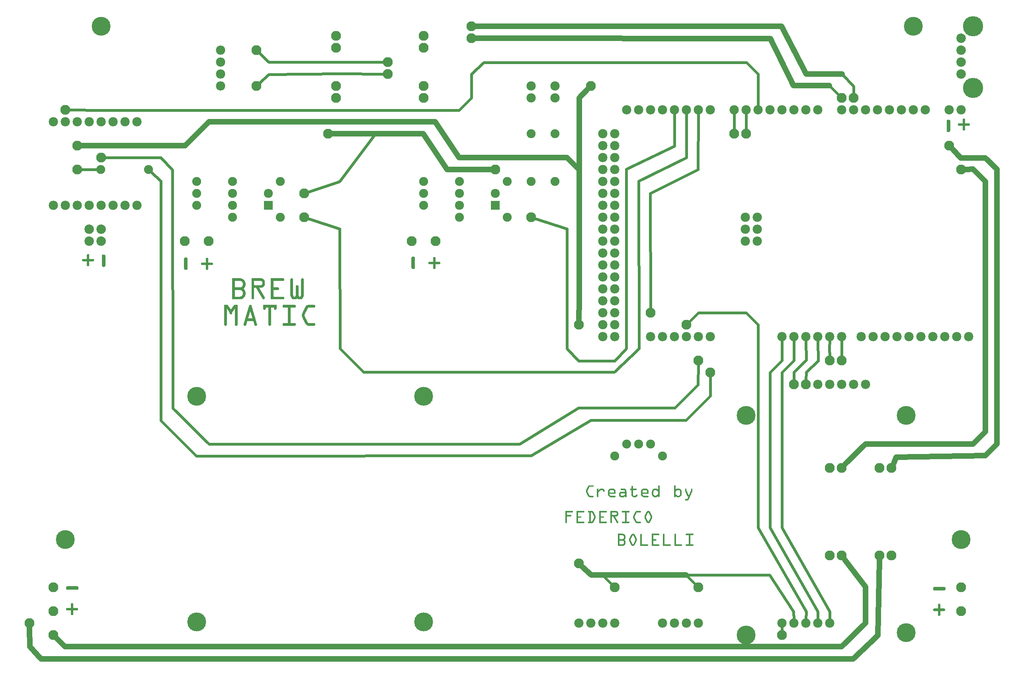
<source format=gtl>
G04 MADE WITH FRITZING*
G04 WWW.FRITZING.ORG*
G04 DOUBLE SIDED*
G04 HOLES PLATED*
G04 CONTOUR ON CENTER OF CONTOUR VECTOR*
%ASAXBY*%
%FSLAX23Y23*%
%MOIN*%
%OFA0B0*%
%SFA1.0B1.0*%
%ADD10C,0.079370*%
%ADD11C,0.078000*%
%ADD12C,0.083307*%
%ADD13C,0.169291*%
%ADD14C,0.158110*%
%ADD15C,0.075000*%
%ADD16C,0.075667*%
%ADD17C,0.075695*%
%ADD18R,0.075667X0.075667*%
%ADD19C,0.048000*%
%ADD20C,0.024000*%
%ADD21R,0.001000X0.001000*%
%LNCOPPER1*%
G90*
G70*
G54D10*
X710Y3572D03*
X610Y3572D03*
X710Y3672D03*
X610Y3672D03*
G54D11*
X6810Y372D03*
X6710Y372D03*
X6610Y372D03*
X6510Y372D03*
X6410Y372D03*
X5710Y372D03*
X5610Y372D03*
X5510Y372D03*
X5410Y372D03*
G54D12*
X6910Y2572D03*
X4810Y4872D03*
X3110Y5072D03*
X3110Y4972D03*
X2010Y5172D03*
X2010Y4872D03*
X4710Y872D03*
X3810Y5372D03*
X4710Y2872D03*
X6810Y2572D03*
X3810Y5272D03*
G54D13*
X8010Y5372D03*
G54D12*
X7010Y4772D03*
X6910Y4772D03*
X5310Y2972D03*
X5810Y2472D03*
X5610Y2872D03*
X5710Y2572D03*
X6510Y2372D03*
X6410Y272D03*
X5710Y672D03*
X310Y272D03*
X110Y372D03*
X5010Y672D03*
G54D13*
X8010Y4854D03*
G54D10*
X7910Y4972D03*
X7910Y5072D03*
X7910Y5172D03*
X7910Y5272D03*
G54D12*
X7910Y672D03*
X7910Y472D03*
X310Y672D03*
X310Y472D03*
X6910Y937D03*
X6810Y937D03*
X2676Y5191D03*
X2676Y5291D03*
X7329Y937D03*
X7229Y937D03*
X2676Y4772D03*
X2676Y4872D03*
X6910Y1672D03*
X6810Y1672D03*
X3410Y5191D03*
X3410Y5291D03*
X7329Y1672D03*
X7229Y1672D03*
X3410Y4772D03*
X3410Y4872D03*
G54D11*
X5010Y372D03*
X4910Y372D03*
X4810Y372D03*
X4710Y372D03*
X1710Y5172D03*
X1710Y5072D03*
X1710Y4972D03*
X1710Y4872D03*
X310Y3872D03*
X410Y3872D03*
X510Y3872D03*
X610Y3872D03*
X710Y3872D03*
X810Y3872D03*
X910Y3872D03*
X1010Y3872D03*
X310Y4572D03*
X410Y4572D03*
X510Y4572D03*
X610Y4572D03*
X710Y4572D03*
X810Y4572D03*
X910Y4572D03*
X1010Y4572D03*
X5810Y2772D03*
X5710Y2772D03*
X5610Y2772D03*
X5510Y2772D03*
X5410Y2772D03*
X5310Y2772D03*
X6910Y2772D03*
X6810Y2772D03*
X6710Y2772D03*
X6610Y2772D03*
X6510Y2772D03*
X6410Y2772D03*
X7973Y2772D03*
X7873Y2772D03*
X7773Y2772D03*
X7673Y2772D03*
X7573Y2772D03*
X7473Y2772D03*
X7373Y2772D03*
X7273Y2772D03*
X7173Y2772D03*
X7073Y2772D03*
X5810Y4672D03*
X5710Y4672D03*
X5610Y4672D03*
X5510Y4672D03*
X5410Y4672D03*
X5310Y4672D03*
X5210Y4672D03*
X5110Y4672D03*
X6710Y4672D03*
X6610Y4672D03*
X6510Y4672D03*
X6410Y4672D03*
X6310Y4672D03*
X6210Y4672D03*
X6110Y4672D03*
X6010Y4672D03*
X5010Y4472D03*
X5010Y4372D03*
X5010Y4272D03*
X5010Y4172D03*
X5010Y4072D03*
X5010Y3972D03*
X5010Y3872D03*
X5010Y3772D03*
X5010Y3672D03*
X5010Y3572D03*
X5010Y3472D03*
X5010Y3372D03*
X5010Y3272D03*
X5010Y3172D03*
X5010Y3072D03*
X5010Y2972D03*
X5010Y2872D03*
X5010Y2772D03*
X4910Y4472D03*
X4910Y4372D03*
X4910Y4272D03*
X4910Y4172D03*
X4910Y4072D03*
X4910Y3972D03*
X4910Y3872D03*
X4910Y3772D03*
X4910Y3672D03*
X4910Y3572D03*
X4910Y3472D03*
X4910Y3372D03*
X4910Y3272D03*
X4910Y3172D03*
X4910Y3072D03*
X4910Y2972D03*
X4910Y2872D03*
X4910Y2772D03*
X7610Y4672D03*
X7510Y4672D03*
X7410Y4672D03*
X7310Y4672D03*
X7210Y4672D03*
X7110Y4672D03*
X7010Y4672D03*
X6910Y4672D03*
X7910Y4672D03*
X7810Y4672D03*
G54D14*
X6110Y272D03*
X6110Y2112D03*
X7451Y291D03*
G54D11*
X6103Y3772D03*
X6103Y3672D03*
X6103Y3572D03*
X6103Y3772D03*
X6103Y3672D03*
X6103Y3572D03*
X6203Y3572D03*
X6203Y3672D03*
X6203Y3772D03*
G54D14*
X7451Y2112D03*
X3410Y380D03*
X3410Y2272D03*
G54D15*
X4310Y4072D03*
X4310Y4472D03*
X4510Y4072D03*
X4510Y4472D03*
G54D11*
X4310Y4872D03*
X4310Y4772D03*
X4510Y4872D03*
X4510Y4772D03*
G54D12*
X6010Y4472D03*
X7910Y4172D03*
X7810Y4372D03*
X6110Y4472D03*
X510Y4372D03*
X710Y4272D03*
X510Y4172D03*
X6610Y2372D03*
X3510Y3572D03*
X3310Y3572D03*
G54D15*
X5310Y1872D03*
X5210Y1872D03*
X5110Y1872D03*
X3410Y3872D03*
X3410Y3972D03*
X3410Y4072D03*
G54D16*
X4010Y3872D03*
X3711Y3872D03*
G54D17*
X4010Y3972D03*
X3710Y3972D03*
G54D15*
X3710Y4072D03*
X4110Y4072D03*
X3710Y3772D03*
X4110Y3772D03*
X706Y4171D03*
X1106Y4171D03*
G54D14*
X1510Y380D03*
X710Y5372D03*
X7910Y1072D03*
X410Y1072D03*
X7510Y5372D03*
X1510Y2272D03*
G54D12*
X1610Y3572D03*
X1410Y3572D03*
G54D15*
X1510Y3872D03*
X1510Y3972D03*
X1510Y4072D03*
G54D16*
X2110Y3872D03*
X1811Y3872D03*
G54D17*
X2110Y3972D03*
X1810Y3972D03*
G54D15*
X1810Y4072D03*
X2210Y4072D03*
X5010Y1772D03*
X5410Y1772D03*
X1810Y3772D03*
X2210Y3772D03*
G54D12*
X2410Y3972D03*
X410Y4672D03*
X2610Y4472D03*
X4010Y4172D03*
X4310Y3772D03*
X2410Y3772D03*
G54D11*
X6710Y2372D03*
X6810Y2372D03*
X6910Y2372D03*
X7010Y2372D03*
X7110Y2372D03*
G54D18*
X4010Y3872D03*
X2110Y3872D03*
G54D19*
X8210Y4173D02*
X8210Y1870D01*
D02*
X7907Y4269D02*
X8113Y4269D01*
D02*
X7840Y4340D02*
X7907Y4269D01*
D02*
X8113Y4269D02*
X8210Y4173D01*
D02*
X8210Y1870D02*
X8113Y1774D01*
D02*
X8113Y1774D02*
X7367Y1761D01*
D02*
X8010Y4173D02*
X8113Y4070D01*
D02*
X8113Y4070D02*
X8113Y1974D01*
D02*
X8113Y1974D02*
X8010Y1871D01*
D02*
X8010Y1870D02*
X7111Y1871D01*
D02*
X7111Y1871D02*
X6941Y1703D01*
D02*
X7954Y4172D02*
X8010Y4173D01*
G54D20*
D02*
X7010Y4868D02*
X7010Y4805D01*
D02*
X6914Y4972D02*
X7010Y4868D01*
D02*
X6809Y4874D02*
X6887Y4795D01*
D02*
X6110Y4642D02*
X6110Y4505D01*
D02*
X6010Y4642D02*
X6010Y4505D01*
D02*
X3706Y4668D02*
X714Y4668D01*
D02*
X3810Y4772D02*
X3706Y4668D01*
D02*
X3810Y4972D02*
X3810Y4772D01*
D02*
X3914Y5068D02*
X3810Y4972D01*
D02*
X714Y4668D02*
X443Y4671D01*
D02*
X6114Y5068D02*
X3914Y5068D01*
D02*
X6210Y4972D02*
X6114Y5068D01*
D02*
X6210Y4702D02*
X6210Y4972D01*
G54D19*
D02*
X7367Y1761D02*
X7346Y1712D01*
D02*
X408Y173D02*
X341Y241D01*
D02*
X6910Y173D02*
X408Y173D01*
D02*
X7110Y372D02*
X6910Y173D01*
D02*
X7110Y675D02*
X7110Y372D01*
D02*
X6937Y902D02*
X7110Y675D01*
D02*
X7213Y269D02*
X7007Y70D01*
D02*
X209Y70D02*
X113Y173D01*
D02*
X113Y173D02*
X111Y328D01*
D02*
X7007Y70D02*
X209Y70D01*
D02*
X7228Y894D02*
X7213Y269D01*
G54D20*
D02*
X6508Y469D02*
X6510Y402D01*
D02*
X6308Y775D02*
X6508Y469D01*
D02*
X5608Y775D02*
X6308Y775D01*
D02*
X6410Y305D02*
X6410Y342D01*
D02*
X6810Y469D02*
X6410Y1172D01*
D02*
X6410Y1172D02*
X6410Y2472D01*
D02*
X6614Y469D02*
X6210Y1172D01*
D02*
X6712Y469D02*
X6310Y1172D01*
D02*
X6310Y1172D02*
X6310Y2472D01*
D02*
X6210Y1172D02*
X6210Y2872D01*
D02*
X6510Y2572D02*
X6510Y2742D01*
D02*
X6410Y2472D02*
X6510Y2572D01*
D02*
X6410Y2572D02*
X6410Y2742D01*
D02*
X6310Y2472D02*
X6410Y2572D01*
D02*
X5710Y2972D02*
X5633Y2895D01*
D02*
X6110Y2972D02*
X5710Y2972D01*
D02*
X6210Y2872D02*
X6110Y2972D01*
D02*
X6810Y402D02*
X6810Y469D01*
D02*
X6711Y402D02*
X6712Y469D01*
D02*
X6611Y402D02*
X6614Y469D01*
D02*
X5306Y3972D02*
X5706Y4172D01*
D02*
X5706Y4172D02*
X5710Y4642D01*
D02*
X5310Y3005D02*
X5306Y3972D01*
G54D19*
D02*
X4714Y4772D02*
X4780Y4840D01*
D02*
X4713Y4168D02*
X4714Y4772D01*
D02*
X6914Y4972D02*
X6614Y4972D01*
D02*
X6614Y4972D02*
X6408Y5372D01*
D02*
X6408Y5372D02*
X3854Y5372D01*
D02*
X4714Y3068D02*
X4713Y4168D01*
D02*
X4711Y2916D02*
X4714Y3068D01*
G54D20*
D02*
X6614Y2575D02*
X6611Y2742D01*
D02*
X6511Y2473D02*
X6614Y2575D01*
D02*
X6510Y2405D02*
X6511Y2473D01*
D02*
X6714Y2568D02*
X6711Y2742D01*
D02*
X6611Y2405D02*
X6614Y2473D01*
D02*
X6614Y2473D02*
X6714Y2568D01*
G54D19*
D02*
X6809Y4874D02*
X6508Y4873D01*
D02*
X6313Y5269D02*
X3854Y5272D01*
D02*
X6508Y4873D02*
X6313Y5269D01*
G54D20*
D02*
X6810Y2605D02*
X6809Y2672D01*
D02*
X6809Y2672D02*
X6810Y2742D01*
D02*
X6912Y2672D02*
X6911Y2742D01*
D02*
X6911Y2605D02*
X6912Y2672D01*
G54D19*
D02*
X3708Y4272D02*
X3509Y4572D01*
D02*
X4713Y4168D02*
X4610Y4271D01*
D02*
X4610Y4271D02*
X3708Y4272D01*
D02*
X4909Y775D02*
X5608Y775D01*
D02*
X4814Y775D02*
X4909Y775D01*
D02*
X4742Y842D02*
X4814Y775D01*
G54D20*
D02*
X2709Y4975D02*
X3077Y4972D01*
D02*
X2113Y4969D02*
X2709Y4975D01*
D02*
X2034Y4894D02*
X2113Y4969D01*
D02*
X678Y4171D02*
X543Y4172D01*
D02*
X3077Y5072D02*
X2709Y5071D01*
D02*
X2113Y5072D02*
X2034Y5149D01*
D02*
X2709Y5071D02*
X2113Y5072D01*
G54D19*
D02*
X1613Y4572D02*
X1413Y4371D01*
D02*
X1413Y4371D02*
X554Y4372D01*
D02*
X3509Y4572D02*
X1613Y4572D01*
G54D20*
D02*
X4909Y775D02*
X4987Y695D01*
D02*
X5608Y775D02*
X5687Y695D01*
D02*
X4610Y3674D02*
X4610Y2672D01*
D02*
X4610Y2672D02*
X4708Y2569D01*
D02*
X4341Y3762D02*
X4610Y3674D01*
D02*
X5007Y2473D02*
X5213Y2672D01*
D02*
X1212Y2069D02*
X1508Y1772D01*
D02*
X5011Y2569D02*
X5109Y2671D01*
D02*
X4708Y2569D02*
X5011Y2569D01*
D02*
X2710Y2672D02*
X2909Y2473D01*
D02*
X2709Y3673D02*
X2710Y2672D01*
D02*
X2441Y3761D02*
X2709Y3673D01*
D02*
X2909Y2473D02*
X5007Y2473D01*
D02*
X5213Y2672D02*
X5211Y4074D01*
D02*
X5211Y4074D02*
X5611Y4270D01*
D02*
X5611Y4270D02*
X5610Y4642D01*
D02*
X5109Y2671D02*
X5108Y4174D01*
D02*
X5108Y4174D02*
X5512Y4368D01*
D02*
X5512Y4368D02*
X5510Y4642D01*
D02*
X1308Y4168D02*
X1212Y4271D01*
D02*
X1312Y2172D02*
X1308Y4168D01*
D02*
X1212Y4073D02*
X1127Y4152D01*
D02*
X5514Y2174D02*
X4709Y2174D01*
D02*
X4709Y2174D02*
X4214Y1871D01*
D02*
X5709Y2368D02*
X5514Y2174D01*
D02*
X5710Y2539D02*
X5709Y2368D01*
D02*
X5810Y2275D02*
X5810Y2439D01*
D02*
X4810Y2072D02*
X5607Y2072D01*
D02*
X5607Y2072D02*
X5810Y2275D01*
D02*
X4310Y1775D02*
X4810Y2072D01*
D02*
X1508Y1772D02*
X4310Y1775D01*
D02*
X1615Y1870D02*
X1312Y2172D01*
G54D19*
D02*
X3008Y4472D02*
X3408Y4472D01*
D02*
X3408Y4472D02*
X3609Y4171D01*
D02*
X3609Y4171D02*
X3966Y4172D01*
D02*
X2654Y4472D02*
X3008Y4472D01*
G54D20*
D02*
X1212Y4271D02*
X743Y4272D01*
D02*
X1212Y4073D02*
X1212Y2069D01*
D02*
X4214Y1871D02*
X1615Y1870D01*
D02*
X2708Y4072D02*
X2441Y3982D01*
D02*
X3008Y4472D02*
X2708Y4072D01*
G54D21*
X7931Y4598D02*
X7938Y4598D01*
X7929Y4597D02*
X7940Y4597D01*
X7928Y4596D02*
X7941Y4596D01*
X7927Y4595D02*
X7942Y4595D01*
X7926Y4594D02*
X7943Y4594D01*
X7926Y4593D02*
X7943Y4593D01*
X7925Y4592D02*
X7944Y4592D01*
X7925Y4591D02*
X7944Y4591D01*
X7925Y4590D02*
X7944Y4590D01*
X7925Y4589D02*
X7944Y4589D01*
X7798Y4588D02*
X7811Y4588D01*
X7925Y4588D02*
X7944Y4588D01*
X7796Y4587D02*
X7813Y4587D01*
X7925Y4587D02*
X7944Y4587D01*
X7794Y4586D02*
X7815Y4586D01*
X7925Y4586D02*
X7944Y4586D01*
X7793Y4585D02*
X7816Y4585D01*
X7925Y4585D02*
X7944Y4585D01*
X7792Y4584D02*
X7817Y4584D01*
X7925Y4584D02*
X7944Y4584D01*
X7791Y4583D02*
X7817Y4583D01*
X7925Y4583D02*
X7944Y4583D01*
X7791Y4582D02*
X7818Y4582D01*
X7925Y4582D02*
X7944Y4582D01*
X7791Y4581D02*
X7818Y4581D01*
X7925Y4581D02*
X7944Y4581D01*
X7790Y4580D02*
X7819Y4580D01*
X7925Y4580D02*
X7944Y4580D01*
X7790Y4579D02*
X7819Y4579D01*
X7925Y4579D02*
X7944Y4579D01*
X7790Y4578D02*
X7819Y4578D01*
X7925Y4578D02*
X7944Y4578D01*
X7790Y4577D02*
X7819Y4577D01*
X7925Y4577D02*
X7944Y4577D01*
X7790Y4576D02*
X7819Y4576D01*
X7925Y4576D02*
X7944Y4576D01*
X7790Y4575D02*
X7819Y4575D01*
X7925Y4575D02*
X7944Y4575D01*
X7790Y4574D02*
X7819Y4574D01*
X7925Y4574D02*
X7944Y4574D01*
X7790Y4573D02*
X7819Y4573D01*
X7925Y4573D02*
X7944Y4573D01*
X7790Y4572D02*
X7819Y4572D01*
X7925Y4572D02*
X7944Y4572D01*
X7790Y4571D02*
X7819Y4571D01*
X7925Y4571D02*
X7944Y4571D01*
X7790Y4570D02*
X7819Y4570D01*
X7925Y4570D02*
X7944Y4570D01*
X7790Y4569D02*
X7819Y4569D01*
X7925Y4569D02*
X7944Y4569D01*
X7790Y4568D02*
X7819Y4568D01*
X7925Y4568D02*
X7944Y4568D01*
X7790Y4567D02*
X7819Y4567D01*
X7925Y4567D02*
X7944Y4567D01*
X7790Y4566D02*
X7819Y4566D01*
X7925Y4566D02*
X7944Y4566D01*
X7790Y4565D02*
X7819Y4565D01*
X7925Y4565D02*
X7944Y4565D01*
X7790Y4564D02*
X7819Y4564D01*
X7925Y4564D02*
X7944Y4564D01*
X7790Y4563D02*
X7819Y4563D01*
X7925Y4563D02*
X7944Y4563D01*
X7790Y4562D02*
X7819Y4562D01*
X7925Y4562D02*
X7944Y4562D01*
X7790Y4561D02*
X7819Y4561D01*
X7925Y4561D02*
X7944Y4561D01*
X7790Y4560D02*
X7819Y4560D01*
X7925Y4560D02*
X7944Y4560D01*
X7790Y4559D02*
X7819Y4559D01*
X7925Y4559D02*
X7944Y4559D01*
X7790Y4558D02*
X7819Y4558D01*
X7892Y4558D02*
X7977Y4558D01*
X7790Y4557D02*
X7819Y4557D01*
X7889Y4557D02*
X7980Y4557D01*
X7790Y4556D02*
X7819Y4556D01*
X7888Y4556D02*
X7981Y4556D01*
X7790Y4555D02*
X7819Y4555D01*
X7887Y4555D02*
X7982Y4555D01*
X7790Y4554D02*
X7819Y4554D01*
X7886Y4554D02*
X7983Y4554D01*
X7790Y4553D02*
X7819Y4553D01*
X7885Y4553D02*
X7984Y4553D01*
X7790Y4552D02*
X7819Y4552D01*
X7885Y4552D02*
X7984Y4552D01*
X7790Y4551D02*
X7819Y4551D01*
X7884Y4551D02*
X7985Y4551D01*
X7790Y4550D02*
X7819Y4550D01*
X7884Y4550D02*
X7985Y4550D01*
X7790Y4549D02*
X7819Y4549D01*
X7884Y4549D02*
X7985Y4549D01*
X7790Y4548D02*
X7819Y4548D01*
X7884Y4548D02*
X7985Y4548D01*
X7790Y4547D02*
X7819Y4547D01*
X7884Y4547D02*
X7985Y4547D01*
X7790Y4546D02*
X7819Y4546D01*
X7884Y4546D02*
X7985Y4546D01*
X7790Y4545D02*
X7819Y4545D01*
X7884Y4545D02*
X7985Y4545D01*
X7790Y4544D02*
X7819Y4544D01*
X7884Y4544D02*
X7985Y4544D01*
X7790Y4543D02*
X7819Y4543D01*
X7885Y4543D02*
X7984Y4543D01*
X7790Y4542D02*
X7819Y4542D01*
X7886Y4542D02*
X7983Y4542D01*
X7790Y4541D02*
X7819Y4541D01*
X7886Y4541D02*
X7983Y4541D01*
X7790Y4540D02*
X7819Y4540D01*
X7887Y4540D02*
X7982Y4540D01*
X7790Y4539D02*
X7819Y4539D01*
X7889Y4539D02*
X7980Y4539D01*
X7790Y4538D02*
X7819Y4538D01*
X7891Y4538D02*
X7978Y4538D01*
X7790Y4537D02*
X7819Y4537D01*
X7925Y4537D02*
X7944Y4537D01*
X7790Y4536D02*
X7819Y4536D01*
X7925Y4536D02*
X7944Y4536D01*
X7790Y4535D02*
X7819Y4535D01*
X7925Y4535D02*
X7944Y4535D01*
X7790Y4534D02*
X7819Y4534D01*
X7925Y4534D02*
X7944Y4534D01*
X7790Y4533D02*
X7819Y4533D01*
X7925Y4533D02*
X7944Y4533D01*
X7790Y4532D02*
X7819Y4532D01*
X7925Y4532D02*
X7944Y4532D01*
X7790Y4531D02*
X7819Y4531D01*
X7925Y4531D02*
X7944Y4531D01*
X7790Y4530D02*
X7819Y4530D01*
X7925Y4530D02*
X7944Y4530D01*
X7790Y4529D02*
X7819Y4529D01*
X7925Y4529D02*
X7944Y4529D01*
X7790Y4528D02*
X7819Y4528D01*
X7925Y4528D02*
X7944Y4528D01*
X7790Y4527D02*
X7819Y4527D01*
X7925Y4527D02*
X7944Y4527D01*
X7790Y4526D02*
X7819Y4526D01*
X7925Y4526D02*
X7944Y4526D01*
X7790Y4525D02*
X7819Y4525D01*
X7925Y4525D02*
X7944Y4525D01*
X7790Y4524D02*
X7819Y4524D01*
X7925Y4524D02*
X7944Y4524D01*
X7790Y4523D02*
X7819Y4523D01*
X7925Y4523D02*
X7944Y4523D01*
X7790Y4522D02*
X7819Y4522D01*
X7925Y4522D02*
X7944Y4522D01*
X7790Y4521D02*
X7819Y4521D01*
X7925Y4521D02*
X7944Y4521D01*
X7790Y4520D02*
X7819Y4520D01*
X7925Y4520D02*
X7944Y4520D01*
X7790Y4519D02*
X7819Y4519D01*
X7925Y4519D02*
X7944Y4519D01*
X7790Y4518D02*
X7819Y4518D01*
X7925Y4518D02*
X7944Y4518D01*
X7790Y4517D02*
X7819Y4517D01*
X7925Y4517D02*
X7944Y4517D01*
X7790Y4516D02*
X7819Y4516D01*
X7925Y4516D02*
X7944Y4516D01*
X7790Y4515D02*
X7819Y4515D01*
X7925Y4515D02*
X7944Y4515D01*
X7790Y4514D02*
X7819Y4514D01*
X7925Y4514D02*
X7944Y4514D01*
X7790Y4513D02*
X7819Y4513D01*
X7925Y4513D02*
X7944Y4513D01*
X7790Y4512D02*
X7819Y4512D01*
X7925Y4512D02*
X7944Y4512D01*
X7790Y4511D02*
X7819Y4511D01*
X7925Y4511D02*
X7944Y4511D01*
X7790Y4510D02*
X7819Y4510D01*
X7925Y4510D02*
X7944Y4510D01*
X7790Y4509D02*
X7819Y4509D01*
X7925Y4509D02*
X7944Y4509D01*
X7790Y4508D02*
X7819Y4508D01*
X7925Y4508D02*
X7944Y4508D01*
X7790Y4507D02*
X7819Y4507D01*
X7925Y4507D02*
X7944Y4507D01*
X7790Y4506D02*
X7819Y4506D01*
X7925Y4506D02*
X7944Y4506D01*
X7790Y4505D02*
X7819Y4505D01*
X7925Y4505D02*
X7944Y4505D01*
X7790Y4504D02*
X7819Y4504D01*
X7925Y4504D02*
X7944Y4504D01*
X7790Y4503D02*
X7819Y4503D01*
X7925Y4503D02*
X7944Y4503D01*
X7790Y4502D02*
X7819Y4502D01*
X7926Y4502D02*
X7943Y4502D01*
X7790Y4501D02*
X7819Y4501D01*
X7926Y4501D02*
X7942Y4501D01*
X7790Y4500D02*
X7819Y4500D01*
X7927Y4500D02*
X7942Y4500D01*
X7790Y4499D02*
X7819Y4499D01*
X7928Y4499D02*
X7940Y4499D01*
X7790Y4498D02*
X7819Y4498D01*
X7930Y4498D02*
X7939Y4498D01*
X7790Y4497D02*
X7819Y4497D01*
X7932Y4497D02*
X7937Y4497D01*
X7790Y4496D02*
X7819Y4496D01*
X7790Y4495D02*
X7819Y4495D01*
X7790Y4494D02*
X7819Y4494D01*
X7791Y4493D02*
X7818Y4493D01*
X7791Y4492D02*
X7818Y4492D01*
X7792Y4491D02*
X7817Y4491D01*
X7792Y4490D02*
X7817Y4490D01*
X7793Y4489D02*
X7816Y4489D01*
X7794Y4488D02*
X7815Y4488D01*
X7796Y4487D02*
X7813Y4487D01*
X7799Y4486D02*
X7810Y4486D01*
X600Y3462D02*
X604Y3462D01*
X598Y3461D02*
X606Y3461D01*
X596Y3460D02*
X608Y3460D01*
X595Y3459D02*
X609Y3459D01*
X594Y3458D02*
X610Y3458D01*
X726Y3458D02*
X738Y3458D01*
X594Y3457D02*
X611Y3457D01*
X723Y3457D02*
X741Y3457D01*
X593Y3456D02*
X611Y3456D01*
X722Y3456D02*
X742Y3456D01*
X593Y3455D02*
X611Y3455D01*
X721Y3455D02*
X743Y3455D01*
X592Y3454D02*
X612Y3454D01*
X720Y3454D02*
X744Y3454D01*
X592Y3453D02*
X612Y3453D01*
X719Y3453D02*
X745Y3453D01*
X592Y3452D02*
X612Y3452D01*
X719Y3452D02*
X745Y3452D01*
X592Y3451D02*
X612Y3451D01*
X718Y3451D02*
X746Y3451D01*
X592Y3450D02*
X612Y3450D01*
X718Y3450D02*
X746Y3450D01*
X592Y3449D02*
X612Y3449D01*
X718Y3449D02*
X746Y3449D01*
X592Y3448D02*
X612Y3448D01*
X718Y3448D02*
X746Y3448D01*
X592Y3447D02*
X612Y3447D01*
X718Y3447D02*
X746Y3447D01*
X592Y3446D02*
X612Y3446D01*
X718Y3446D02*
X746Y3446D01*
X592Y3445D02*
X612Y3445D01*
X718Y3445D02*
X746Y3445D01*
X592Y3444D02*
X612Y3444D01*
X718Y3444D02*
X746Y3444D01*
X592Y3443D02*
X612Y3443D01*
X718Y3443D02*
X746Y3443D01*
X592Y3442D02*
X612Y3442D01*
X718Y3442D02*
X746Y3442D01*
X592Y3441D02*
X612Y3441D01*
X718Y3441D02*
X746Y3441D01*
X592Y3440D02*
X612Y3440D01*
X718Y3440D02*
X746Y3440D01*
X592Y3439D02*
X612Y3439D01*
X718Y3439D02*
X746Y3439D01*
X3316Y3439D02*
X3332Y3439D01*
X592Y3438D02*
X612Y3438D01*
X718Y3438D02*
X746Y3438D01*
X3314Y3438D02*
X3334Y3438D01*
X3498Y3438D02*
X3503Y3438D01*
X592Y3437D02*
X612Y3437D01*
X718Y3437D02*
X746Y3437D01*
X3313Y3437D02*
X3335Y3437D01*
X3496Y3437D02*
X3506Y3437D01*
X592Y3436D02*
X612Y3436D01*
X718Y3436D02*
X746Y3436D01*
X3312Y3436D02*
X3336Y3436D01*
X3495Y3436D02*
X3507Y3436D01*
X592Y3435D02*
X612Y3435D01*
X718Y3435D02*
X746Y3435D01*
X3311Y3435D02*
X3336Y3435D01*
X3494Y3435D02*
X3508Y3435D01*
X592Y3434D02*
X612Y3434D01*
X718Y3434D02*
X746Y3434D01*
X3310Y3434D02*
X3337Y3434D01*
X3493Y3434D02*
X3509Y3434D01*
X592Y3433D02*
X612Y3433D01*
X718Y3433D02*
X746Y3433D01*
X3310Y3433D02*
X3337Y3433D01*
X3492Y3433D02*
X3509Y3433D01*
X592Y3432D02*
X612Y3432D01*
X718Y3432D02*
X746Y3432D01*
X1413Y3432D02*
X1427Y3432D01*
X3310Y3432D02*
X3338Y3432D01*
X3492Y3432D02*
X3510Y3432D01*
X592Y3431D02*
X612Y3431D01*
X718Y3431D02*
X746Y3431D01*
X1411Y3431D02*
X1429Y3431D01*
X1597Y3431D02*
X1598Y3431D01*
X3310Y3431D02*
X3338Y3431D01*
X3491Y3431D02*
X3510Y3431D01*
X592Y3430D02*
X612Y3430D01*
X718Y3430D02*
X746Y3430D01*
X1410Y3430D02*
X1431Y3430D01*
X1593Y3430D02*
X1601Y3430D01*
X3309Y3430D02*
X3338Y3430D01*
X3491Y3430D02*
X3510Y3430D01*
X592Y3429D02*
X612Y3429D01*
X718Y3429D02*
X746Y3429D01*
X1409Y3429D02*
X1432Y3429D01*
X1592Y3429D02*
X1603Y3429D01*
X3309Y3429D02*
X3338Y3429D01*
X3491Y3429D02*
X3511Y3429D01*
X592Y3428D02*
X612Y3428D01*
X718Y3428D02*
X746Y3428D01*
X1408Y3428D02*
X1433Y3428D01*
X1590Y3428D02*
X1604Y3428D01*
X3309Y3428D02*
X3338Y3428D01*
X3491Y3428D02*
X3511Y3428D01*
X592Y3427D02*
X612Y3427D01*
X718Y3427D02*
X746Y3427D01*
X1407Y3427D02*
X1433Y3427D01*
X1590Y3427D02*
X1605Y3427D01*
X3309Y3427D02*
X3338Y3427D01*
X3491Y3427D02*
X3511Y3427D01*
X592Y3426D02*
X612Y3426D01*
X718Y3426D02*
X746Y3426D01*
X1407Y3426D02*
X1434Y3426D01*
X1589Y3426D02*
X1606Y3426D01*
X3309Y3426D02*
X3338Y3426D01*
X3491Y3426D02*
X3511Y3426D01*
X592Y3425D02*
X612Y3425D01*
X718Y3425D02*
X746Y3425D01*
X1406Y3425D02*
X1434Y3425D01*
X1588Y3425D02*
X1606Y3425D01*
X3309Y3425D02*
X3338Y3425D01*
X3491Y3425D02*
X3511Y3425D01*
X592Y3424D02*
X612Y3424D01*
X718Y3424D02*
X746Y3424D01*
X1406Y3424D02*
X1434Y3424D01*
X1588Y3424D02*
X1607Y3424D01*
X3309Y3424D02*
X3338Y3424D01*
X3491Y3424D02*
X3511Y3424D01*
X592Y3423D02*
X612Y3423D01*
X718Y3423D02*
X746Y3423D01*
X1406Y3423D02*
X1434Y3423D01*
X1588Y3423D02*
X1607Y3423D01*
X3309Y3423D02*
X3338Y3423D01*
X3491Y3423D02*
X3511Y3423D01*
X592Y3422D02*
X612Y3422D01*
X718Y3422D02*
X746Y3422D01*
X1406Y3422D02*
X1434Y3422D01*
X1587Y3422D02*
X1607Y3422D01*
X3309Y3422D02*
X3338Y3422D01*
X3491Y3422D02*
X3511Y3422D01*
X559Y3421D02*
X645Y3421D01*
X718Y3421D02*
X746Y3421D01*
X1406Y3421D02*
X1435Y3421D01*
X1587Y3421D02*
X1607Y3421D01*
X3309Y3421D02*
X3338Y3421D01*
X3491Y3421D02*
X3511Y3421D01*
X556Y3420D02*
X648Y3420D01*
X718Y3420D02*
X746Y3420D01*
X1406Y3420D02*
X1435Y3420D01*
X1587Y3420D02*
X1607Y3420D01*
X3309Y3420D02*
X3338Y3420D01*
X3491Y3420D02*
X3511Y3420D01*
X555Y3419D02*
X649Y3419D01*
X718Y3419D02*
X746Y3419D01*
X1406Y3419D02*
X1435Y3419D01*
X1587Y3419D02*
X1607Y3419D01*
X3309Y3419D02*
X3338Y3419D01*
X3491Y3419D02*
X3511Y3419D01*
X554Y3418D02*
X650Y3418D01*
X718Y3418D02*
X746Y3418D01*
X1406Y3418D02*
X1435Y3418D01*
X1587Y3418D02*
X1607Y3418D01*
X3309Y3418D02*
X3338Y3418D01*
X3491Y3418D02*
X3511Y3418D01*
X553Y3417D02*
X651Y3417D01*
X718Y3417D02*
X746Y3417D01*
X1406Y3417D02*
X1435Y3417D01*
X1587Y3417D02*
X1607Y3417D01*
X3309Y3417D02*
X3338Y3417D01*
X3491Y3417D02*
X3511Y3417D01*
X553Y3416D02*
X651Y3416D01*
X718Y3416D02*
X746Y3416D01*
X1406Y3416D02*
X1435Y3416D01*
X1587Y3416D02*
X1607Y3416D01*
X3309Y3416D02*
X3338Y3416D01*
X3491Y3416D02*
X3511Y3416D01*
X552Y3415D02*
X652Y3415D01*
X718Y3415D02*
X746Y3415D01*
X1406Y3415D02*
X1435Y3415D01*
X1587Y3415D02*
X1607Y3415D01*
X3309Y3415D02*
X3338Y3415D01*
X3491Y3415D02*
X3511Y3415D01*
X552Y3414D02*
X652Y3414D01*
X718Y3414D02*
X746Y3414D01*
X1406Y3414D02*
X1435Y3414D01*
X1587Y3414D02*
X1607Y3414D01*
X3309Y3414D02*
X3338Y3414D01*
X3491Y3414D02*
X3511Y3414D01*
X551Y3413D02*
X652Y3413D01*
X718Y3413D02*
X746Y3413D01*
X1406Y3413D02*
X1435Y3413D01*
X1587Y3413D02*
X1607Y3413D01*
X3309Y3413D02*
X3338Y3413D01*
X3491Y3413D02*
X3511Y3413D01*
X551Y3412D02*
X653Y3412D01*
X718Y3412D02*
X746Y3412D01*
X1406Y3412D02*
X1435Y3412D01*
X1587Y3412D02*
X1607Y3412D01*
X3309Y3412D02*
X3338Y3412D01*
X3491Y3412D02*
X3511Y3412D01*
X551Y3411D02*
X653Y3411D01*
X718Y3411D02*
X746Y3411D01*
X1406Y3411D02*
X1435Y3411D01*
X1587Y3411D02*
X1607Y3411D01*
X3309Y3411D02*
X3338Y3411D01*
X3491Y3411D02*
X3511Y3411D01*
X551Y3410D02*
X653Y3410D01*
X718Y3410D02*
X746Y3410D01*
X1406Y3410D02*
X1435Y3410D01*
X1587Y3410D02*
X1607Y3410D01*
X3309Y3410D02*
X3338Y3410D01*
X3491Y3410D02*
X3511Y3410D01*
X551Y3409D02*
X652Y3409D01*
X718Y3409D02*
X746Y3409D01*
X1406Y3409D02*
X1435Y3409D01*
X1587Y3409D02*
X1607Y3409D01*
X3309Y3409D02*
X3338Y3409D01*
X3491Y3409D02*
X3511Y3409D01*
X552Y3408D02*
X652Y3408D01*
X718Y3408D02*
X746Y3408D01*
X1406Y3408D02*
X1435Y3408D01*
X1587Y3408D02*
X1607Y3408D01*
X3309Y3408D02*
X3338Y3408D01*
X3491Y3408D02*
X3511Y3408D01*
X552Y3407D02*
X652Y3407D01*
X718Y3407D02*
X746Y3407D01*
X1406Y3407D02*
X1435Y3407D01*
X1587Y3407D02*
X1607Y3407D01*
X3309Y3407D02*
X3338Y3407D01*
X3491Y3407D02*
X3511Y3407D01*
X553Y3406D02*
X651Y3406D01*
X718Y3406D02*
X746Y3406D01*
X1406Y3406D02*
X1435Y3406D01*
X1587Y3406D02*
X1607Y3406D01*
X3309Y3406D02*
X3338Y3406D01*
X3491Y3406D02*
X3511Y3406D01*
X553Y3405D02*
X651Y3405D01*
X718Y3405D02*
X746Y3405D01*
X1406Y3405D02*
X1435Y3405D01*
X1587Y3405D02*
X1607Y3405D01*
X3309Y3405D02*
X3338Y3405D01*
X3491Y3405D02*
X3511Y3405D01*
X554Y3404D02*
X650Y3404D01*
X718Y3404D02*
X746Y3404D01*
X1406Y3404D02*
X1435Y3404D01*
X1587Y3404D02*
X1607Y3404D01*
X3309Y3404D02*
X3338Y3404D01*
X3491Y3404D02*
X3511Y3404D01*
X555Y3403D02*
X649Y3403D01*
X718Y3403D02*
X746Y3403D01*
X1406Y3403D02*
X1435Y3403D01*
X1587Y3403D02*
X1607Y3403D01*
X3309Y3403D02*
X3338Y3403D01*
X3491Y3403D02*
X3511Y3403D01*
X557Y3402D02*
X647Y3402D01*
X718Y3402D02*
X746Y3402D01*
X1406Y3402D02*
X1435Y3402D01*
X1587Y3402D02*
X1607Y3402D01*
X3309Y3402D02*
X3338Y3402D01*
X3491Y3402D02*
X3511Y3402D01*
X559Y3401D02*
X645Y3401D01*
X718Y3401D02*
X746Y3401D01*
X1406Y3401D02*
X1435Y3401D01*
X1587Y3401D02*
X1607Y3401D01*
X3309Y3401D02*
X3338Y3401D01*
X3491Y3401D02*
X3511Y3401D01*
X592Y3400D02*
X612Y3400D01*
X718Y3400D02*
X746Y3400D01*
X1406Y3400D02*
X1435Y3400D01*
X1587Y3400D02*
X1607Y3400D01*
X3309Y3400D02*
X3338Y3400D01*
X3491Y3400D02*
X3511Y3400D01*
X592Y3399D02*
X612Y3399D01*
X718Y3399D02*
X746Y3399D01*
X1406Y3399D02*
X1435Y3399D01*
X1587Y3399D02*
X1607Y3399D01*
X3309Y3399D02*
X3338Y3399D01*
X3491Y3399D02*
X3511Y3399D01*
X592Y3398D02*
X612Y3398D01*
X718Y3398D02*
X746Y3398D01*
X1406Y3398D02*
X1435Y3398D01*
X1587Y3398D02*
X1607Y3398D01*
X3309Y3398D02*
X3338Y3398D01*
X3491Y3398D02*
X3511Y3398D01*
X592Y3397D02*
X612Y3397D01*
X718Y3397D02*
X746Y3397D01*
X1406Y3397D02*
X1435Y3397D01*
X1587Y3397D02*
X1607Y3397D01*
X3309Y3397D02*
X3338Y3397D01*
X3457Y3397D02*
X3544Y3397D01*
X592Y3396D02*
X612Y3396D01*
X718Y3396D02*
X746Y3396D01*
X1406Y3396D02*
X1435Y3396D01*
X1587Y3396D02*
X1607Y3396D01*
X3309Y3396D02*
X3338Y3396D01*
X3455Y3396D02*
X3547Y3396D01*
X592Y3395D02*
X612Y3395D01*
X718Y3395D02*
X746Y3395D01*
X1406Y3395D02*
X1435Y3395D01*
X1587Y3395D02*
X1607Y3395D01*
X3309Y3395D02*
X3338Y3395D01*
X3454Y3395D02*
X3548Y3395D01*
X592Y3394D02*
X612Y3394D01*
X718Y3394D02*
X746Y3394D01*
X1406Y3394D02*
X1435Y3394D01*
X1587Y3394D02*
X1607Y3394D01*
X3309Y3394D02*
X3338Y3394D01*
X3453Y3394D02*
X3549Y3394D01*
X592Y3393D02*
X612Y3393D01*
X718Y3393D02*
X746Y3393D01*
X1406Y3393D02*
X1435Y3393D01*
X1587Y3393D02*
X1607Y3393D01*
X3309Y3393D02*
X3338Y3393D01*
X3452Y3393D02*
X3550Y3393D01*
X592Y3392D02*
X612Y3392D01*
X718Y3392D02*
X746Y3392D01*
X1406Y3392D02*
X1435Y3392D01*
X1587Y3392D02*
X1607Y3392D01*
X3309Y3392D02*
X3338Y3392D01*
X3451Y3392D02*
X3550Y3392D01*
X592Y3391D02*
X612Y3391D01*
X718Y3391D02*
X746Y3391D01*
X1406Y3391D02*
X1435Y3391D01*
X1587Y3391D02*
X1607Y3391D01*
X3309Y3391D02*
X3338Y3391D01*
X3451Y3391D02*
X3551Y3391D01*
X592Y3390D02*
X612Y3390D01*
X718Y3390D02*
X746Y3390D01*
X1406Y3390D02*
X1435Y3390D01*
X1555Y3390D02*
X1639Y3390D01*
X3309Y3390D02*
X3338Y3390D01*
X3451Y3390D02*
X3551Y3390D01*
X592Y3389D02*
X612Y3389D01*
X718Y3389D02*
X746Y3389D01*
X1406Y3389D02*
X1435Y3389D01*
X1552Y3389D02*
X1642Y3389D01*
X3309Y3389D02*
X3338Y3389D01*
X3450Y3389D02*
X3551Y3389D01*
X592Y3388D02*
X612Y3388D01*
X718Y3388D02*
X746Y3388D01*
X1406Y3388D02*
X1435Y3388D01*
X1551Y3388D02*
X1644Y3388D01*
X3309Y3388D02*
X3338Y3388D01*
X3450Y3388D02*
X3552Y3388D01*
X592Y3387D02*
X612Y3387D01*
X718Y3387D02*
X746Y3387D01*
X1406Y3387D02*
X1435Y3387D01*
X1550Y3387D02*
X1645Y3387D01*
X3309Y3387D02*
X3338Y3387D01*
X3450Y3387D02*
X3552Y3387D01*
X592Y3386D02*
X612Y3386D01*
X718Y3386D02*
X746Y3386D01*
X1406Y3386D02*
X1435Y3386D01*
X1549Y3386D02*
X1646Y3386D01*
X3309Y3386D02*
X3338Y3386D01*
X3450Y3386D02*
X3551Y3386D01*
X592Y3385D02*
X612Y3385D01*
X718Y3385D02*
X746Y3385D01*
X1406Y3385D02*
X1435Y3385D01*
X1548Y3385D02*
X1647Y3385D01*
X3309Y3385D02*
X3338Y3385D01*
X3450Y3385D02*
X3551Y3385D01*
X592Y3384D02*
X612Y3384D01*
X718Y3384D02*
X746Y3384D01*
X1406Y3384D02*
X1435Y3384D01*
X1548Y3384D02*
X1647Y3384D01*
X3309Y3384D02*
X3338Y3384D01*
X3451Y3384D02*
X3551Y3384D01*
X592Y3383D02*
X612Y3383D01*
X718Y3383D02*
X746Y3383D01*
X1406Y3383D02*
X1435Y3383D01*
X1547Y3383D02*
X1648Y3383D01*
X3309Y3383D02*
X3338Y3383D01*
X3451Y3383D02*
X3551Y3383D01*
X592Y3382D02*
X612Y3382D01*
X718Y3382D02*
X746Y3382D01*
X1406Y3382D02*
X1435Y3382D01*
X1547Y3382D02*
X1648Y3382D01*
X3309Y3382D02*
X3338Y3382D01*
X3452Y3382D02*
X3550Y3382D01*
X592Y3381D02*
X612Y3381D01*
X718Y3381D02*
X746Y3381D01*
X1406Y3381D02*
X1435Y3381D01*
X1547Y3381D02*
X1648Y3381D01*
X3309Y3381D02*
X3338Y3381D01*
X3452Y3381D02*
X3549Y3381D01*
X592Y3380D02*
X612Y3380D01*
X718Y3380D02*
X746Y3380D01*
X1406Y3380D02*
X1435Y3380D01*
X1547Y3380D02*
X1648Y3380D01*
X3309Y3380D02*
X3338Y3380D01*
X3453Y3380D02*
X3549Y3380D01*
X592Y3379D02*
X612Y3379D01*
X718Y3379D02*
X746Y3379D01*
X1406Y3379D02*
X1435Y3379D01*
X1547Y3379D02*
X1648Y3379D01*
X3309Y3379D02*
X3338Y3379D01*
X3454Y3379D02*
X3547Y3379D01*
X592Y3378D02*
X612Y3378D01*
X718Y3378D02*
X746Y3378D01*
X1406Y3378D02*
X1435Y3378D01*
X1547Y3378D02*
X1648Y3378D01*
X3309Y3378D02*
X3338Y3378D01*
X3456Y3378D02*
X3546Y3378D01*
X592Y3377D02*
X612Y3377D01*
X718Y3377D02*
X746Y3377D01*
X1406Y3377D02*
X1435Y3377D01*
X1547Y3377D02*
X1648Y3377D01*
X3309Y3377D02*
X3338Y3377D01*
X3459Y3377D02*
X3543Y3377D01*
X592Y3376D02*
X612Y3376D01*
X718Y3376D02*
X746Y3376D01*
X1406Y3376D02*
X1435Y3376D01*
X1547Y3376D02*
X1647Y3376D01*
X3309Y3376D02*
X3338Y3376D01*
X3491Y3376D02*
X3511Y3376D01*
X592Y3375D02*
X612Y3375D01*
X718Y3375D02*
X746Y3375D01*
X1406Y3375D02*
X1435Y3375D01*
X1548Y3375D02*
X1647Y3375D01*
X3309Y3375D02*
X3338Y3375D01*
X3491Y3375D02*
X3511Y3375D01*
X592Y3374D02*
X612Y3374D01*
X718Y3374D02*
X746Y3374D01*
X1406Y3374D02*
X1435Y3374D01*
X1548Y3374D02*
X1646Y3374D01*
X3309Y3374D02*
X3338Y3374D01*
X3491Y3374D02*
X3511Y3374D01*
X592Y3373D02*
X612Y3373D01*
X718Y3373D02*
X746Y3373D01*
X1406Y3373D02*
X1435Y3373D01*
X1549Y3373D02*
X1645Y3373D01*
X3309Y3373D02*
X3338Y3373D01*
X3491Y3373D02*
X3511Y3373D01*
X592Y3372D02*
X612Y3372D01*
X718Y3372D02*
X746Y3372D01*
X1406Y3372D02*
X1435Y3372D01*
X1550Y3372D02*
X1644Y3372D01*
X3309Y3372D02*
X3338Y3372D01*
X3491Y3372D02*
X3511Y3372D01*
X592Y3371D02*
X612Y3371D01*
X718Y3371D02*
X746Y3371D01*
X1406Y3371D02*
X1435Y3371D01*
X1552Y3371D02*
X1643Y3371D01*
X3309Y3371D02*
X3338Y3371D01*
X3491Y3371D02*
X3511Y3371D01*
X592Y3370D02*
X612Y3370D01*
X718Y3370D02*
X746Y3370D01*
X1406Y3370D02*
X1435Y3370D01*
X1554Y3370D02*
X1641Y3370D01*
X3309Y3370D02*
X3338Y3370D01*
X3491Y3370D02*
X3511Y3370D01*
X592Y3369D02*
X612Y3369D01*
X718Y3369D02*
X746Y3369D01*
X1406Y3369D02*
X1435Y3369D01*
X1587Y3369D02*
X1607Y3369D01*
X3309Y3369D02*
X3338Y3369D01*
X3491Y3369D02*
X3511Y3369D01*
X592Y3368D02*
X612Y3368D01*
X718Y3368D02*
X746Y3368D01*
X1406Y3368D02*
X1435Y3368D01*
X1587Y3368D02*
X1607Y3368D01*
X3309Y3368D02*
X3338Y3368D01*
X3491Y3368D02*
X3511Y3368D01*
X593Y3367D02*
X611Y3367D01*
X718Y3367D02*
X746Y3367D01*
X1406Y3367D02*
X1435Y3367D01*
X1587Y3367D02*
X1607Y3367D01*
X3309Y3367D02*
X3338Y3367D01*
X3491Y3367D02*
X3511Y3367D01*
X593Y3366D02*
X611Y3366D01*
X718Y3366D02*
X746Y3366D01*
X1406Y3366D02*
X1435Y3366D01*
X1587Y3366D02*
X1607Y3366D01*
X3309Y3366D02*
X3338Y3366D01*
X3491Y3366D02*
X3511Y3366D01*
X594Y3365D02*
X610Y3365D01*
X718Y3365D02*
X746Y3365D01*
X1406Y3365D02*
X1435Y3365D01*
X1587Y3365D02*
X1607Y3365D01*
X3309Y3365D02*
X3338Y3365D01*
X3491Y3365D02*
X3511Y3365D01*
X594Y3364D02*
X610Y3364D01*
X718Y3364D02*
X746Y3364D01*
X1406Y3364D02*
X1435Y3364D01*
X1587Y3364D02*
X1607Y3364D01*
X3309Y3364D02*
X3338Y3364D01*
X3491Y3364D02*
X3511Y3364D01*
X595Y3363D02*
X609Y3363D01*
X718Y3363D02*
X746Y3363D01*
X1406Y3363D02*
X1435Y3363D01*
X1587Y3363D02*
X1607Y3363D01*
X3309Y3363D02*
X3338Y3363D01*
X3491Y3363D02*
X3511Y3363D01*
X596Y3362D02*
X608Y3362D01*
X718Y3362D02*
X745Y3362D01*
X1406Y3362D02*
X1435Y3362D01*
X1587Y3362D02*
X1607Y3362D01*
X3309Y3362D02*
X3338Y3362D01*
X3491Y3362D02*
X3511Y3362D01*
X598Y3361D02*
X606Y3361D01*
X719Y3361D02*
X745Y3361D01*
X1406Y3361D02*
X1435Y3361D01*
X1587Y3361D02*
X1607Y3361D01*
X3309Y3361D02*
X3338Y3361D01*
X3491Y3361D02*
X3511Y3361D01*
X601Y3360D02*
X603Y3360D01*
X720Y3360D02*
X744Y3360D01*
X1406Y3360D02*
X1435Y3360D01*
X1587Y3360D02*
X1607Y3360D01*
X3309Y3360D02*
X3338Y3360D01*
X3491Y3360D02*
X3511Y3360D01*
X721Y3359D02*
X743Y3359D01*
X1406Y3359D02*
X1435Y3359D01*
X1587Y3359D02*
X1607Y3359D01*
X3309Y3359D02*
X3338Y3359D01*
X3491Y3359D02*
X3511Y3359D01*
X722Y3358D02*
X742Y3358D01*
X1406Y3358D02*
X1435Y3358D01*
X1587Y3358D02*
X1607Y3358D01*
X3309Y3358D02*
X3338Y3358D01*
X3491Y3358D02*
X3511Y3358D01*
X723Y3357D02*
X741Y3357D01*
X1406Y3357D02*
X1435Y3357D01*
X1587Y3357D02*
X1607Y3357D01*
X3309Y3357D02*
X3338Y3357D01*
X3491Y3357D02*
X3511Y3357D01*
X726Y3356D02*
X738Y3356D01*
X1406Y3356D02*
X1435Y3356D01*
X1587Y3356D02*
X1607Y3356D01*
X3309Y3356D02*
X3338Y3356D01*
X3491Y3356D02*
X3511Y3356D01*
X1406Y3355D02*
X1435Y3355D01*
X1587Y3355D02*
X1607Y3355D01*
X3309Y3355D02*
X3338Y3355D01*
X3491Y3355D02*
X3511Y3355D01*
X1406Y3354D02*
X1435Y3354D01*
X1587Y3354D02*
X1607Y3354D01*
X3309Y3354D02*
X3338Y3354D01*
X3491Y3354D02*
X3511Y3354D01*
X1406Y3353D02*
X1435Y3353D01*
X1587Y3353D02*
X1607Y3353D01*
X3309Y3353D02*
X3338Y3353D01*
X3491Y3353D02*
X3511Y3353D01*
X1406Y3352D02*
X1435Y3352D01*
X1587Y3352D02*
X1607Y3352D01*
X3309Y3352D02*
X3338Y3352D01*
X3491Y3352D02*
X3511Y3352D01*
X1406Y3351D02*
X1435Y3351D01*
X1587Y3351D02*
X1607Y3351D01*
X3309Y3351D02*
X3338Y3351D01*
X3491Y3351D02*
X3511Y3351D01*
X1406Y3350D02*
X1435Y3350D01*
X1587Y3350D02*
X1607Y3350D01*
X3309Y3350D02*
X3338Y3350D01*
X3491Y3350D02*
X3511Y3350D01*
X1406Y3349D02*
X1435Y3349D01*
X1587Y3349D02*
X1607Y3349D01*
X3309Y3349D02*
X3338Y3349D01*
X3491Y3349D02*
X3511Y3349D01*
X1406Y3348D02*
X1435Y3348D01*
X1587Y3348D02*
X1607Y3348D01*
X3309Y3348D02*
X3338Y3348D01*
X3491Y3348D02*
X3511Y3348D01*
X1406Y3347D02*
X1435Y3347D01*
X1587Y3347D02*
X1607Y3347D01*
X3309Y3347D02*
X3338Y3347D01*
X3491Y3347D02*
X3511Y3347D01*
X1406Y3346D02*
X1435Y3346D01*
X1587Y3346D02*
X1607Y3346D01*
X3310Y3346D02*
X3338Y3346D01*
X3491Y3346D02*
X3511Y3346D01*
X1406Y3345D02*
X1435Y3345D01*
X1587Y3345D02*
X1607Y3345D01*
X3310Y3345D02*
X3338Y3345D01*
X3491Y3345D02*
X3511Y3345D01*
X1406Y3344D02*
X1435Y3344D01*
X1587Y3344D02*
X1607Y3344D01*
X3310Y3344D02*
X3337Y3344D01*
X3491Y3344D02*
X3510Y3344D01*
X1406Y3343D02*
X1435Y3343D01*
X1587Y3343D02*
X1607Y3343D01*
X3311Y3343D02*
X3337Y3343D01*
X3491Y3343D02*
X3510Y3343D01*
X1406Y3342D02*
X1435Y3342D01*
X1587Y3342D02*
X1607Y3342D01*
X3311Y3342D02*
X3336Y3342D01*
X3492Y3342D02*
X3510Y3342D01*
X1406Y3341D02*
X1435Y3341D01*
X1587Y3341D02*
X1607Y3341D01*
X3312Y3341D02*
X3335Y3341D01*
X3492Y3341D02*
X3509Y3341D01*
X1406Y3340D02*
X1434Y3340D01*
X1587Y3340D02*
X1607Y3340D01*
X3313Y3340D02*
X3334Y3340D01*
X3493Y3340D02*
X3508Y3340D01*
X1406Y3339D02*
X1434Y3339D01*
X1587Y3339D02*
X1607Y3339D01*
X3314Y3339D02*
X3333Y3339D01*
X3494Y3339D02*
X3508Y3339D01*
X1406Y3338D02*
X1434Y3338D01*
X1587Y3338D02*
X1607Y3338D01*
X3317Y3338D02*
X3331Y3338D01*
X3495Y3338D02*
X3506Y3338D01*
X1406Y3337D02*
X1434Y3337D01*
X1588Y3337D02*
X1607Y3337D01*
X3497Y3337D02*
X3505Y3337D01*
X1407Y3336D02*
X1434Y3336D01*
X1588Y3336D02*
X1607Y3336D01*
X1407Y3335D02*
X1433Y3335D01*
X1588Y3335D02*
X1606Y3335D01*
X1408Y3334D02*
X1432Y3334D01*
X1589Y3334D02*
X1606Y3334D01*
X1409Y3333D02*
X1431Y3333D01*
X1589Y3333D02*
X1605Y3333D01*
X1410Y3332D02*
X1430Y3332D01*
X1590Y3332D02*
X1604Y3332D01*
X1412Y3331D02*
X1428Y3331D01*
X1591Y3331D02*
X1603Y3331D01*
X1593Y3330D02*
X1602Y3330D01*
X1595Y3329D02*
X1599Y3329D01*
X1807Y3259D02*
X1881Y3259D01*
X1970Y3259D02*
X2054Y3259D01*
X2133Y3259D02*
X2237Y3259D01*
X2304Y3259D02*
X2310Y3259D01*
X2394Y3259D02*
X2400Y3259D01*
X1807Y3258D02*
X1886Y3258D01*
X1970Y3258D02*
X2058Y3258D01*
X2133Y3258D02*
X2239Y3258D01*
X2302Y3258D02*
X2313Y3258D01*
X2392Y3258D02*
X2402Y3258D01*
X1807Y3257D02*
X1889Y3257D01*
X1970Y3257D02*
X2061Y3257D01*
X2133Y3257D02*
X2241Y3257D01*
X2301Y3257D02*
X2314Y3257D01*
X2390Y3257D02*
X2404Y3257D01*
X1807Y3256D02*
X1891Y3256D01*
X1970Y3256D02*
X2063Y3256D01*
X2133Y3256D02*
X2242Y3256D01*
X2299Y3256D02*
X2315Y3256D01*
X2389Y3256D02*
X2405Y3256D01*
X1807Y3255D02*
X1893Y3255D01*
X1970Y3255D02*
X2065Y3255D01*
X2133Y3255D02*
X2243Y3255D01*
X2299Y3255D02*
X2316Y3255D01*
X2389Y3255D02*
X2406Y3255D01*
X1807Y3254D02*
X1895Y3254D01*
X1970Y3254D02*
X2066Y3254D01*
X2133Y3254D02*
X2243Y3254D01*
X2298Y3254D02*
X2317Y3254D01*
X2388Y3254D02*
X2406Y3254D01*
X1807Y3253D02*
X1897Y3253D01*
X1970Y3253D02*
X2068Y3253D01*
X2133Y3253D02*
X2244Y3253D01*
X2297Y3253D02*
X2317Y3253D01*
X2387Y3253D02*
X2407Y3253D01*
X1807Y3252D02*
X1898Y3252D01*
X1970Y3252D02*
X2069Y3252D01*
X2133Y3252D02*
X2244Y3252D01*
X2297Y3252D02*
X2318Y3252D01*
X2387Y3252D02*
X2407Y3252D01*
X1807Y3251D02*
X1900Y3251D01*
X1970Y3251D02*
X2070Y3251D01*
X2133Y3251D02*
X2245Y3251D01*
X2297Y3251D02*
X2318Y3251D01*
X2387Y3251D02*
X2408Y3251D01*
X1807Y3250D02*
X1901Y3250D01*
X1970Y3250D02*
X2071Y3250D01*
X2133Y3250D02*
X2245Y3250D01*
X2297Y3250D02*
X2318Y3250D01*
X2386Y3250D02*
X2408Y3250D01*
X1807Y3249D02*
X1902Y3249D01*
X1970Y3249D02*
X2072Y3249D01*
X2133Y3249D02*
X2245Y3249D01*
X2296Y3249D02*
X2318Y3249D01*
X2386Y3249D02*
X2408Y3249D01*
X1807Y3248D02*
X1903Y3248D01*
X1970Y3248D02*
X2073Y3248D01*
X2133Y3248D02*
X2245Y3248D01*
X2296Y3248D02*
X2318Y3248D01*
X2386Y3248D02*
X2408Y3248D01*
X1807Y3247D02*
X1905Y3247D01*
X1970Y3247D02*
X2074Y3247D01*
X2133Y3247D02*
X2245Y3247D01*
X2296Y3247D02*
X2318Y3247D01*
X2386Y3247D02*
X2408Y3247D01*
X1807Y3246D02*
X1906Y3246D01*
X1970Y3246D02*
X2075Y3246D01*
X2133Y3246D02*
X2245Y3246D01*
X2296Y3246D02*
X2318Y3246D01*
X2386Y3246D02*
X2408Y3246D01*
X1807Y3245D02*
X1907Y3245D01*
X1970Y3245D02*
X2076Y3245D01*
X2133Y3245D02*
X2245Y3245D01*
X2296Y3245D02*
X2318Y3245D01*
X2386Y3245D02*
X2408Y3245D01*
X1807Y3244D02*
X1907Y3244D01*
X1970Y3244D02*
X2076Y3244D01*
X2133Y3244D02*
X2244Y3244D01*
X2296Y3244D02*
X2318Y3244D01*
X2386Y3244D02*
X2408Y3244D01*
X1807Y3243D02*
X1908Y3243D01*
X1970Y3243D02*
X2077Y3243D01*
X2133Y3243D02*
X2244Y3243D01*
X2296Y3243D02*
X2318Y3243D01*
X2386Y3243D02*
X2408Y3243D01*
X1807Y3242D02*
X1909Y3242D01*
X1970Y3242D02*
X2078Y3242D01*
X2133Y3242D02*
X2243Y3242D01*
X2296Y3242D02*
X2318Y3242D01*
X2386Y3242D02*
X2408Y3242D01*
X1807Y3241D02*
X1910Y3241D01*
X1970Y3241D02*
X2078Y3241D01*
X2133Y3241D02*
X2242Y3241D01*
X2296Y3241D02*
X2318Y3241D01*
X2386Y3241D02*
X2408Y3241D01*
X1807Y3240D02*
X1911Y3240D01*
X1970Y3240D02*
X2079Y3240D01*
X2133Y3240D02*
X2242Y3240D01*
X2296Y3240D02*
X2318Y3240D01*
X2386Y3240D02*
X2408Y3240D01*
X1807Y3239D02*
X1911Y3239D01*
X1970Y3239D02*
X2079Y3239D01*
X2133Y3239D02*
X2240Y3239D01*
X2296Y3239D02*
X2318Y3239D01*
X2386Y3239D02*
X2408Y3239D01*
X1807Y3238D02*
X1912Y3238D01*
X1970Y3238D02*
X2080Y3238D01*
X2133Y3238D02*
X2239Y3238D01*
X2296Y3238D02*
X2318Y3238D01*
X2386Y3238D02*
X2408Y3238D01*
X1807Y3237D02*
X1913Y3237D01*
X1970Y3237D02*
X2080Y3237D01*
X2133Y3237D02*
X2236Y3237D01*
X2296Y3237D02*
X2318Y3237D01*
X2386Y3237D02*
X2408Y3237D01*
X1807Y3236D02*
X1829Y3236D01*
X1880Y3236D02*
X1913Y3236D01*
X1970Y3236D02*
X1992Y3236D01*
X2053Y3236D02*
X2080Y3236D01*
X2133Y3236D02*
X2155Y3236D01*
X2296Y3236D02*
X2318Y3236D01*
X2386Y3236D02*
X2408Y3236D01*
X1807Y3235D02*
X1829Y3235D01*
X1883Y3235D02*
X1914Y3235D01*
X1970Y3235D02*
X1992Y3235D01*
X2055Y3235D02*
X2081Y3235D01*
X2133Y3235D02*
X2155Y3235D01*
X2296Y3235D02*
X2318Y3235D01*
X2386Y3235D02*
X2408Y3235D01*
X1807Y3234D02*
X1829Y3234D01*
X1885Y3234D02*
X1914Y3234D01*
X1970Y3234D02*
X1992Y3234D01*
X2056Y3234D02*
X2081Y3234D01*
X2133Y3234D02*
X2155Y3234D01*
X2296Y3234D02*
X2318Y3234D01*
X2386Y3234D02*
X2408Y3234D01*
X1807Y3233D02*
X1829Y3233D01*
X1887Y3233D02*
X1915Y3233D01*
X1970Y3233D02*
X1992Y3233D01*
X2057Y3233D02*
X2081Y3233D01*
X2133Y3233D02*
X2155Y3233D01*
X2296Y3233D02*
X2318Y3233D01*
X2386Y3233D02*
X2408Y3233D01*
X1807Y3232D02*
X1829Y3232D01*
X1888Y3232D02*
X1915Y3232D01*
X1970Y3232D02*
X1992Y3232D01*
X2058Y3232D02*
X2082Y3232D01*
X2133Y3232D02*
X2155Y3232D01*
X2296Y3232D02*
X2318Y3232D01*
X2386Y3232D02*
X2408Y3232D01*
X1807Y3231D02*
X1829Y3231D01*
X1889Y3231D02*
X1916Y3231D01*
X1970Y3231D02*
X1992Y3231D01*
X2059Y3231D02*
X2082Y3231D01*
X2133Y3231D02*
X2155Y3231D01*
X2296Y3231D02*
X2318Y3231D01*
X2386Y3231D02*
X2408Y3231D01*
X1807Y3230D02*
X1829Y3230D01*
X1890Y3230D02*
X1916Y3230D01*
X1970Y3230D02*
X1992Y3230D01*
X2059Y3230D02*
X2082Y3230D01*
X2133Y3230D02*
X2155Y3230D01*
X2296Y3230D02*
X2318Y3230D01*
X2386Y3230D02*
X2408Y3230D01*
X1807Y3229D02*
X1829Y3229D01*
X1891Y3229D02*
X1917Y3229D01*
X1970Y3229D02*
X1992Y3229D01*
X2060Y3229D02*
X2082Y3229D01*
X2133Y3229D02*
X2155Y3229D01*
X2296Y3229D02*
X2318Y3229D01*
X2386Y3229D02*
X2408Y3229D01*
X1807Y3228D02*
X1829Y3228D01*
X1892Y3228D02*
X1917Y3228D01*
X1970Y3228D02*
X1992Y3228D01*
X2060Y3228D02*
X2082Y3228D01*
X2133Y3228D02*
X2155Y3228D01*
X2296Y3228D02*
X2318Y3228D01*
X2386Y3228D02*
X2408Y3228D01*
X1807Y3227D02*
X1829Y3227D01*
X1893Y3227D02*
X1917Y3227D01*
X1970Y3227D02*
X1992Y3227D01*
X2060Y3227D02*
X2082Y3227D01*
X2133Y3227D02*
X2155Y3227D01*
X2296Y3227D02*
X2318Y3227D01*
X2386Y3227D02*
X2408Y3227D01*
X1807Y3226D02*
X1829Y3226D01*
X1894Y3226D02*
X1918Y3226D01*
X1970Y3226D02*
X1992Y3226D01*
X2060Y3226D02*
X2082Y3226D01*
X2133Y3226D02*
X2155Y3226D01*
X2296Y3226D02*
X2318Y3226D01*
X2386Y3226D02*
X2408Y3226D01*
X1807Y3225D02*
X1829Y3225D01*
X1894Y3225D02*
X1918Y3225D01*
X1970Y3225D02*
X1992Y3225D01*
X2060Y3225D02*
X2082Y3225D01*
X2133Y3225D02*
X2155Y3225D01*
X2296Y3225D02*
X2318Y3225D01*
X2386Y3225D02*
X2408Y3225D01*
X1807Y3224D02*
X1829Y3224D01*
X1895Y3224D02*
X1918Y3224D01*
X1970Y3224D02*
X1992Y3224D01*
X2060Y3224D02*
X2082Y3224D01*
X2133Y3224D02*
X2155Y3224D01*
X2296Y3224D02*
X2318Y3224D01*
X2386Y3224D02*
X2408Y3224D01*
X1807Y3223D02*
X1829Y3223D01*
X1895Y3223D02*
X1918Y3223D01*
X1970Y3223D02*
X1992Y3223D01*
X2060Y3223D02*
X2082Y3223D01*
X2133Y3223D02*
X2155Y3223D01*
X2296Y3223D02*
X2318Y3223D01*
X2386Y3223D02*
X2408Y3223D01*
X1807Y3222D02*
X1829Y3222D01*
X1896Y3222D02*
X1918Y3222D01*
X1970Y3222D02*
X1992Y3222D01*
X2060Y3222D02*
X2082Y3222D01*
X2133Y3222D02*
X2155Y3222D01*
X2296Y3222D02*
X2318Y3222D01*
X2386Y3222D02*
X2408Y3222D01*
X1807Y3221D02*
X1829Y3221D01*
X1896Y3221D02*
X1919Y3221D01*
X1970Y3221D02*
X1992Y3221D01*
X2060Y3221D02*
X2082Y3221D01*
X2133Y3221D02*
X2155Y3221D01*
X2296Y3221D02*
X2318Y3221D01*
X2386Y3221D02*
X2408Y3221D01*
X1807Y3220D02*
X1829Y3220D01*
X1896Y3220D02*
X1919Y3220D01*
X1970Y3220D02*
X1992Y3220D01*
X2060Y3220D02*
X2082Y3220D01*
X2133Y3220D02*
X2155Y3220D01*
X2296Y3220D02*
X2318Y3220D01*
X2386Y3220D02*
X2408Y3220D01*
X1807Y3219D02*
X1829Y3219D01*
X1897Y3219D02*
X1919Y3219D01*
X1970Y3219D02*
X1992Y3219D01*
X2060Y3219D02*
X2082Y3219D01*
X2133Y3219D02*
X2155Y3219D01*
X2296Y3219D02*
X2318Y3219D01*
X2386Y3219D02*
X2408Y3219D01*
X1807Y3218D02*
X1829Y3218D01*
X1897Y3218D02*
X1919Y3218D01*
X1970Y3218D02*
X1992Y3218D01*
X2060Y3218D02*
X2082Y3218D01*
X2133Y3218D02*
X2155Y3218D01*
X2296Y3218D02*
X2318Y3218D01*
X2386Y3218D02*
X2408Y3218D01*
X1807Y3217D02*
X1829Y3217D01*
X1897Y3217D02*
X1919Y3217D01*
X1970Y3217D02*
X1992Y3217D01*
X2060Y3217D02*
X2082Y3217D01*
X2133Y3217D02*
X2155Y3217D01*
X2296Y3217D02*
X2318Y3217D01*
X2386Y3217D02*
X2408Y3217D01*
X1807Y3216D02*
X1829Y3216D01*
X1897Y3216D02*
X1919Y3216D01*
X1970Y3216D02*
X1992Y3216D01*
X2060Y3216D02*
X2082Y3216D01*
X2133Y3216D02*
X2155Y3216D01*
X2296Y3216D02*
X2318Y3216D01*
X2386Y3216D02*
X2408Y3216D01*
X1807Y3215D02*
X1829Y3215D01*
X1897Y3215D02*
X1919Y3215D01*
X1970Y3215D02*
X1992Y3215D01*
X2060Y3215D02*
X2082Y3215D01*
X2133Y3215D02*
X2155Y3215D01*
X2296Y3215D02*
X2318Y3215D01*
X2386Y3215D02*
X2408Y3215D01*
X1807Y3214D02*
X1829Y3214D01*
X1897Y3214D02*
X1919Y3214D01*
X1970Y3214D02*
X1992Y3214D01*
X2060Y3214D02*
X2082Y3214D01*
X2133Y3214D02*
X2155Y3214D01*
X2296Y3214D02*
X2318Y3214D01*
X2386Y3214D02*
X2408Y3214D01*
X1807Y3213D02*
X1829Y3213D01*
X1897Y3213D02*
X1919Y3213D01*
X1970Y3213D02*
X1992Y3213D01*
X2060Y3213D02*
X2082Y3213D01*
X2133Y3213D02*
X2155Y3213D01*
X2296Y3213D02*
X2318Y3213D01*
X2386Y3213D02*
X2408Y3213D01*
X1807Y3212D02*
X1829Y3212D01*
X1897Y3212D02*
X1919Y3212D01*
X1970Y3212D02*
X1992Y3212D01*
X2060Y3212D02*
X2082Y3212D01*
X2133Y3212D02*
X2155Y3212D01*
X2296Y3212D02*
X2318Y3212D01*
X2386Y3212D02*
X2408Y3212D01*
X1807Y3211D02*
X1829Y3211D01*
X1897Y3211D02*
X1919Y3211D01*
X1970Y3211D02*
X1992Y3211D01*
X2060Y3211D02*
X2082Y3211D01*
X2133Y3211D02*
X2155Y3211D01*
X2296Y3211D02*
X2318Y3211D01*
X2386Y3211D02*
X2408Y3211D01*
X1807Y3210D02*
X1829Y3210D01*
X1897Y3210D02*
X1919Y3210D01*
X1970Y3210D02*
X1992Y3210D01*
X2060Y3210D02*
X2082Y3210D01*
X2133Y3210D02*
X2155Y3210D01*
X2296Y3210D02*
X2318Y3210D01*
X2386Y3210D02*
X2408Y3210D01*
X1807Y3209D02*
X1829Y3209D01*
X1897Y3209D02*
X1919Y3209D01*
X1970Y3209D02*
X1992Y3209D01*
X2059Y3209D02*
X2082Y3209D01*
X2133Y3209D02*
X2155Y3209D01*
X2296Y3209D02*
X2318Y3209D01*
X2386Y3209D02*
X2408Y3209D01*
X1807Y3208D02*
X1829Y3208D01*
X1897Y3208D02*
X1919Y3208D01*
X1970Y3208D02*
X1992Y3208D01*
X2059Y3208D02*
X2082Y3208D01*
X2133Y3208D02*
X2155Y3208D01*
X2296Y3208D02*
X2318Y3208D01*
X2386Y3208D02*
X2408Y3208D01*
X1807Y3207D02*
X1829Y3207D01*
X1897Y3207D02*
X1919Y3207D01*
X1970Y3207D02*
X1992Y3207D01*
X2058Y3207D02*
X2082Y3207D01*
X2133Y3207D02*
X2155Y3207D01*
X2296Y3207D02*
X2318Y3207D01*
X2386Y3207D02*
X2408Y3207D01*
X1807Y3206D02*
X1829Y3206D01*
X1897Y3206D02*
X1919Y3206D01*
X1970Y3206D02*
X1992Y3206D01*
X2057Y3206D02*
X2081Y3206D01*
X2133Y3206D02*
X2155Y3206D01*
X2296Y3206D02*
X2318Y3206D01*
X2386Y3206D02*
X2408Y3206D01*
X1807Y3205D02*
X1829Y3205D01*
X1897Y3205D02*
X1919Y3205D01*
X1970Y3205D02*
X1992Y3205D01*
X2056Y3205D02*
X2081Y3205D01*
X2133Y3205D02*
X2155Y3205D01*
X2296Y3205D02*
X2318Y3205D01*
X2386Y3205D02*
X2408Y3205D01*
X1807Y3204D02*
X1829Y3204D01*
X1897Y3204D02*
X1919Y3204D01*
X1970Y3204D02*
X1992Y3204D01*
X2055Y3204D02*
X2081Y3204D01*
X2133Y3204D02*
X2155Y3204D01*
X2296Y3204D02*
X2318Y3204D01*
X2386Y3204D02*
X2408Y3204D01*
X1807Y3203D02*
X1829Y3203D01*
X1897Y3203D02*
X1919Y3203D01*
X1970Y3203D02*
X1992Y3203D01*
X2053Y3203D02*
X2081Y3203D01*
X2133Y3203D02*
X2155Y3203D01*
X2296Y3203D02*
X2318Y3203D01*
X2386Y3203D02*
X2408Y3203D01*
X1807Y3202D02*
X1829Y3202D01*
X1897Y3202D02*
X1919Y3202D01*
X1970Y3202D02*
X1993Y3202D01*
X2050Y3202D02*
X2080Y3202D01*
X2133Y3202D02*
X2155Y3202D01*
X2296Y3202D02*
X2318Y3202D01*
X2386Y3202D02*
X2408Y3202D01*
X1807Y3201D02*
X1829Y3201D01*
X1897Y3201D02*
X1919Y3201D01*
X1970Y3201D02*
X2080Y3201D01*
X2133Y3201D02*
X2155Y3201D01*
X2296Y3201D02*
X2318Y3201D01*
X2348Y3201D02*
X2356Y3201D01*
X2386Y3201D02*
X2408Y3201D01*
X1807Y3200D02*
X1829Y3200D01*
X1897Y3200D02*
X1919Y3200D01*
X1970Y3200D02*
X2079Y3200D01*
X2133Y3200D02*
X2155Y3200D01*
X2296Y3200D02*
X2318Y3200D01*
X2346Y3200D02*
X2358Y3200D01*
X2386Y3200D02*
X2408Y3200D01*
X1807Y3199D02*
X1829Y3199D01*
X1896Y3199D02*
X1919Y3199D01*
X1970Y3199D02*
X2079Y3199D01*
X2133Y3199D02*
X2155Y3199D01*
X2296Y3199D02*
X2318Y3199D01*
X2345Y3199D02*
X2359Y3199D01*
X2386Y3199D02*
X2408Y3199D01*
X1807Y3198D02*
X1829Y3198D01*
X1896Y3198D02*
X1919Y3198D01*
X1970Y3198D02*
X2078Y3198D01*
X2133Y3198D02*
X2155Y3198D01*
X2296Y3198D02*
X2318Y3198D01*
X2344Y3198D02*
X2360Y3198D01*
X2386Y3198D02*
X2408Y3198D01*
X1807Y3197D02*
X1829Y3197D01*
X1896Y3197D02*
X1918Y3197D01*
X1970Y3197D02*
X2078Y3197D01*
X2133Y3197D02*
X2155Y3197D01*
X2296Y3197D02*
X2318Y3197D01*
X2343Y3197D02*
X2361Y3197D01*
X2386Y3197D02*
X2408Y3197D01*
X1807Y3196D02*
X1829Y3196D01*
X1895Y3196D02*
X1918Y3196D01*
X1970Y3196D02*
X2077Y3196D01*
X2133Y3196D02*
X2155Y3196D01*
X2296Y3196D02*
X2318Y3196D01*
X2343Y3196D02*
X2362Y3196D01*
X2386Y3196D02*
X2408Y3196D01*
X1807Y3195D02*
X1829Y3195D01*
X1894Y3195D02*
X1918Y3195D01*
X1970Y3195D02*
X2077Y3195D01*
X2133Y3195D02*
X2155Y3195D01*
X2296Y3195D02*
X2318Y3195D01*
X2342Y3195D02*
X2362Y3195D01*
X2386Y3195D02*
X2408Y3195D01*
X1807Y3194D02*
X1829Y3194D01*
X1894Y3194D02*
X1918Y3194D01*
X1970Y3194D02*
X2076Y3194D01*
X2133Y3194D02*
X2155Y3194D01*
X2296Y3194D02*
X2318Y3194D01*
X2342Y3194D02*
X2363Y3194D01*
X2386Y3194D02*
X2408Y3194D01*
X1807Y3193D02*
X1829Y3193D01*
X1893Y3193D02*
X1917Y3193D01*
X1970Y3193D02*
X2075Y3193D01*
X2133Y3193D02*
X2155Y3193D01*
X2296Y3193D02*
X2318Y3193D01*
X2341Y3193D02*
X2363Y3193D01*
X2386Y3193D02*
X2408Y3193D01*
X1807Y3192D02*
X1829Y3192D01*
X1892Y3192D02*
X1917Y3192D01*
X1970Y3192D02*
X2074Y3192D01*
X2133Y3192D02*
X2155Y3192D01*
X2296Y3192D02*
X2318Y3192D01*
X2341Y3192D02*
X2363Y3192D01*
X2386Y3192D02*
X2408Y3192D01*
X1807Y3191D02*
X1829Y3191D01*
X1892Y3191D02*
X1917Y3191D01*
X1970Y3191D02*
X2073Y3191D01*
X2133Y3191D02*
X2155Y3191D01*
X2296Y3191D02*
X2318Y3191D01*
X2341Y3191D02*
X2363Y3191D01*
X2386Y3191D02*
X2408Y3191D01*
X1807Y3190D02*
X1829Y3190D01*
X1891Y3190D02*
X1916Y3190D01*
X1970Y3190D02*
X2073Y3190D01*
X2133Y3190D02*
X2155Y3190D01*
X2296Y3190D02*
X2318Y3190D01*
X2341Y3190D02*
X2363Y3190D01*
X2386Y3190D02*
X2408Y3190D01*
X1807Y3189D02*
X1829Y3189D01*
X1890Y3189D02*
X1916Y3189D01*
X1970Y3189D02*
X2072Y3189D01*
X2133Y3189D02*
X2155Y3189D01*
X2296Y3189D02*
X2318Y3189D01*
X2341Y3189D02*
X2363Y3189D01*
X2386Y3189D02*
X2408Y3189D01*
X1807Y3188D02*
X1829Y3188D01*
X1889Y3188D02*
X1916Y3188D01*
X1970Y3188D02*
X2071Y3188D01*
X2133Y3188D02*
X2155Y3188D01*
X2296Y3188D02*
X2318Y3188D01*
X2341Y3188D02*
X2363Y3188D01*
X2386Y3188D02*
X2408Y3188D01*
X1807Y3187D02*
X1829Y3187D01*
X1887Y3187D02*
X1915Y3187D01*
X1970Y3187D02*
X2069Y3187D01*
X2133Y3187D02*
X2155Y3187D01*
X2296Y3187D02*
X2318Y3187D01*
X2341Y3187D02*
X2363Y3187D01*
X2386Y3187D02*
X2408Y3187D01*
X1807Y3186D02*
X1829Y3186D01*
X1886Y3186D02*
X1915Y3186D01*
X1970Y3186D02*
X2068Y3186D01*
X2133Y3186D02*
X2155Y3186D01*
X2296Y3186D02*
X2318Y3186D01*
X2341Y3186D02*
X2363Y3186D01*
X2386Y3186D02*
X2408Y3186D01*
X1807Y3185D02*
X1829Y3185D01*
X1884Y3185D02*
X1914Y3185D01*
X1970Y3185D02*
X2067Y3185D01*
X2133Y3185D02*
X2155Y3185D01*
X2296Y3185D02*
X2318Y3185D01*
X2341Y3185D02*
X2363Y3185D01*
X2386Y3185D02*
X2408Y3185D01*
X1807Y3184D02*
X1829Y3184D01*
X1881Y3184D02*
X1914Y3184D01*
X1970Y3184D02*
X2065Y3184D01*
X2133Y3184D02*
X2155Y3184D01*
X2296Y3184D02*
X2318Y3184D01*
X2341Y3184D02*
X2363Y3184D01*
X2386Y3184D02*
X2408Y3184D01*
X1807Y3183D02*
X1830Y3183D01*
X1877Y3183D02*
X1913Y3183D01*
X1970Y3183D02*
X2064Y3183D01*
X2133Y3183D02*
X2156Y3183D01*
X2296Y3183D02*
X2318Y3183D01*
X2341Y3183D02*
X2363Y3183D01*
X2386Y3183D02*
X2408Y3183D01*
X1807Y3182D02*
X1912Y3182D01*
X1970Y3182D02*
X2062Y3182D01*
X2133Y3182D02*
X2193Y3182D01*
X2296Y3182D02*
X2318Y3182D01*
X2341Y3182D02*
X2363Y3182D01*
X2386Y3182D02*
X2408Y3182D01*
X1807Y3181D02*
X1912Y3181D01*
X1970Y3181D02*
X2059Y3181D01*
X2133Y3181D02*
X2195Y3181D01*
X2296Y3181D02*
X2318Y3181D01*
X2341Y3181D02*
X2363Y3181D01*
X2386Y3181D02*
X2408Y3181D01*
X1807Y3180D02*
X1911Y3180D01*
X1970Y3180D02*
X2056Y3180D01*
X2133Y3180D02*
X2196Y3180D01*
X2296Y3180D02*
X2318Y3180D01*
X2341Y3180D02*
X2363Y3180D01*
X2386Y3180D02*
X2408Y3180D01*
X1807Y3179D02*
X1910Y3179D01*
X1970Y3179D02*
X1993Y3179D01*
X2009Y3179D02*
X2035Y3179D01*
X2133Y3179D02*
X2197Y3179D01*
X2296Y3179D02*
X2318Y3179D01*
X2341Y3179D02*
X2363Y3179D01*
X2386Y3179D02*
X2408Y3179D01*
X1807Y3178D02*
X1910Y3178D01*
X1970Y3178D02*
X1992Y3178D01*
X2010Y3178D02*
X2035Y3178D01*
X2133Y3178D02*
X2198Y3178D01*
X2296Y3178D02*
X2318Y3178D01*
X2341Y3178D02*
X2363Y3178D01*
X2386Y3178D02*
X2408Y3178D01*
X1807Y3177D02*
X1909Y3177D01*
X1970Y3177D02*
X1992Y3177D01*
X2010Y3177D02*
X2036Y3177D01*
X2133Y3177D02*
X2199Y3177D01*
X2296Y3177D02*
X2318Y3177D01*
X2341Y3177D02*
X2363Y3177D01*
X2386Y3177D02*
X2408Y3177D01*
X1807Y3176D02*
X1908Y3176D01*
X1970Y3176D02*
X1992Y3176D01*
X2011Y3176D02*
X2036Y3176D01*
X2133Y3176D02*
X2199Y3176D01*
X2296Y3176D02*
X2318Y3176D01*
X2341Y3176D02*
X2363Y3176D01*
X2386Y3176D02*
X2408Y3176D01*
X1807Y3175D02*
X1907Y3175D01*
X1970Y3175D02*
X1992Y3175D01*
X2011Y3175D02*
X2037Y3175D01*
X2133Y3175D02*
X2199Y3175D01*
X2296Y3175D02*
X2318Y3175D01*
X2341Y3175D02*
X2363Y3175D01*
X2386Y3175D02*
X2408Y3175D01*
X1807Y3174D02*
X1906Y3174D01*
X1970Y3174D02*
X1992Y3174D01*
X2012Y3174D02*
X2038Y3174D01*
X2133Y3174D02*
X2200Y3174D01*
X2296Y3174D02*
X2318Y3174D01*
X2341Y3174D02*
X2363Y3174D01*
X2386Y3174D02*
X2408Y3174D01*
X1807Y3173D02*
X1905Y3173D01*
X1970Y3173D02*
X1992Y3173D01*
X2012Y3173D02*
X2038Y3173D01*
X2133Y3173D02*
X2200Y3173D01*
X2296Y3173D02*
X2318Y3173D01*
X2341Y3173D02*
X2363Y3173D01*
X2386Y3173D02*
X2408Y3173D01*
X1807Y3172D02*
X1904Y3172D01*
X1970Y3172D02*
X1992Y3172D01*
X2013Y3172D02*
X2039Y3172D01*
X2133Y3172D02*
X2200Y3172D01*
X2296Y3172D02*
X2318Y3172D01*
X2341Y3172D02*
X2363Y3172D01*
X2386Y3172D02*
X2408Y3172D01*
X1807Y3171D02*
X1904Y3171D01*
X1970Y3171D02*
X1992Y3171D01*
X2014Y3171D02*
X2039Y3171D01*
X2133Y3171D02*
X2200Y3171D01*
X2296Y3171D02*
X2318Y3171D01*
X2341Y3171D02*
X2363Y3171D01*
X2386Y3171D02*
X2408Y3171D01*
X1807Y3170D02*
X1905Y3170D01*
X1970Y3170D02*
X1992Y3170D01*
X2014Y3170D02*
X2040Y3170D01*
X2133Y3170D02*
X2200Y3170D01*
X2296Y3170D02*
X2318Y3170D01*
X2341Y3170D02*
X2363Y3170D01*
X2386Y3170D02*
X2408Y3170D01*
X1807Y3169D02*
X1906Y3169D01*
X1970Y3169D02*
X1992Y3169D01*
X2015Y3169D02*
X2040Y3169D01*
X2133Y3169D02*
X2200Y3169D01*
X2296Y3169D02*
X2318Y3169D01*
X2341Y3169D02*
X2363Y3169D01*
X2386Y3169D02*
X2408Y3169D01*
X1807Y3168D02*
X1907Y3168D01*
X1970Y3168D02*
X1992Y3168D01*
X2015Y3168D02*
X2041Y3168D01*
X2133Y3168D02*
X2200Y3168D01*
X2296Y3168D02*
X2318Y3168D01*
X2341Y3168D02*
X2363Y3168D01*
X2386Y3168D02*
X2408Y3168D01*
X1807Y3167D02*
X1908Y3167D01*
X1970Y3167D02*
X1992Y3167D01*
X2016Y3167D02*
X2042Y3167D01*
X2133Y3167D02*
X2199Y3167D01*
X2296Y3167D02*
X2318Y3167D01*
X2341Y3167D02*
X2363Y3167D01*
X2386Y3167D02*
X2408Y3167D01*
X1807Y3166D02*
X1909Y3166D01*
X1970Y3166D02*
X1992Y3166D01*
X2017Y3166D02*
X2042Y3166D01*
X2133Y3166D02*
X2199Y3166D01*
X2296Y3166D02*
X2318Y3166D01*
X2341Y3166D02*
X2363Y3166D01*
X2386Y3166D02*
X2408Y3166D01*
X1807Y3165D02*
X1909Y3165D01*
X1970Y3165D02*
X1992Y3165D01*
X2017Y3165D02*
X2043Y3165D01*
X2133Y3165D02*
X2198Y3165D01*
X2296Y3165D02*
X2318Y3165D01*
X2341Y3165D02*
X2363Y3165D01*
X2386Y3165D02*
X2408Y3165D01*
X1807Y3164D02*
X1910Y3164D01*
X1970Y3164D02*
X1992Y3164D01*
X2018Y3164D02*
X2043Y3164D01*
X2133Y3164D02*
X2197Y3164D01*
X2296Y3164D02*
X2318Y3164D01*
X2341Y3164D02*
X2363Y3164D01*
X2386Y3164D02*
X2408Y3164D01*
X1807Y3163D02*
X1911Y3163D01*
X1970Y3163D02*
X1992Y3163D01*
X2018Y3163D02*
X2044Y3163D01*
X2133Y3163D02*
X2196Y3163D01*
X2296Y3163D02*
X2318Y3163D01*
X2341Y3163D02*
X2363Y3163D01*
X2386Y3163D02*
X2408Y3163D01*
X1807Y3162D02*
X1912Y3162D01*
X1970Y3162D02*
X1992Y3162D01*
X2019Y3162D02*
X2045Y3162D01*
X2133Y3162D02*
X2195Y3162D01*
X2296Y3162D02*
X2318Y3162D01*
X2341Y3162D02*
X2363Y3162D01*
X2386Y3162D02*
X2408Y3162D01*
X1807Y3161D02*
X1912Y3161D01*
X1970Y3161D02*
X1992Y3161D01*
X2019Y3161D02*
X2045Y3161D01*
X2133Y3161D02*
X2193Y3161D01*
X2296Y3161D02*
X2318Y3161D01*
X2341Y3161D02*
X2363Y3161D01*
X2386Y3161D02*
X2408Y3161D01*
X1807Y3160D02*
X1830Y3160D01*
X1875Y3160D02*
X1913Y3160D01*
X1970Y3160D02*
X1992Y3160D01*
X2020Y3160D02*
X2046Y3160D01*
X2133Y3160D02*
X2156Y3160D01*
X2296Y3160D02*
X2318Y3160D01*
X2341Y3160D02*
X2363Y3160D01*
X2386Y3160D02*
X2408Y3160D01*
X1807Y3159D02*
X1829Y3159D01*
X1881Y3159D02*
X1914Y3159D01*
X1970Y3159D02*
X1992Y3159D01*
X2021Y3159D02*
X2046Y3159D01*
X2133Y3159D02*
X2155Y3159D01*
X2296Y3159D02*
X2318Y3159D01*
X2341Y3159D02*
X2363Y3159D01*
X2386Y3159D02*
X2408Y3159D01*
X1807Y3158D02*
X1829Y3158D01*
X1884Y3158D02*
X1914Y3158D01*
X1970Y3158D02*
X1992Y3158D01*
X2021Y3158D02*
X2047Y3158D01*
X2133Y3158D02*
X2155Y3158D01*
X2296Y3158D02*
X2318Y3158D01*
X2341Y3158D02*
X2363Y3158D01*
X2386Y3158D02*
X2408Y3158D01*
X1807Y3157D02*
X1829Y3157D01*
X1886Y3157D02*
X1915Y3157D01*
X1970Y3157D02*
X1992Y3157D01*
X2022Y3157D02*
X2047Y3157D01*
X2133Y3157D02*
X2155Y3157D01*
X2296Y3157D02*
X2318Y3157D01*
X2341Y3157D02*
X2363Y3157D01*
X2386Y3157D02*
X2408Y3157D01*
X1807Y3156D02*
X1829Y3156D01*
X1887Y3156D02*
X1915Y3156D01*
X1970Y3156D02*
X1992Y3156D01*
X2022Y3156D02*
X2048Y3156D01*
X2133Y3156D02*
X2155Y3156D01*
X2296Y3156D02*
X2318Y3156D01*
X2341Y3156D02*
X2363Y3156D01*
X2386Y3156D02*
X2408Y3156D01*
X1807Y3155D02*
X1829Y3155D01*
X1888Y3155D02*
X1916Y3155D01*
X1970Y3155D02*
X1992Y3155D01*
X2023Y3155D02*
X2049Y3155D01*
X2133Y3155D02*
X2155Y3155D01*
X2296Y3155D02*
X2318Y3155D01*
X2341Y3155D02*
X2363Y3155D01*
X2386Y3155D02*
X2408Y3155D01*
X1807Y3154D02*
X1829Y3154D01*
X1890Y3154D02*
X1916Y3154D01*
X1970Y3154D02*
X1992Y3154D01*
X2024Y3154D02*
X2049Y3154D01*
X2133Y3154D02*
X2155Y3154D01*
X2296Y3154D02*
X2318Y3154D01*
X2341Y3154D02*
X2363Y3154D01*
X2386Y3154D02*
X2408Y3154D01*
X1807Y3153D02*
X1829Y3153D01*
X1891Y3153D02*
X1916Y3153D01*
X1970Y3153D02*
X1992Y3153D01*
X2024Y3153D02*
X2050Y3153D01*
X2133Y3153D02*
X2155Y3153D01*
X2296Y3153D02*
X2318Y3153D01*
X2341Y3153D02*
X2363Y3153D01*
X2386Y3153D02*
X2408Y3153D01*
X1807Y3152D02*
X1829Y3152D01*
X1892Y3152D02*
X1917Y3152D01*
X1970Y3152D02*
X1992Y3152D01*
X2025Y3152D02*
X2050Y3152D01*
X2133Y3152D02*
X2155Y3152D01*
X2296Y3152D02*
X2318Y3152D01*
X2341Y3152D02*
X2363Y3152D01*
X2386Y3152D02*
X2408Y3152D01*
X1807Y3151D02*
X1829Y3151D01*
X1892Y3151D02*
X1917Y3151D01*
X1970Y3151D02*
X1992Y3151D01*
X2025Y3151D02*
X2051Y3151D01*
X2133Y3151D02*
X2155Y3151D01*
X2296Y3151D02*
X2318Y3151D01*
X2341Y3151D02*
X2363Y3151D01*
X2386Y3151D02*
X2408Y3151D01*
X1807Y3150D02*
X1829Y3150D01*
X1893Y3150D02*
X1917Y3150D01*
X1970Y3150D02*
X1992Y3150D01*
X2026Y3150D02*
X2052Y3150D01*
X2133Y3150D02*
X2155Y3150D01*
X2296Y3150D02*
X2318Y3150D01*
X2341Y3150D02*
X2363Y3150D01*
X2386Y3150D02*
X2408Y3150D01*
X1807Y3149D02*
X1829Y3149D01*
X1894Y3149D02*
X1918Y3149D01*
X1970Y3149D02*
X1992Y3149D01*
X2026Y3149D02*
X2052Y3149D01*
X2133Y3149D02*
X2155Y3149D01*
X2296Y3149D02*
X2318Y3149D01*
X2341Y3149D02*
X2363Y3149D01*
X2386Y3149D02*
X2408Y3149D01*
X1807Y3148D02*
X1829Y3148D01*
X1894Y3148D02*
X1918Y3148D01*
X1970Y3148D02*
X1992Y3148D01*
X2027Y3148D02*
X2053Y3148D01*
X2133Y3148D02*
X2155Y3148D01*
X2296Y3148D02*
X2318Y3148D01*
X2341Y3148D02*
X2363Y3148D01*
X2386Y3148D02*
X2408Y3148D01*
X1807Y3147D02*
X1829Y3147D01*
X1895Y3147D02*
X1918Y3147D01*
X1970Y3147D02*
X1992Y3147D01*
X2028Y3147D02*
X2053Y3147D01*
X2133Y3147D02*
X2155Y3147D01*
X2296Y3147D02*
X2318Y3147D01*
X2341Y3147D02*
X2363Y3147D01*
X2386Y3147D02*
X2408Y3147D01*
X1807Y3146D02*
X1829Y3146D01*
X1896Y3146D02*
X1918Y3146D01*
X1970Y3146D02*
X1992Y3146D01*
X2028Y3146D02*
X2054Y3146D01*
X2133Y3146D02*
X2155Y3146D01*
X2296Y3146D02*
X2318Y3146D01*
X2341Y3146D02*
X2363Y3146D01*
X2386Y3146D02*
X2408Y3146D01*
X1807Y3145D02*
X1829Y3145D01*
X1896Y3145D02*
X1918Y3145D01*
X1970Y3145D02*
X1992Y3145D01*
X2029Y3145D02*
X2054Y3145D01*
X2133Y3145D02*
X2155Y3145D01*
X2296Y3145D02*
X2318Y3145D01*
X2341Y3145D02*
X2363Y3145D01*
X2386Y3145D02*
X2408Y3145D01*
X1807Y3144D02*
X1829Y3144D01*
X1896Y3144D02*
X1919Y3144D01*
X1970Y3144D02*
X1992Y3144D01*
X2029Y3144D02*
X2055Y3144D01*
X2133Y3144D02*
X2155Y3144D01*
X2296Y3144D02*
X2318Y3144D01*
X2341Y3144D02*
X2363Y3144D01*
X2386Y3144D02*
X2408Y3144D01*
X1807Y3143D02*
X1829Y3143D01*
X1896Y3143D02*
X1919Y3143D01*
X1970Y3143D02*
X1992Y3143D01*
X2030Y3143D02*
X2056Y3143D01*
X2133Y3143D02*
X2155Y3143D01*
X2296Y3143D02*
X2318Y3143D01*
X2341Y3143D02*
X2363Y3143D01*
X2386Y3143D02*
X2408Y3143D01*
X1807Y3142D02*
X1829Y3142D01*
X1897Y3142D02*
X1919Y3142D01*
X1970Y3142D02*
X1992Y3142D01*
X2031Y3142D02*
X2056Y3142D01*
X2133Y3142D02*
X2155Y3142D01*
X2296Y3142D02*
X2318Y3142D01*
X2341Y3142D02*
X2363Y3142D01*
X2386Y3142D02*
X2408Y3142D01*
X1807Y3141D02*
X1829Y3141D01*
X1897Y3141D02*
X1919Y3141D01*
X1970Y3141D02*
X1992Y3141D01*
X2031Y3141D02*
X2057Y3141D01*
X2133Y3141D02*
X2155Y3141D01*
X2296Y3141D02*
X2318Y3141D01*
X2341Y3141D02*
X2363Y3141D01*
X2386Y3141D02*
X2408Y3141D01*
X1807Y3140D02*
X1829Y3140D01*
X1897Y3140D02*
X1919Y3140D01*
X1970Y3140D02*
X1992Y3140D01*
X2032Y3140D02*
X2057Y3140D01*
X2133Y3140D02*
X2155Y3140D01*
X2296Y3140D02*
X2318Y3140D01*
X2341Y3140D02*
X2363Y3140D01*
X2386Y3140D02*
X2408Y3140D01*
X1807Y3139D02*
X1829Y3139D01*
X1897Y3139D02*
X1919Y3139D01*
X1970Y3139D02*
X1992Y3139D01*
X2032Y3139D02*
X2058Y3139D01*
X2133Y3139D02*
X2155Y3139D01*
X2296Y3139D02*
X2318Y3139D01*
X2341Y3139D02*
X2363Y3139D01*
X2386Y3139D02*
X2408Y3139D01*
X1807Y3138D02*
X1829Y3138D01*
X1897Y3138D02*
X1919Y3138D01*
X1970Y3138D02*
X1992Y3138D01*
X2033Y3138D02*
X2059Y3138D01*
X2133Y3138D02*
X2155Y3138D01*
X2296Y3138D02*
X2318Y3138D01*
X2341Y3138D02*
X2363Y3138D01*
X2386Y3138D02*
X2408Y3138D01*
X1807Y3137D02*
X1829Y3137D01*
X1897Y3137D02*
X1919Y3137D01*
X1970Y3137D02*
X1992Y3137D01*
X2033Y3137D02*
X2059Y3137D01*
X2133Y3137D02*
X2155Y3137D01*
X2296Y3137D02*
X2318Y3137D01*
X2341Y3137D02*
X2363Y3137D01*
X2386Y3137D02*
X2408Y3137D01*
X1807Y3136D02*
X1829Y3136D01*
X1897Y3136D02*
X1919Y3136D01*
X1970Y3136D02*
X1992Y3136D01*
X2034Y3136D02*
X2060Y3136D01*
X2133Y3136D02*
X2155Y3136D01*
X2296Y3136D02*
X2318Y3136D01*
X2341Y3136D02*
X2363Y3136D01*
X2386Y3136D02*
X2408Y3136D01*
X1807Y3135D02*
X1829Y3135D01*
X1897Y3135D02*
X1919Y3135D01*
X1970Y3135D02*
X1992Y3135D01*
X2035Y3135D02*
X2060Y3135D01*
X2133Y3135D02*
X2155Y3135D01*
X2296Y3135D02*
X2318Y3135D01*
X2341Y3135D02*
X2363Y3135D01*
X2386Y3135D02*
X2408Y3135D01*
X1807Y3134D02*
X1829Y3134D01*
X1897Y3134D02*
X1919Y3134D01*
X1970Y3134D02*
X1992Y3134D01*
X2035Y3134D02*
X2061Y3134D01*
X2133Y3134D02*
X2155Y3134D01*
X2296Y3134D02*
X2318Y3134D01*
X2341Y3134D02*
X2363Y3134D01*
X2386Y3134D02*
X2408Y3134D01*
X1807Y3133D02*
X1829Y3133D01*
X1897Y3133D02*
X1919Y3133D01*
X1970Y3133D02*
X1992Y3133D01*
X2036Y3133D02*
X2061Y3133D01*
X2133Y3133D02*
X2155Y3133D01*
X2296Y3133D02*
X2318Y3133D01*
X2341Y3133D02*
X2363Y3133D01*
X2386Y3133D02*
X2408Y3133D01*
X1807Y3132D02*
X1829Y3132D01*
X1897Y3132D02*
X1919Y3132D01*
X1970Y3132D02*
X1992Y3132D01*
X2036Y3132D02*
X2062Y3132D01*
X2133Y3132D02*
X2155Y3132D01*
X2296Y3132D02*
X2318Y3132D01*
X2341Y3132D02*
X2363Y3132D01*
X2386Y3132D02*
X2408Y3132D01*
X1807Y3131D02*
X1829Y3131D01*
X1897Y3131D02*
X1919Y3131D01*
X1970Y3131D02*
X1992Y3131D01*
X2037Y3131D02*
X2063Y3131D01*
X2133Y3131D02*
X2155Y3131D01*
X2296Y3131D02*
X2318Y3131D01*
X2341Y3131D02*
X2363Y3131D01*
X2386Y3131D02*
X2408Y3131D01*
X1807Y3130D02*
X1829Y3130D01*
X1897Y3130D02*
X1919Y3130D01*
X1970Y3130D02*
X1992Y3130D01*
X2038Y3130D02*
X2063Y3130D01*
X2133Y3130D02*
X2155Y3130D01*
X2296Y3130D02*
X2318Y3130D01*
X2341Y3130D02*
X2363Y3130D01*
X2386Y3130D02*
X2408Y3130D01*
X1807Y3129D02*
X1829Y3129D01*
X1897Y3129D02*
X1919Y3129D01*
X1970Y3129D02*
X1992Y3129D01*
X2038Y3129D02*
X2064Y3129D01*
X2133Y3129D02*
X2155Y3129D01*
X2296Y3129D02*
X2318Y3129D01*
X2341Y3129D02*
X2363Y3129D01*
X2386Y3129D02*
X2408Y3129D01*
X1807Y3128D02*
X1829Y3128D01*
X1897Y3128D02*
X1919Y3128D01*
X1970Y3128D02*
X1992Y3128D01*
X2039Y3128D02*
X2064Y3128D01*
X2133Y3128D02*
X2155Y3128D01*
X2296Y3128D02*
X2318Y3128D01*
X2341Y3128D02*
X2363Y3128D01*
X2386Y3128D02*
X2408Y3128D01*
X1807Y3127D02*
X1829Y3127D01*
X1897Y3127D02*
X1919Y3127D01*
X1970Y3127D02*
X1992Y3127D01*
X2039Y3127D02*
X2065Y3127D01*
X2133Y3127D02*
X2155Y3127D01*
X2296Y3127D02*
X2318Y3127D01*
X2341Y3127D02*
X2363Y3127D01*
X2386Y3127D02*
X2408Y3127D01*
X1807Y3126D02*
X1829Y3126D01*
X1897Y3126D02*
X1919Y3126D01*
X1970Y3126D02*
X1992Y3126D01*
X2040Y3126D02*
X2066Y3126D01*
X2133Y3126D02*
X2155Y3126D01*
X2296Y3126D02*
X2318Y3126D01*
X2341Y3126D02*
X2363Y3126D01*
X2386Y3126D02*
X2408Y3126D01*
X1807Y3125D02*
X1829Y3125D01*
X1897Y3125D02*
X1919Y3125D01*
X1970Y3125D02*
X1992Y3125D01*
X2040Y3125D02*
X2066Y3125D01*
X2133Y3125D02*
X2155Y3125D01*
X2296Y3125D02*
X2318Y3125D01*
X2341Y3125D02*
X2363Y3125D01*
X2386Y3125D02*
X2408Y3125D01*
X1807Y3124D02*
X1829Y3124D01*
X1897Y3124D02*
X1919Y3124D01*
X1970Y3124D02*
X1992Y3124D01*
X2041Y3124D02*
X2067Y3124D01*
X2133Y3124D02*
X2155Y3124D01*
X2296Y3124D02*
X2318Y3124D01*
X2341Y3124D02*
X2363Y3124D01*
X2386Y3124D02*
X2408Y3124D01*
X1807Y3123D02*
X1829Y3123D01*
X1896Y3123D02*
X1919Y3123D01*
X1970Y3123D02*
X1992Y3123D01*
X2042Y3123D02*
X2067Y3123D01*
X2133Y3123D02*
X2155Y3123D01*
X2296Y3123D02*
X2318Y3123D01*
X2341Y3123D02*
X2363Y3123D01*
X2386Y3123D02*
X2408Y3123D01*
X1807Y3122D02*
X1829Y3122D01*
X1896Y3122D02*
X1919Y3122D01*
X1970Y3122D02*
X1992Y3122D01*
X2042Y3122D02*
X2068Y3122D01*
X2133Y3122D02*
X2155Y3122D01*
X2296Y3122D02*
X2318Y3122D01*
X2341Y3122D02*
X2363Y3122D01*
X2386Y3122D02*
X2408Y3122D01*
X1807Y3121D02*
X1829Y3121D01*
X1896Y3121D02*
X1919Y3121D01*
X1970Y3121D02*
X1992Y3121D01*
X2043Y3121D02*
X2068Y3121D01*
X2133Y3121D02*
X2155Y3121D01*
X2296Y3121D02*
X2318Y3121D01*
X2341Y3121D02*
X2363Y3121D01*
X2386Y3121D02*
X2408Y3121D01*
X1807Y3120D02*
X1829Y3120D01*
X1895Y3120D02*
X1918Y3120D01*
X1970Y3120D02*
X1992Y3120D01*
X2043Y3120D02*
X2069Y3120D01*
X2133Y3120D02*
X2155Y3120D01*
X2296Y3120D02*
X2318Y3120D01*
X2341Y3120D02*
X2363Y3120D01*
X2386Y3120D02*
X2408Y3120D01*
X1807Y3119D02*
X1829Y3119D01*
X1895Y3119D02*
X1918Y3119D01*
X1970Y3119D02*
X1992Y3119D01*
X2044Y3119D02*
X2070Y3119D01*
X2133Y3119D02*
X2155Y3119D01*
X2296Y3119D02*
X2318Y3119D01*
X2341Y3119D02*
X2363Y3119D01*
X2386Y3119D02*
X2408Y3119D01*
X1807Y3118D02*
X1829Y3118D01*
X1894Y3118D02*
X1918Y3118D01*
X1970Y3118D02*
X1992Y3118D01*
X2045Y3118D02*
X2070Y3118D01*
X2133Y3118D02*
X2155Y3118D01*
X2296Y3118D02*
X2318Y3118D01*
X2341Y3118D02*
X2363Y3118D01*
X2386Y3118D02*
X2408Y3118D01*
X1807Y3117D02*
X1829Y3117D01*
X1894Y3117D02*
X1918Y3117D01*
X1970Y3117D02*
X1992Y3117D01*
X2045Y3117D02*
X2071Y3117D01*
X2133Y3117D02*
X2155Y3117D01*
X2296Y3117D02*
X2318Y3117D01*
X2341Y3117D02*
X2363Y3117D01*
X2386Y3117D02*
X2408Y3117D01*
X1807Y3116D02*
X1829Y3116D01*
X1893Y3116D02*
X1917Y3116D01*
X1970Y3116D02*
X1992Y3116D01*
X2046Y3116D02*
X2071Y3116D01*
X2133Y3116D02*
X2155Y3116D01*
X2296Y3116D02*
X2319Y3116D01*
X2340Y3116D02*
X2364Y3116D01*
X2386Y3116D02*
X2408Y3116D01*
X1807Y3115D02*
X1829Y3115D01*
X1892Y3115D02*
X1917Y3115D01*
X1970Y3115D02*
X1992Y3115D01*
X2046Y3115D02*
X2072Y3115D01*
X2133Y3115D02*
X2155Y3115D01*
X2296Y3115D02*
X2319Y3115D01*
X2340Y3115D02*
X2364Y3115D01*
X2385Y3115D02*
X2408Y3115D01*
X1807Y3114D02*
X1829Y3114D01*
X1891Y3114D02*
X1917Y3114D01*
X1970Y3114D02*
X1992Y3114D01*
X2047Y3114D02*
X2073Y3114D01*
X2133Y3114D02*
X2155Y3114D01*
X2296Y3114D02*
X2320Y3114D01*
X2339Y3114D02*
X2365Y3114D01*
X2385Y3114D02*
X2408Y3114D01*
X1807Y3113D02*
X1829Y3113D01*
X1891Y3113D02*
X1916Y3113D01*
X1970Y3113D02*
X1992Y3113D01*
X2047Y3113D02*
X2073Y3113D01*
X2133Y3113D02*
X2155Y3113D01*
X2296Y3113D02*
X2320Y3113D01*
X2339Y3113D02*
X2366Y3113D01*
X2384Y3113D02*
X2408Y3113D01*
X1807Y3112D02*
X1829Y3112D01*
X1890Y3112D02*
X1916Y3112D01*
X1970Y3112D02*
X1992Y3112D01*
X2048Y3112D02*
X2074Y3112D01*
X2133Y3112D02*
X2155Y3112D01*
X2296Y3112D02*
X2321Y3112D01*
X2338Y3112D02*
X2366Y3112D01*
X2383Y3112D02*
X2408Y3112D01*
X1807Y3111D02*
X1829Y3111D01*
X1888Y3111D02*
X1916Y3111D01*
X1970Y3111D02*
X1992Y3111D01*
X2049Y3111D02*
X2074Y3111D01*
X2133Y3111D02*
X2155Y3111D01*
X2296Y3111D02*
X2322Y3111D01*
X2338Y3111D02*
X2367Y3111D01*
X2383Y3111D02*
X2408Y3111D01*
X1807Y3110D02*
X1829Y3110D01*
X1887Y3110D02*
X1915Y3110D01*
X1970Y3110D02*
X1992Y3110D01*
X2049Y3110D02*
X2075Y3110D01*
X2133Y3110D02*
X2155Y3110D01*
X2297Y3110D02*
X2322Y3110D01*
X2337Y3110D02*
X2367Y3110D01*
X2382Y3110D02*
X2408Y3110D01*
X1807Y3109D02*
X1829Y3109D01*
X1885Y3109D02*
X1915Y3109D01*
X1970Y3109D02*
X1992Y3109D01*
X2050Y3109D02*
X2075Y3109D01*
X2133Y3109D02*
X2155Y3109D01*
X2297Y3109D02*
X2323Y3109D01*
X2337Y3109D02*
X2368Y3109D01*
X2382Y3109D02*
X2407Y3109D01*
X1807Y3108D02*
X1829Y3108D01*
X1884Y3108D02*
X1914Y3108D01*
X1970Y3108D02*
X1992Y3108D01*
X2050Y3108D02*
X2076Y3108D01*
X2133Y3108D02*
X2155Y3108D01*
X2298Y3108D02*
X2323Y3108D01*
X2336Y3108D02*
X2368Y3108D01*
X2381Y3108D02*
X2407Y3108D01*
X1807Y3107D02*
X1829Y3107D01*
X1881Y3107D02*
X1914Y3107D01*
X1970Y3107D02*
X1992Y3107D01*
X2051Y3107D02*
X2077Y3107D01*
X2133Y3107D02*
X2155Y3107D01*
X2299Y3107D02*
X2324Y3107D01*
X2335Y3107D02*
X2369Y3107D01*
X2380Y3107D02*
X2406Y3107D01*
X1807Y3106D02*
X1830Y3106D01*
X1876Y3106D02*
X1913Y3106D01*
X1970Y3106D02*
X1992Y3106D01*
X2052Y3106D02*
X2077Y3106D01*
X2133Y3106D02*
X2156Y3106D01*
X2299Y3106D02*
X2325Y3106D01*
X2335Y3106D02*
X2370Y3106D01*
X2379Y3106D02*
X2405Y3106D01*
X1807Y3105D02*
X1912Y3105D01*
X1970Y3105D02*
X1992Y3105D01*
X2052Y3105D02*
X2078Y3105D01*
X2133Y3105D02*
X2238Y3105D01*
X2300Y3105D02*
X2405Y3105D01*
X1807Y3104D02*
X1912Y3104D01*
X1970Y3104D02*
X1992Y3104D01*
X2053Y3104D02*
X2078Y3104D01*
X2133Y3104D02*
X2240Y3104D01*
X2300Y3104D02*
X2404Y3104D01*
X1807Y3103D02*
X1911Y3103D01*
X1970Y3103D02*
X1992Y3103D01*
X2053Y3103D02*
X2079Y3103D01*
X2133Y3103D02*
X2241Y3103D01*
X2301Y3103D02*
X2404Y3103D01*
X1807Y3102D02*
X1910Y3102D01*
X1970Y3102D02*
X1992Y3102D01*
X2054Y3102D02*
X2080Y3102D01*
X2133Y3102D02*
X2242Y3102D01*
X2301Y3102D02*
X2403Y3102D01*
X1807Y3101D02*
X1909Y3101D01*
X1970Y3101D02*
X1992Y3101D01*
X2054Y3101D02*
X2080Y3101D01*
X2133Y3101D02*
X2243Y3101D01*
X2302Y3101D02*
X2402Y3101D01*
X1807Y3100D02*
X1909Y3100D01*
X1970Y3100D02*
X1992Y3100D01*
X2055Y3100D02*
X2081Y3100D01*
X2133Y3100D02*
X2244Y3100D01*
X2303Y3100D02*
X2402Y3100D01*
X1807Y3099D02*
X1908Y3099D01*
X1970Y3099D02*
X1992Y3099D01*
X2056Y3099D02*
X2081Y3099D01*
X2133Y3099D02*
X2244Y3099D01*
X2303Y3099D02*
X2401Y3099D01*
X1807Y3098D02*
X1907Y3098D01*
X1970Y3098D02*
X1992Y3098D01*
X2056Y3098D02*
X2081Y3098D01*
X2133Y3098D02*
X2245Y3098D01*
X2304Y3098D02*
X2401Y3098D01*
X1807Y3097D02*
X1906Y3097D01*
X1970Y3097D02*
X1992Y3097D01*
X2057Y3097D02*
X2082Y3097D01*
X2133Y3097D02*
X2245Y3097D01*
X2304Y3097D02*
X2400Y3097D01*
X1807Y3096D02*
X1905Y3096D01*
X1970Y3096D02*
X1992Y3096D01*
X2057Y3096D02*
X2082Y3096D01*
X2133Y3096D02*
X2245Y3096D01*
X2305Y3096D02*
X2399Y3096D01*
X1807Y3095D02*
X1904Y3095D01*
X1970Y3095D02*
X1992Y3095D01*
X2058Y3095D02*
X2082Y3095D01*
X2133Y3095D02*
X2245Y3095D01*
X2305Y3095D02*
X2399Y3095D01*
X1807Y3094D02*
X1903Y3094D01*
X1970Y3094D02*
X1992Y3094D01*
X2059Y3094D02*
X2082Y3094D01*
X2133Y3094D02*
X2245Y3094D01*
X2306Y3094D02*
X2398Y3094D01*
X1807Y3093D02*
X1901Y3093D01*
X1971Y3093D02*
X1992Y3093D01*
X2059Y3093D02*
X2082Y3093D01*
X2133Y3093D02*
X2245Y3093D01*
X2307Y3093D02*
X2398Y3093D01*
X1807Y3092D02*
X1900Y3092D01*
X1971Y3092D02*
X1992Y3092D01*
X2060Y3092D02*
X2082Y3092D01*
X2133Y3092D02*
X2245Y3092D01*
X2307Y3092D02*
X2397Y3092D01*
X1807Y3091D02*
X1899Y3091D01*
X1971Y3091D02*
X1992Y3091D01*
X2060Y3091D02*
X2082Y3091D01*
X2133Y3091D02*
X2245Y3091D01*
X2308Y3091D02*
X2397Y3091D01*
X1807Y3090D02*
X1897Y3090D01*
X1971Y3090D02*
X1991Y3090D01*
X2061Y3090D02*
X2081Y3090D01*
X2133Y3090D02*
X2244Y3090D01*
X2308Y3090D02*
X2351Y3090D01*
X2353Y3090D02*
X2396Y3090D01*
X1807Y3089D02*
X1896Y3089D01*
X1972Y3089D02*
X1991Y3089D01*
X2062Y3089D02*
X2081Y3089D01*
X2133Y3089D02*
X2244Y3089D01*
X2309Y3089D02*
X2350Y3089D01*
X2354Y3089D02*
X2395Y3089D01*
X1807Y3088D02*
X1894Y3088D01*
X1972Y3088D02*
X1990Y3088D01*
X2062Y3088D02*
X2080Y3088D01*
X2133Y3088D02*
X2243Y3088D01*
X2310Y3088D02*
X2350Y3088D01*
X2355Y3088D02*
X2395Y3088D01*
X1807Y3087D02*
X1892Y3087D01*
X1973Y3087D02*
X1989Y3087D01*
X2063Y3087D02*
X2079Y3087D01*
X2133Y3087D02*
X2242Y3087D01*
X2310Y3087D02*
X2349Y3087D01*
X2356Y3087D02*
X2394Y3087D01*
X1807Y3086D02*
X1889Y3086D01*
X1974Y3086D02*
X1988Y3086D01*
X2064Y3086D02*
X2078Y3086D01*
X2133Y3086D02*
X2241Y3086D01*
X2311Y3086D02*
X2348Y3086D01*
X2357Y3086D02*
X2393Y3086D01*
X1807Y3085D02*
X1887Y3085D01*
X1975Y3085D02*
X1987Y3085D01*
X2065Y3085D02*
X2077Y3085D01*
X2133Y3085D02*
X2240Y3085D01*
X2313Y3085D02*
X2346Y3085D01*
X2358Y3085D02*
X2392Y3085D01*
X1807Y3084D02*
X1883Y3084D01*
X1977Y3084D02*
X1985Y3084D01*
X2067Y3084D02*
X2075Y3084D01*
X2133Y3084D02*
X2238Y3084D01*
X2315Y3084D02*
X2344Y3084D01*
X2360Y3084D02*
X2390Y3084D01*
X1742Y3037D02*
X1769Y3037D01*
X1825Y3037D02*
X1853Y3037D01*
X1958Y3037D02*
X1961Y3037D01*
X2067Y3037D02*
X2178Y3037D01*
X2239Y3037D02*
X2332Y3037D01*
X2449Y3037D02*
X2494Y3037D01*
X1742Y3036D02*
X1770Y3036D01*
X1825Y3036D02*
X1853Y3036D01*
X1955Y3036D02*
X1965Y3036D01*
X2067Y3036D02*
X2179Y3036D01*
X2236Y3036D02*
X2335Y3036D01*
X2443Y3036D02*
X2498Y3036D01*
X1742Y3035D02*
X1771Y3035D01*
X1824Y3035D02*
X1853Y3035D01*
X1954Y3035D02*
X1966Y3035D01*
X2067Y3035D02*
X2179Y3035D01*
X2235Y3035D02*
X2337Y3035D01*
X2440Y3035D02*
X2499Y3035D01*
X1742Y3034D02*
X1771Y3034D01*
X1823Y3034D02*
X1853Y3034D01*
X1953Y3034D02*
X1968Y3034D01*
X2067Y3034D02*
X2179Y3034D01*
X2233Y3034D02*
X2338Y3034D01*
X2437Y3034D02*
X2501Y3034D01*
X1742Y3033D02*
X1772Y3033D01*
X1823Y3033D02*
X1853Y3033D01*
X1952Y3033D02*
X1968Y3033D01*
X2067Y3033D02*
X2179Y3033D01*
X2233Y3033D02*
X2339Y3033D01*
X2435Y3033D02*
X2501Y3033D01*
X1742Y3032D02*
X1773Y3032D01*
X1822Y3032D02*
X1853Y3032D01*
X1951Y3032D02*
X1969Y3032D01*
X2067Y3032D02*
X2179Y3032D01*
X2232Y3032D02*
X2339Y3032D01*
X2433Y3032D02*
X2502Y3032D01*
X1742Y3031D02*
X1773Y3031D01*
X1821Y3031D02*
X1853Y3031D01*
X1950Y3031D02*
X1970Y3031D01*
X2067Y3031D02*
X2179Y3031D01*
X2231Y3031D02*
X2340Y3031D01*
X2432Y3031D02*
X2503Y3031D01*
X1742Y3030D02*
X1774Y3030D01*
X1820Y3030D02*
X1853Y3030D01*
X1950Y3030D02*
X1970Y3030D01*
X2067Y3030D02*
X2179Y3030D01*
X2231Y3030D02*
X2341Y3030D01*
X2430Y3030D02*
X2503Y3030D01*
X1742Y3029D02*
X1775Y3029D01*
X1820Y3029D02*
X1853Y3029D01*
X1950Y3029D02*
X1971Y3029D01*
X2067Y3029D02*
X2179Y3029D01*
X2230Y3029D02*
X2341Y3029D01*
X2429Y3029D02*
X2504Y3029D01*
X1742Y3028D02*
X1776Y3028D01*
X1819Y3028D02*
X1853Y3028D01*
X1949Y3028D02*
X1971Y3028D01*
X2067Y3028D02*
X2179Y3028D01*
X2230Y3028D02*
X2341Y3028D01*
X2428Y3028D02*
X2504Y3028D01*
X1742Y3027D02*
X1776Y3027D01*
X1818Y3027D02*
X1853Y3027D01*
X1949Y3027D02*
X1971Y3027D01*
X2067Y3027D02*
X2179Y3027D01*
X2230Y3027D02*
X2341Y3027D01*
X2427Y3027D02*
X2504Y3027D01*
X1742Y3026D02*
X1777Y3026D01*
X1818Y3026D02*
X1853Y3026D01*
X1949Y3026D02*
X1971Y3026D01*
X2067Y3026D02*
X2179Y3026D01*
X2230Y3026D02*
X2341Y3026D01*
X2426Y3026D02*
X2504Y3026D01*
X1742Y3025D02*
X1778Y3025D01*
X1817Y3025D02*
X1853Y3025D01*
X1948Y3025D02*
X1972Y3025D01*
X2067Y3025D02*
X2179Y3025D01*
X2230Y3025D02*
X2341Y3025D01*
X2425Y3025D02*
X2504Y3025D01*
X1742Y3024D02*
X1778Y3024D01*
X1816Y3024D02*
X1853Y3024D01*
X1948Y3024D02*
X1972Y3024D01*
X2067Y3024D02*
X2179Y3024D01*
X2230Y3024D02*
X2341Y3024D01*
X2424Y3024D02*
X2504Y3024D01*
X1742Y3023D02*
X1779Y3023D01*
X1816Y3023D02*
X1853Y3023D01*
X1948Y3023D02*
X1972Y3023D01*
X2067Y3023D02*
X2179Y3023D01*
X2230Y3023D02*
X2341Y3023D01*
X2424Y3023D02*
X2504Y3023D01*
X1742Y3022D02*
X1780Y3022D01*
X1815Y3022D02*
X1853Y3022D01*
X1947Y3022D02*
X1973Y3022D01*
X2067Y3022D02*
X2179Y3022D01*
X2231Y3022D02*
X2341Y3022D01*
X2423Y3022D02*
X2504Y3022D01*
X1742Y3021D02*
X1780Y3021D01*
X1814Y3021D02*
X1853Y3021D01*
X1947Y3021D02*
X1973Y3021D01*
X2067Y3021D02*
X2179Y3021D01*
X2231Y3021D02*
X2340Y3021D01*
X2422Y3021D02*
X2503Y3021D01*
X1742Y3020D02*
X1781Y3020D01*
X1813Y3020D02*
X1853Y3020D01*
X1947Y3020D02*
X1973Y3020D01*
X2067Y3020D02*
X2179Y3020D01*
X2231Y3020D02*
X2340Y3020D01*
X2422Y3020D02*
X2503Y3020D01*
X1742Y3019D02*
X1782Y3019D01*
X1813Y3019D02*
X1853Y3019D01*
X1947Y3019D02*
X1973Y3019D01*
X2067Y3019D02*
X2179Y3019D01*
X2232Y3019D02*
X2339Y3019D01*
X2421Y3019D02*
X2502Y3019D01*
X1742Y3018D02*
X1783Y3018D01*
X1812Y3018D02*
X1853Y3018D01*
X1946Y3018D02*
X1974Y3018D01*
X2067Y3018D02*
X2179Y3018D01*
X2233Y3018D02*
X2338Y3018D01*
X2421Y3018D02*
X2501Y3018D01*
X1742Y3017D02*
X1783Y3017D01*
X1811Y3017D02*
X1853Y3017D01*
X1946Y3017D02*
X1974Y3017D01*
X2067Y3017D02*
X2179Y3017D01*
X2234Y3017D02*
X2337Y3017D01*
X2420Y3017D02*
X2500Y3017D01*
X1742Y3016D02*
X1784Y3016D01*
X1811Y3016D02*
X1853Y3016D01*
X1946Y3016D02*
X1974Y3016D01*
X2067Y3016D02*
X2179Y3016D01*
X2235Y3016D02*
X2336Y3016D01*
X2420Y3016D02*
X2499Y3016D01*
X1742Y3015D02*
X1785Y3015D01*
X1810Y3015D02*
X1853Y3015D01*
X1945Y3015D02*
X1975Y3015D01*
X2067Y3015D02*
X2179Y3015D01*
X2237Y3015D02*
X2334Y3015D01*
X2419Y3015D02*
X2496Y3015D01*
X1742Y3014D02*
X1785Y3014D01*
X1809Y3014D02*
X1853Y3014D01*
X1945Y3014D02*
X1975Y3014D01*
X2067Y3014D02*
X2089Y3014D01*
X2112Y3014D02*
X2134Y3014D01*
X2157Y3014D02*
X2179Y3014D01*
X2275Y3014D02*
X2297Y3014D01*
X2419Y3014D02*
X2448Y3014D01*
X1742Y3013D02*
X1786Y3013D01*
X1809Y3013D02*
X1853Y3013D01*
X1945Y3013D02*
X1975Y3013D01*
X2067Y3013D02*
X2089Y3013D01*
X2112Y3013D02*
X2134Y3013D01*
X2157Y3013D02*
X2179Y3013D01*
X2275Y3013D02*
X2296Y3013D01*
X2418Y3013D02*
X2445Y3013D01*
X1742Y3012D02*
X1787Y3012D01*
X1808Y3012D02*
X1853Y3012D01*
X1945Y3012D02*
X1975Y3012D01*
X2067Y3012D02*
X2089Y3012D01*
X2112Y3012D02*
X2134Y3012D01*
X2157Y3012D02*
X2179Y3012D01*
X2275Y3012D02*
X2296Y3012D01*
X2418Y3012D02*
X2444Y3012D01*
X1742Y3011D02*
X1787Y3011D01*
X1807Y3011D02*
X1853Y3011D01*
X1944Y3011D02*
X1976Y3011D01*
X2067Y3011D02*
X2089Y3011D01*
X2112Y3011D02*
X2134Y3011D01*
X2157Y3011D02*
X2179Y3011D01*
X2275Y3011D02*
X2296Y3011D01*
X2417Y3011D02*
X2443Y3011D01*
X1742Y3010D02*
X1788Y3010D01*
X1807Y3010D02*
X1853Y3010D01*
X1944Y3010D02*
X1976Y3010D01*
X2067Y3010D02*
X2089Y3010D01*
X2112Y3010D02*
X2134Y3010D01*
X2157Y3010D02*
X2179Y3010D01*
X2275Y3010D02*
X2296Y3010D01*
X2417Y3010D02*
X2442Y3010D01*
X1742Y3009D02*
X1789Y3009D01*
X1806Y3009D02*
X1853Y3009D01*
X1944Y3009D02*
X1976Y3009D01*
X2067Y3009D02*
X2089Y3009D01*
X2112Y3009D02*
X2134Y3009D01*
X2157Y3009D02*
X2179Y3009D01*
X2275Y3009D02*
X2296Y3009D01*
X2416Y3009D02*
X2441Y3009D01*
X1742Y3008D02*
X1790Y3008D01*
X1805Y3008D02*
X1853Y3008D01*
X1943Y3008D02*
X1977Y3008D01*
X2067Y3008D02*
X2089Y3008D01*
X2112Y3008D02*
X2134Y3008D01*
X2157Y3008D02*
X2179Y3008D01*
X2275Y3008D02*
X2296Y3008D01*
X2416Y3008D02*
X2441Y3008D01*
X1742Y3007D02*
X1790Y3007D01*
X1804Y3007D02*
X1853Y3007D01*
X1943Y3007D02*
X1977Y3007D01*
X2067Y3007D02*
X2089Y3007D01*
X2112Y3007D02*
X2134Y3007D01*
X2157Y3007D02*
X2179Y3007D01*
X2275Y3007D02*
X2296Y3007D01*
X2415Y3007D02*
X2440Y3007D01*
X1742Y3006D02*
X1791Y3006D01*
X1804Y3006D02*
X1853Y3006D01*
X1943Y3006D02*
X1977Y3006D01*
X2067Y3006D02*
X2089Y3006D01*
X2112Y3006D02*
X2134Y3006D01*
X2157Y3006D02*
X2179Y3006D01*
X2275Y3006D02*
X2296Y3006D01*
X2415Y3006D02*
X2440Y3006D01*
X1742Y3005D02*
X1792Y3005D01*
X1803Y3005D02*
X1853Y3005D01*
X1943Y3005D02*
X1978Y3005D01*
X2067Y3005D02*
X2089Y3005D01*
X2112Y3005D02*
X2134Y3005D01*
X2157Y3005D02*
X2179Y3005D01*
X2275Y3005D02*
X2296Y3005D01*
X2414Y3005D02*
X2439Y3005D01*
X1742Y3004D02*
X1763Y3004D01*
X1765Y3004D02*
X1792Y3004D01*
X1802Y3004D02*
X1829Y3004D01*
X1831Y3004D02*
X1853Y3004D01*
X1942Y3004D02*
X1978Y3004D01*
X2067Y3004D02*
X2089Y3004D01*
X2112Y3004D02*
X2134Y3004D01*
X2157Y3004D02*
X2178Y3004D01*
X2275Y3004D02*
X2296Y3004D01*
X2414Y3004D02*
X2439Y3004D01*
X1742Y3003D02*
X1763Y3003D01*
X1766Y3003D02*
X1793Y3003D01*
X1802Y3003D02*
X1828Y3003D01*
X1831Y3003D02*
X1853Y3003D01*
X1942Y3003D02*
X1978Y3003D01*
X2068Y3003D02*
X2088Y3003D01*
X2112Y3003D02*
X2134Y3003D01*
X2157Y3003D02*
X2178Y3003D01*
X2275Y3003D02*
X2296Y3003D01*
X2413Y3003D02*
X2438Y3003D01*
X1742Y3002D02*
X1763Y3002D01*
X1767Y3002D02*
X1794Y3002D01*
X1801Y3002D02*
X1828Y3002D01*
X1831Y3002D02*
X1853Y3002D01*
X1942Y3002D02*
X1978Y3002D01*
X2068Y3002D02*
X2088Y3002D01*
X2112Y3002D02*
X2134Y3002D01*
X2158Y3002D02*
X2178Y3002D01*
X2275Y3002D02*
X2296Y3002D01*
X2413Y3002D02*
X2438Y3002D01*
X1742Y3001D02*
X1763Y3001D01*
X1767Y3001D02*
X1795Y3001D01*
X1800Y3001D02*
X1827Y3001D01*
X1831Y3001D02*
X1853Y3001D01*
X1941Y3001D02*
X1979Y3001D01*
X2069Y3001D02*
X2087Y3001D01*
X2112Y3001D02*
X2134Y3001D01*
X2158Y3001D02*
X2177Y3001D01*
X2275Y3001D02*
X2296Y3001D01*
X2412Y3001D02*
X2437Y3001D01*
X1742Y3000D02*
X1763Y3000D01*
X1768Y3000D02*
X1795Y3000D01*
X1800Y3000D02*
X1826Y3000D01*
X1831Y3000D02*
X1853Y3000D01*
X1941Y3000D02*
X1979Y3000D01*
X2069Y3000D02*
X2087Y3000D01*
X2112Y3000D02*
X2134Y3000D01*
X2159Y3000D02*
X2177Y3000D01*
X2275Y3000D02*
X2296Y3000D01*
X2412Y3000D02*
X2437Y3000D01*
X1742Y2999D02*
X1763Y2999D01*
X1769Y2999D02*
X1796Y2999D01*
X1799Y2999D02*
X1826Y2999D01*
X1831Y2999D02*
X1853Y2999D01*
X1941Y2999D02*
X1979Y2999D01*
X2070Y2999D02*
X2086Y2999D01*
X2112Y2999D02*
X2134Y2999D01*
X2160Y2999D02*
X2176Y2999D01*
X2275Y2999D02*
X2296Y2999D01*
X2411Y2999D02*
X2436Y2999D01*
X1742Y2998D02*
X1763Y2998D01*
X1770Y2998D02*
X1825Y2998D01*
X1831Y2998D02*
X1853Y2998D01*
X1940Y2998D02*
X1980Y2998D01*
X2071Y2998D02*
X2085Y2998D01*
X2112Y2998D02*
X2134Y2998D01*
X2161Y2998D02*
X2175Y2998D01*
X2275Y2998D02*
X2296Y2998D01*
X2411Y2998D02*
X2436Y2998D01*
X1742Y2997D02*
X1763Y2997D01*
X1770Y2997D02*
X1824Y2997D01*
X1831Y2997D02*
X1853Y2997D01*
X1940Y2997D02*
X1980Y2997D01*
X2072Y2997D02*
X2084Y2997D01*
X2112Y2997D02*
X2134Y2997D01*
X2162Y2997D02*
X2173Y2997D01*
X2275Y2997D02*
X2296Y2997D01*
X2410Y2997D02*
X2435Y2997D01*
X1742Y2996D02*
X1763Y2996D01*
X1771Y2996D02*
X1824Y2996D01*
X1831Y2996D02*
X1853Y2996D01*
X1940Y2996D02*
X1980Y2996D01*
X2074Y2996D02*
X2082Y2996D01*
X2112Y2996D02*
X2134Y2996D01*
X2164Y2996D02*
X2172Y2996D01*
X2275Y2996D02*
X2296Y2996D01*
X2410Y2996D02*
X2435Y2996D01*
X1742Y2995D02*
X1763Y2995D01*
X1772Y2995D02*
X1823Y2995D01*
X1831Y2995D02*
X1853Y2995D01*
X1940Y2995D02*
X1980Y2995D01*
X2112Y2995D02*
X2134Y2995D01*
X2275Y2995D02*
X2296Y2995D01*
X2409Y2995D02*
X2434Y2995D01*
X1742Y2994D02*
X1763Y2994D01*
X1772Y2994D02*
X1822Y2994D01*
X1831Y2994D02*
X1853Y2994D01*
X1939Y2994D02*
X1981Y2994D01*
X2112Y2994D02*
X2134Y2994D01*
X2275Y2994D02*
X2296Y2994D01*
X2409Y2994D02*
X2434Y2994D01*
X1742Y2993D02*
X1763Y2993D01*
X1773Y2993D02*
X1821Y2993D01*
X1831Y2993D02*
X1853Y2993D01*
X1939Y2993D02*
X1981Y2993D01*
X2112Y2993D02*
X2134Y2993D01*
X2275Y2993D02*
X2296Y2993D01*
X2408Y2993D02*
X2433Y2993D01*
X1742Y2992D02*
X1763Y2992D01*
X1774Y2992D02*
X1821Y2992D01*
X1831Y2992D02*
X1853Y2992D01*
X1939Y2992D02*
X1981Y2992D01*
X2112Y2992D02*
X2134Y2992D01*
X2275Y2992D02*
X2296Y2992D01*
X2408Y2992D02*
X2433Y2992D01*
X1742Y2991D02*
X1763Y2991D01*
X1774Y2991D02*
X1820Y2991D01*
X1831Y2991D02*
X1853Y2991D01*
X1938Y2991D02*
X1982Y2991D01*
X2112Y2991D02*
X2134Y2991D01*
X2275Y2991D02*
X2296Y2991D01*
X2407Y2991D02*
X2432Y2991D01*
X1742Y2990D02*
X1763Y2990D01*
X1775Y2990D02*
X1819Y2990D01*
X1831Y2990D02*
X1853Y2990D01*
X1938Y2990D02*
X1982Y2990D01*
X2112Y2990D02*
X2134Y2990D01*
X2275Y2990D02*
X2296Y2990D01*
X2407Y2990D02*
X2432Y2990D01*
X1742Y2989D02*
X1763Y2989D01*
X1776Y2989D02*
X1819Y2989D01*
X1831Y2989D02*
X1853Y2989D01*
X1938Y2989D02*
X1982Y2989D01*
X2112Y2989D02*
X2134Y2989D01*
X2275Y2989D02*
X2296Y2989D01*
X2406Y2989D02*
X2431Y2989D01*
X1742Y2988D02*
X1763Y2988D01*
X1777Y2988D02*
X1818Y2988D01*
X1831Y2988D02*
X1853Y2988D01*
X1938Y2988D02*
X1982Y2988D01*
X2112Y2988D02*
X2134Y2988D01*
X2275Y2988D02*
X2296Y2988D01*
X2406Y2988D02*
X2431Y2988D01*
X1742Y2987D02*
X1763Y2987D01*
X1777Y2987D02*
X1817Y2987D01*
X1831Y2987D02*
X1853Y2987D01*
X1937Y2987D02*
X1983Y2987D01*
X2112Y2987D02*
X2134Y2987D01*
X2275Y2987D02*
X2296Y2987D01*
X2405Y2987D02*
X2430Y2987D01*
X1742Y2986D02*
X1763Y2986D01*
X1778Y2986D02*
X1817Y2986D01*
X1831Y2986D02*
X1853Y2986D01*
X1937Y2986D02*
X1983Y2986D01*
X2112Y2986D02*
X2134Y2986D01*
X2275Y2986D02*
X2296Y2986D01*
X2405Y2986D02*
X2430Y2986D01*
X1742Y2985D02*
X1763Y2985D01*
X1779Y2985D02*
X1816Y2985D01*
X1831Y2985D02*
X1853Y2985D01*
X1937Y2985D02*
X1983Y2985D01*
X2112Y2985D02*
X2134Y2985D01*
X2275Y2985D02*
X2296Y2985D01*
X2404Y2985D02*
X2429Y2985D01*
X1742Y2984D02*
X1763Y2984D01*
X1779Y2984D02*
X1815Y2984D01*
X1831Y2984D02*
X1853Y2984D01*
X1936Y2984D02*
X1959Y2984D01*
X1961Y2984D02*
X1984Y2984D01*
X2112Y2984D02*
X2134Y2984D01*
X2275Y2984D02*
X2296Y2984D01*
X2404Y2984D02*
X2428Y2984D01*
X1742Y2983D02*
X1763Y2983D01*
X1780Y2983D02*
X1814Y2983D01*
X1831Y2983D02*
X1853Y2983D01*
X1936Y2983D02*
X1959Y2983D01*
X1961Y2983D02*
X1984Y2983D01*
X2112Y2983D02*
X2134Y2983D01*
X2275Y2983D02*
X2296Y2983D01*
X2403Y2983D02*
X2428Y2983D01*
X1742Y2982D02*
X1763Y2982D01*
X1781Y2982D02*
X1814Y2982D01*
X1831Y2982D02*
X1853Y2982D01*
X1936Y2982D02*
X1959Y2982D01*
X1961Y2982D02*
X1984Y2982D01*
X2112Y2982D02*
X2134Y2982D01*
X2275Y2982D02*
X2296Y2982D01*
X2403Y2982D02*
X2427Y2982D01*
X1742Y2981D02*
X1763Y2981D01*
X1782Y2981D02*
X1813Y2981D01*
X1831Y2981D02*
X1853Y2981D01*
X1935Y2981D02*
X1958Y2981D01*
X1962Y2981D02*
X1985Y2981D01*
X2112Y2981D02*
X2134Y2981D01*
X2275Y2981D02*
X2296Y2981D01*
X2402Y2981D02*
X2427Y2981D01*
X1742Y2980D02*
X1763Y2980D01*
X1782Y2980D02*
X1812Y2980D01*
X1831Y2980D02*
X1853Y2980D01*
X1935Y2980D02*
X1958Y2980D01*
X1962Y2980D02*
X1985Y2980D01*
X2112Y2980D02*
X2134Y2980D01*
X2275Y2980D02*
X2296Y2980D01*
X2402Y2980D02*
X2426Y2980D01*
X1742Y2979D02*
X1763Y2979D01*
X1783Y2979D02*
X1812Y2979D01*
X1831Y2979D02*
X1853Y2979D01*
X1935Y2979D02*
X1958Y2979D01*
X1962Y2979D02*
X1985Y2979D01*
X2112Y2979D02*
X2134Y2979D01*
X2275Y2979D02*
X2296Y2979D01*
X2401Y2979D02*
X2426Y2979D01*
X1742Y2978D02*
X1763Y2978D01*
X1784Y2978D02*
X1811Y2978D01*
X1831Y2978D02*
X1853Y2978D01*
X1935Y2978D02*
X1957Y2978D01*
X1962Y2978D02*
X1985Y2978D01*
X2112Y2978D02*
X2134Y2978D01*
X2275Y2978D02*
X2296Y2978D01*
X2401Y2978D02*
X2425Y2978D01*
X1742Y2977D02*
X1763Y2977D01*
X1784Y2977D02*
X1810Y2977D01*
X1831Y2977D02*
X1853Y2977D01*
X1934Y2977D02*
X1957Y2977D01*
X1963Y2977D02*
X1986Y2977D01*
X2112Y2977D02*
X2134Y2977D01*
X2275Y2977D02*
X2296Y2977D01*
X2400Y2977D02*
X2425Y2977D01*
X1742Y2976D02*
X1763Y2976D01*
X1785Y2976D02*
X1810Y2976D01*
X1831Y2976D02*
X1853Y2976D01*
X1934Y2976D02*
X1957Y2976D01*
X1963Y2976D02*
X1986Y2976D01*
X2112Y2976D02*
X2134Y2976D01*
X2275Y2976D02*
X2296Y2976D01*
X2400Y2976D02*
X2424Y2976D01*
X1742Y2975D02*
X1763Y2975D01*
X1786Y2975D02*
X1809Y2975D01*
X1831Y2975D02*
X1853Y2975D01*
X1934Y2975D02*
X1957Y2975D01*
X1963Y2975D02*
X1986Y2975D01*
X2112Y2975D02*
X2134Y2975D01*
X2275Y2975D02*
X2296Y2975D01*
X2399Y2975D02*
X2424Y2975D01*
X1742Y2974D02*
X1763Y2974D01*
X1786Y2974D02*
X1808Y2974D01*
X1831Y2974D02*
X1853Y2974D01*
X1933Y2974D02*
X1956Y2974D01*
X1964Y2974D02*
X1987Y2974D01*
X2112Y2974D02*
X2134Y2974D01*
X2275Y2974D02*
X2296Y2974D01*
X2399Y2974D02*
X2423Y2974D01*
X1742Y2973D02*
X1763Y2973D01*
X1786Y2973D02*
X1808Y2973D01*
X1831Y2973D02*
X1853Y2973D01*
X1933Y2973D02*
X1956Y2973D01*
X1964Y2973D02*
X1987Y2973D01*
X2112Y2973D02*
X2134Y2973D01*
X2275Y2973D02*
X2296Y2973D01*
X2398Y2973D02*
X2423Y2973D01*
X1742Y2972D02*
X1763Y2972D01*
X1786Y2972D02*
X1808Y2972D01*
X1831Y2972D02*
X1853Y2972D01*
X1933Y2972D02*
X1956Y2972D01*
X1964Y2972D02*
X1987Y2972D01*
X2112Y2972D02*
X2134Y2972D01*
X2275Y2972D02*
X2296Y2972D01*
X2398Y2972D02*
X2422Y2972D01*
X1742Y2971D02*
X1763Y2971D01*
X1786Y2971D02*
X1808Y2971D01*
X1831Y2971D02*
X1853Y2971D01*
X1933Y2971D02*
X1955Y2971D01*
X1965Y2971D02*
X1987Y2971D01*
X2112Y2971D02*
X2134Y2971D01*
X2275Y2971D02*
X2296Y2971D01*
X2398Y2971D02*
X2422Y2971D01*
X1742Y2970D02*
X1763Y2970D01*
X1786Y2970D02*
X1808Y2970D01*
X1831Y2970D02*
X1853Y2970D01*
X1932Y2970D02*
X1955Y2970D01*
X1965Y2970D02*
X1988Y2970D01*
X2112Y2970D02*
X2134Y2970D01*
X2275Y2970D02*
X2296Y2970D01*
X2397Y2970D02*
X2421Y2970D01*
X1742Y2969D02*
X1763Y2969D01*
X1786Y2969D02*
X1808Y2969D01*
X1831Y2969D02*
X1853Y2969D01*
X1932Y2969D02*
X1955Y2969D01*
X1965Y2969D02*
X1988Y2969D01*
X2112Y2969D02*
X2134Y2969D01*
X2275Y2969D02*
X2296Y2969D01*
X2397Y2969D02*
X2421Y2969D01*
X1742Y2968D02*
X1763Y2968D01*
X1786Y2968D02*
X1808Y2968D01*
X1831Y2968D02*
X1853Y2968D01*
X1932Y2968D02*
X1954Y2968D01*
X1965Y2968D02*
X1988Y2968D01*
X2112Y2968D02*
X2134Y2968D01*
X2275Y2968D02*
X2296Y2968D01*
X2396Y2968D02*
X2420Y2968D01*
X1742Y2967D02*
X1763Y2967D01*
X1786Y2967D02*
X1808Y2967D01*
X1831Y2967D02*
X1853Y2967D01*
X1931Y2967D02*
X1954Y2967D01*
X1966Y2967D02*
X1989Y2967D01*
X2112Y2967D02*
X2134Y2967D01*
X2275Y2967D02*
X2296Y2967D01*
X2396Y2967D02*
X2420Y2967D01*
X1742Y2966D02*
X1763Y2966D01*
X1787Y2966D02*
X1808Y2966D01*
X1831Y2966D02*
X1853Y2966D01*
X1931Y2966D02*
X1954Y2966D01*
X1966Y2966D02*
X1989Y2966D01*
X2112Y2966D02*
X2134Y2966D01*
X2275Y2966D02*
X2296Y2966D01*
X2395Y2966D02*
X2419Y2966D01*
X1742Y2965D02*
X1763Y2965D01*
X1787Y2965D02*
X1808Y2965D01*
X1831Y2965D02*
X1853Y2965D01*
X1931Y2965D02*
X1954Y2965D01*
X1966Y2965D02*
X1989Y2965D01*
X2112Y2965D02*
X2134Y2965D01*
X2275Y2965D02*
X2296Y2965D01*
X2395Y2965D02*
X2419Y2965D01*
X1742Y2964D02*
X1763Y2964D01*
X1787Y2964D02*
X1807Y2964D01*
X1831Y2964D02*
X1853Y2964D01*
X1931Y2964D02*
X1953Y2964D01*
X1967Y2964D02*
X1989Y2964D01*
X2112Y2964D02*
X2134Y2964D01*
X2275Y2964D02*
X2296Y2964D01*
X2395Y2964D02*
X2418Y2964D01*
X1742Y2963D02*
X1763Y2963D01*
X1788Y2963D02*
X1807Y2963D01*
X1831Y2963D02*
X1853Y2963D01*
X1930Y2963D02*
X1953Y2963D01*
X1967Y2963D02*
X1990Y2963D01*
X2112Y2963D02*
X2134Y2963D01*
X2275Y2963D02*
X2296Y2963D01*
X2395Y2963D02*
X2418Y2963D01*
X1742Y2962D02*
X1763Y2962D01*
X1788Y2962D02*
X1806Y2962D01*
X1831Y2962D02*
X1853Y2962D01*
X1930Y2962D02*
X1953Y2962D01*
X1967Y2962D02*
X1990Y2962D01*
X2112Y2962D02*
X2134Y2962D01*
X2275Y2962D02*
X2296Y2962D01*
X2394Y2962D02*
X2417Y2962D01*
X1742Y2961D02*
X1763Y2961D01*
X1789Y2961D02*
X1806Y2961D01*
X1831Y2961D02*
X1853Y2961D01*
X1930Y2961D02*
X1952Y2961D01*
X1967Y2961D02*
X1990Y2961D01*
X2112Y2961D02*
X2134Y2961D01*
X2275Y2961D02*
X2296Y2961D01*
X2394Y2961D02*
X2417Y2961D01*
X1742Y2960D02*
X1763Y2960D01*
X1790Y2960D02*
X1805Y2960D01*
X1831Y2960D02*
X1853Y2960D01*
X1929Y2960D02*
X1952Y2960D01*
X1968Y2960D02*
X1991Y2960D01*
X2112Y2960D02*
X2134Y2960D01*
X2275Y2960D02*
X2296Y2960D01*
X2394Y2960D02*
X2417Y2960D01*
X1742Y2959D02*
X1763Y2959D01*
X1791Y2959D02*
X1804Y2959D01*
X1831Y2959D02*
X1853Y2959D01*
X1929Y2959D02*
X1952Y2959D01*
X1968Y2959D02*
X1991Y2959D01*
X2112Y2959D02*
X2134Y2959D01*
X2275Y2959D02*
X2296Y2959D01*
X2394Y2959D02*
X2416Y2959D01*
X1742Y2958D02*
X1763Y2958D01*
X1793Y2958D02*
X1802Y2958D01*
X1831Y2958D02*
X1853Y2958D01*
X1929Y2958D02*
X1952Y2958D01*
X1968Y2958D02*
X1991Y2958D01*
X2112Y2958D02*
X2134Y2958D01*
X2275Y2958D02*
X2296Y2958D01*
X2393Y2958D02*
X2416Y2958D01*
X1742Y2957D02*
X1763Y2957D01*
X1795Y2957D02*
X1799Y2957D01*
X1831Y2957D02*
X1853Y2957D01*
X1928Y2957D02*
X1951Y2957D01*
X1969Y2957D02*
X1991Y2957D01*
X2112Y2957D02*
X2134Y2957D01*
X2275Y2957D02*
X2296Y2957D01*
X2393Y2957D02*
X2416Y2957D01*
X1742Y2956D02*
X1763Y2956D01*
X1831Y2956D02*
X1853Y2956D01*
X1928Y2956D02*
X1951Y2956D01*
X1969Y2956D02*
X1992Y2956D01*
X2112Y2956D02*
X2134Y2956D01*
X2275Y2956D02*
X2296Y2956D01*
X2393Y2956D02*
X2415Y2956D01*
X1742Y2955D02*
X1763Y2955D01*
X1831Y2955D02*
X1853Y2955D01*
X1928Y2955D02*
X1951Y2955D01*
X1969Y2955D02*
X1992Y2955D01*
X2112Y2955D02*
X2134Y2955D01*
X2275Y2955D02*
X2296Y2955D01*
X2393Y2955D02*
X2415Y2955D01*
X1742Y2954D02*
X1763Y2954D01*
X1831Y2954D02*
X1853Y2954D01*
X1928Y2954D02*
X1950Y2954D01*
X1970Y2954D02*
X1992Y2954D01*
X2112Y2954D02*
X2134Y2954D01*
X2275Y2954D02*
X2296Y2954D01*
X2393Y2954D02*
X2415Y2954D01*
X1742Y2953D02*
X1763Y2953D01*
X1831Y2953D02*
X1853Y2953D01*
X1927Y2953D02*
X1950Y2953D01*
X1970Y2953D02*
X1993Y2953D01*
X2112Y2953D02*
X2134Y2953D01*
X2275Y2953D02*
X2296Y2953D01*
X2393Y2953D02*
X2415Y2953D01*
X1742Y2952D02*
X1763Y2952D01*
X1831Y2952D02*
X1853Y2952D01*
X1927Y2952D02*
X1950Y2952D01*
X1970Y2952D02*
X1993Y2952D01*
X2112Y2952D02*
X2134Y2952D01*
X2275Y2952D02*
X2296Y2952D01*
X2393Y2952D02*
X2415Y2952D01*
X1742Y2951D02*
X1763Y2951D01*
X1831Y2951D02*
X1853Y2951D01*
X1927Y2951D02*
X1950Y2951D01*
X1970Y2951D02*
X1993Y2951D01*
X2112Y2951D02*
X2134Y2951D01*
X2275Y2951D02*
X2296Y2951D01*
X2393Y2951D02*
X2415Y2951D01*
X1742Y2950D02*
X1763Y2950D01*
X1831Y2950D02*
X1853Y2950D01*
X1926Y2950D02*
X1949Y2950D01*
X1971Y2950D02*
X1994Y2950D01*
X2112Y2950D02*
X2134Y2950D01*
X2275Y2950D02*
X2296Y2950D01*
X2393Y2950D02*
X2415Y2950D01*
X1742Y2949D02*
X1763Y2949D01*
X1831Y2949D02*
X1853Y2949D01*
X1926Y2949D02*
X1949Y2949D01*
X1971Y2949D02*
X1994Y2949D01*
X2112Y2949D02*
X2134Y2949D01*
X2275Y2949D02*
X2296Y2949D01*
X2393Y2949D02*
X2414Y2949D01*
X1742Y2948D02*
X1763Y2948D01*
X1831Y2948D02*
X1853Y2948D01*
X1926Y2948D02*
X1949Y2948D01*
X1971Y2948D02*
X1994Y2948D01*
X2112Y2948D02*
X2134Y2948D01*
X2275Y2948D02*
X2296Y2948D01*
X2393Y2948D02*
X2415Y2948D01*
X1742Y2947D02*
X1763Y2947D01*
X1831Y2947D02*
X1853Y2947D01*
X1926Y2947D02*
X1948Y2947D01*
X1972Y2947D02*
X1994Y2947D01*
X2112Y2947D02*
X2134Y2947D01*
X2275Y2947D02*
X2296Y2947D01*
X2393Y2947D02*
X2415Y2947D01*
X1742Y2946D02*
X1763Y2946D01*
X1831Y2946D02*
X1853Y2946D01*
X1925Y2946D02*
X1948Y2946D01*
X1972Y2946D02*
X1995Y2946D01*
X2112Y2946D02*
X2134Y2946D01*
X2275Y2946D02*
X2296Y2946D01*
X2393Y2946D02*
X2415Y2946D01*
X1742Y2945D02*
X1763Y2945D01*
X1831Y2945D02*
X1853Y2945D01*
X1925Y2945D02*
X1948Y2945D01*
X1972Y2945D02*
X1995Y2945D01*
X2112Y2945D02*
X2134Y2945D01*
X2275Y2945D02*
X2296Y2945D01*
X2393Y2945D02*
X2415Y2945D01*
X1742Y2944D02*
X1763Y2944D01*
X1831Y2944D02*
X1853Y2944D01*
X1925Y2944D02*
X1947Y2944D01*
X1972Y2944D02*
X1995Y2944D01*
X2112Y2944D02*
X2134Y2944D01*
X2275Y2944D02*
X2296Y2944D01*
X2393Y2944D02*
X2415Y2944D01*
X1742Y2943D02*
X1763Y2943D01*
X1831Y2943D02*
X1853Y2943D01*
X1924Y2943D02*
X1947Y2943D01*
X1973Y2943D02*
X1996Y2943D01*
X2112Y2943D02*
X2134Y2943D01*
X2275Y2943D02*
X2296Y2943D01*
X2393Y2943D02*
X2415Y2943D01*
X1742Y2942D02*
X1763Y2942D01*
X1831Y2942D02*
X1853Y2942D01*
X1924Y2942D02*
X1947Y2942D01*
X1973Y2942D02*
X1996Y2942D01*
X2112Y2942D02*
X2134Y2942D01*
X2275Y2942D02*
X2296Y2942D01*
X2393Y2942D02*
X2415Y2942D01*
X1742Y2941D02*
X1763Y2941D01*
X1831Y2941D02*
X1853Y2941D01*
X1924Y2941D02*
X1947Y2941D01*
X1973Y2941D02*
X1996Y2941D01*
X2112Y2941D02*
X2134Y2941D01*
X2275Y2941D02*
X2296Y2941D01*
X2393Y2941D02*
X2416Y2941D01*
X1742Y2940D02*
X1763Y2940D01*
X1831Y2940D02*
X1853Y2940D01*
X1923Y2940D02*
X1946Y2940D01*
X1974Y2940D02*
X1996Y2940D01*
X2112Y2940D02*
X2134Y2940D01*
X2275Y2940D02*
X2296Y2940D01*
X2393Y2940D02*
X2416Y2940D01*
X1742Y2939D02*
X1763Y2939D01*
X1831Y2939D02*
X1853Y2939D01*
X1923Y2939D02*
X1946Y2939D01*
X1974Y2939D02*
X1997Y2939D01*
X2112Y2939D02*
X2134Y2939D01*
X2275Y2939D02*
X2296Y2939D01*
X2394Y2939D02*
X2416Y2939D01*
X1742Y2938D02*
X1763Y2938D01*
X1831Y2938D02*
X1853Y2938D01*
X1923Y2938D02*
X1946Y2938D01*
X1974Y2938D02*
X1997Y2938D01*
X2112Y2938D02*
X2134Y2938D01*
X2275Y2938D02*
X2296Y2938D01*
X2394Y2938D02*
X2417Y2938D01*
X1742Y2937D02*
X1763Y2937D01*
X1831Y2937D02*
X1853Y2937D01*
X1923Y2937D02*
X1945Y2937D01*
X1975Y2937D02*
X1997Y2937D01*
X2112Y2937D02*
X2134Y2937D01*
X2275Y2937D02*
X2296Y2937D01*
X2394Y2937D02*
X2417Y2937D01*
X1742Y2936D02*
X1763Y2936D01*
X1831Y2936D02*
X1853Y2936D01*
X1922Y2936D02*
X1945Y2936D01*
X1975Y2936D02*
X1998Y2936D01*
X2112Y2936D02*
X2134Y2936D01*
X2275Y2936D02*
X2296Y2936D01*
X2394Y2936D02*
X2417Y2936D01*
X1742Y2935D02*
X1763Y2935D01*
X1831Y2935D02*
X1853Y2935D01*
X1922Y2935D02*
X1945Y2935D01*
X1975Y2935D02*
X1998Y2935D01*
X2112Y2935D02*
X2134Y2935D01*
X2275Y2935D02*
X2296Y2935D01*
X2395Y2935D02*
X2418Y2935D01*
X1742Y2934D02*
X1763Y2934D01*
X1831Y2934D02*
X1853Y2934D01*
X1922Y2934D02*
X1945Y2934D01*
X1975Y2934D02*
X1998Y2934D01*
X2112Y2934D02*
X2134Y2934D01*
X2275Y2934D02*
X2296Y2934D01*
X2395Y2934D02*
X2418Y2934D01*
X1742Y2933D02*
X1763Y2933D01*
X1831Y2933D02*
X1853Y2933D01*
X1921Y2933D02*
X1944Y2933D01*
X1976Y2933D02*
X1998Y2933D01*
X2112Y2933D02*
X2134Y2933D01*
X2275Y2933D02*
X2296Y2933D01*
X2395Y2933D02*
X2419Y2933D01*
X1742Y2932D02*
X1763Y2932D01*
X1831Y2932D02*
X1853Y2932D01*
X1921Y2932D02*
X1944Y2932D01*
X1976Y2932D02*
X1999Y2932D01*
X2112Y2932D02*
X2134Y2932D01*
X2275Y2932D02*
X2296Y2932D01*
X2396Y2932D02*
X2419Y2932D01*
X1742Y2931D02*
X1763Y2931D01*
X1831Y2931D02*
X1853Y2931D01*
X1921Y2931D02*
X1944Y2931D01*
X1976Y2931D02*
X1999Y2931D01*
X2112Y2931D02*
X2134Y2931D01*
X2275Y2931D02*
X2296Y2931D01*
X2396Y2931D02*
X2420Y2931D01*
X1742Y2930D02*
X1763Y2930D01*
X1831Y2930D02*
X1853Y2930D01*
X1921Y2930D02*
X1943Y2930D01*
X1977Y2930D02*
X1999Y2930D01*
X2112Y2930D02*
X2134Y2930D01*
X2275Y2930D02*
X2296Y2930D01*
X2396Y2930D02*
X2420Y2930D01*
X1742Y2929D02*
X1763Y2929D01*
X1831Y2929D02*
X1853Y2929D01*
X1920Y2929D02*
X1943Y2929D01*
X1977Y2929D02*
X2000Y2929D01*
X2112Y2929D02*
X2134Y2929D01*
X2275Y2929D02*
X2296Y2929D01*
X2397Y2929D02*
X2421Y2929D01*
X1742Y2928D02*
X1763Y2928D01*
X1831Y2928D02*
X1853Y2928D01*
X1920Y2928D02*
X1943Y2928D01*
X1977Y2928D02*
X2000Y2928D01*
X2112Y2928D02*
X2134Y2928D01*
X2275Y2928D02*
X2296Y2928D01*
X2397Y2928D02*
X2421Y2928D01*
X1742Y2927D02*
X1763Y2927D01*
X1831Y2927D02*
X1853Y2927D01*
X1920Y2927D02*
X1943Y2927D01*
X1978Y2927D02*
X2000Y2927D01*
X2112Y2927D02*
X2134Y2927D01*
X2275Y2927D02*
X2296Y2927D01*
X2398Y2927D02*
X2422Y2927D01*
X1742Y2926D02*
X1763Y2926D01*
X1831Y2926D02*
X1853Y2926D01*
X1919Y2926D02*
X1942Y2926D01*
X1978Y2926D02*
X2001Y2926D01*
X2112Y2926D02*
X2134Y2926D01*
X2275Y2926D02*
X2296Y2926D01*
X2398Y2926D02*
X2422Y2926D01*
X1742Y2925D02*
X1763Y2925D01*
X1831Y2925D02*
X1853Y2925D01*
X1919Y2925D02*
X1942Y2925D01*
X1978Y2925D02*
X2001Y2925D01*
X2112Y2925D02*
X2134Y2925D01*
X2275Y2925D02*
X2296Y2925D01*
X2398Y2925D02*
X2423Y2925D01*
X1742Y2924D02*
X1763Y2924D01*
X1831Y2924D02*
X1853Y2924D01*
X1919Y2924D02*
X1942Y2924D01*
X1978Y2924D02*
X2001Y2924D01*
X2112Y2924D02*
X2134Y2924D01*
X2275Y2924D02*
X2296Y2924D01*
X2399Y2924D02*
X2423Y2924D01*
X1742Y2923D02*
X1763Y2923D01*
X1831Y2923D02*
X1853Y2923D01*
X1919Y2923D02*
X1941Y2923D01*
X1979Y2923D02*
X2001Y2923D01*
X2112Y2923D02*
X2134Y2923D01*
X2275Y2923D02*
X2296Y2923D01*
X2399Y2923D02*
X2424Y2923D01*
X1742Y2922D02*
X1763Y2922D01*
X1831Y2922D02*
X1853Y2922D01*
X1918Y2922D02*
X2002Y2922D01*
X2112Y2922D02*
X2134Y2922D01*
X2275Y2922D02*
X2296Y2922D01*
X2400Y2922D02*
X2424Y2922D01*
X1742Y2921D02*
X1763Y2921D01*
X1831Y2921D02*
X1853Y2921D01*
X1918Y2921D02*
X2002Y2921D01*
X2112Y2921D02*
X2134Y2921D01*
X2275Y2921D02*
X2296Y2921D01*
X2400Y2921D02*
X2425Y2921D01*
X1742Y2920D02*
X1763Y2920D01*
X1831Y2920D02*
X1853Y2920D01*
X1918Y2920D02*
X2002Y2920D01*
X2112Y2920D02*
X2134Y2920D01*
X2275Y2920D02*
X2296Y2920D01*
X2401Y2920D02*
X2425Y2920D01*
X1742Y2919D02*
X1763Y2919D01*
X1831Y2919D02*
X1853Y2919D01*
X1917Y2919D02*
X2003Y2919D01*
X2112Y2919D02*
X2134Y2919D01*
X2275Y2919D02*
X2296Y2919D01*
X2401Y2919D02*
X2426Y2919D01*
X1742Y2918D02*
X1763Y2918D01*
X1831Y2918D02*
X1853Y2918D01*
X1917Y2918D02*
X2003Y2918D01*
X2112Y2918D02*
X2134Y2918D01*
X2275Y2918D02*
X2296Y2918D01*
X2402Y2918D02*
X2426Y2918D01*
X1742Y2917D02*
X1763Y2917D01*
X1831Y2917D02*
X1853Y2917D01*
X1917Y2917D02*
X2003Y2917D01*
X2112Y2917D02*
X2134Y2917D01*
X2275Y2917D02*
X2296Y2917D01*
X2402Y2917D02*
X2427Y2917D01*
X1742Y2916D02*
X1763Y2916D01*
X1831Y2916D02*
X1853Y2916D01*
X1916Y2916D02*
X2003Y2916D01*
X2112Y2916D02*
X2134Y2916D01*
X2275Y2916D02*
X2296Y2916D01*
X2403Y2916D02*
X2427Y2916D01*
X1742Y2915D02*
X1763Y2915D01*
X1831Y2915D02*
X1853Y2915D01*
X1916Y2915D02*
X2004Y2915D01*
X2112Y2915D02*
X2134Y2915D01*
X2275Y2915D02*
X2296Y2915D01*
X2403Y2915D02*
X2428Y2915D01*
X1742Y2914D02*
X1763Y2914D01*
X1831Y2914D02*
X1853Y2914D01*
X1916Y2914D02*
X2004Y2914D01*
X2112Y2914D02*
X2134Y2914D01*
X2275Y2914D02*
X2296Y2914D01*
X2404Y2914D02*
X2429Y2914D01*
X1742Y2913D02*
X1763Y2913D01*
X1831Y2913D02*
X1853Y2913D01*
X1916Y2913D02*
X2004Y2913D01*
X2112Y2913D02*
X2134Y2913D01*
X2275Y2913D02*
X2296Y2913D01*
X2404Y2913D02*
X2429Y2913D01*
X1742Y2912D02*
X1763Y2912D01*
X1831Y2912D02*
X1853Y2912D01*
X1915Y2912D02*
X2005Y2912D01*
X2112Y2912D02*
X2134Y2912D01*
X2275Y2912D02*
X2296Y2912D01*
X2405Y2912D02*
X2430Y2912D01*
X1742Y2911D02*
X1763Y2911D01*
X1831Y2911D02*
X1853Y2911D01*
X1915Y2911D02*
X2005Y2911D01*
X2112Y2911D02*
X2134Y2911D01*
X2275Y2911D02*
X2296Y2911D01*
X2405Y2911D02*
X2430Y2911D01*
X1742Y2910D02*
X1763Y2910D01*
X1831Y2910D02*
X1853Y2910D01*
X1915Y2910D02*
X2005Y2910D01*
X2112Y2910D02*
X2134Y2910D01*
X2275Y2910D02*
X2296Y2910D01*
X2406Y2910D02*
X2431Y2910D01*
X1742Y2909D02*
X1763Y2909D01*
X1831Y2909D02*
X1853Y2909D01*
X1914Y2909D02*
X2005Y2909D01*
X2112Y2909D02*
X2134Y2909D01*
X2275Y2909D02*
X2296Y2909D01*
X2406Y2909D02*
X2431Y2909D01*
X1742Y2908D02*
X1763Y2908D01*
X1831Y2908D02*
X1853Y2908D01*
X1914Y2908D02*
X2006Y2908D01*
X2112Y2908D02*
X2134Y2908D01*
X2275Y2908D02*
X2296Y2908D01*
X2407Y2908D02*
X2432Y2908D01*
X1742Y2907D02*
X1763Y2907D01*
X1831Y2907D02*
X1853Y2907D01*
X1914Y2907D02*
X2006Y2907D01*
X2112Y2907D02*
X2134Y2907D01*
X2275Y2907D02*
X2296Y2907D01*
X2407Y2907D02*
X2432Y2907D01*
X1742Y2906D02*
X1763Y2906D01*
X1831Y2906D02*
X1853Y2906D01*
X1914Y2906D02*
X2006Y2906D01*
X2112Y2906D02*
X2134Y2906D01*
X2275Y2906D02*
X2296Y2906D01*
X2408Y2906D02*
X2433Y2906D01*
X1742Y2905D02*
X1763Y2905D01*
X1831Y2905D02*
X1853Y2905D01*
X1913Y2905D02*
X2007Y2905D01*
X2112Y2905D02*
X2134Y2905D01*
X2275Y2905D02*
X2296Y2905D01*
X2408Y2905D02*
X2433Y2905D01*
X1742Y2904D02*
X1763Y2904D01*
X1831Y2904D02*
X1853Y2904D01*
X1913Y2904D02*
X2007Y2904D01*
X2112Y2904D02*
X2134Y2904D01*
X2275Y2904D02*
X2296Y2904D01*
X2409Y2904D02*
X2434Y2904D01*
X1742Y2903D02*
X1763Y2903D01*
X1831Y2903D02*
X1853Y2903D01*
X1913Y2903D02*
X2007Y2903D01*
X2112Y2903D02*
X2134Y2903D01*
X2275Y2903D02*
X2296Y2903D01*
X2409Y2903D02*
X2434Y2903D01*
X1742Y2902D02*
X1763Y2902D01*
X1831Y2902D02*
X1853Y2902D01*
X1912Y2902D02*
X2008Y2902D01*
X2112Y2902D02*
X2134Y2902D01*
X2275Y2902D02*
X2296Y2902D01*
X2410Y2902D02*
X2435Y2902D01*
X1742Y2901D02*
X1763Y2901D01*
X1831Y2901D02*
X1853Y2901D01*
X1912Y2901D02*
X2008Y2901D01*
X2112Y2901D02*
X2134Y2901D01*
X2275Y2901D02*
X2296Y2901D01*
X2410Y2901D02*
X2435Y2901D01*
X1742Y2900D02*
X1763Y2900D01*
X1831Y2900D02*
X1853Y2900D01*
X1912Y2900D02*
X2008Y2900D01*
X2112Y2900D02*
X2134Y2900D01*
X2275Y2900D02*
X2296Y2900D01*
X2411Y2900D02*
X2436Y2900D01*
X1742Y2899D02*
X1763Y2899D01*
X1831Y2899D02*
X1853Y2899D01*
X1911Y2899D02*
X1934Y2899D01*
X1986Y2899D02*
X2008Y2899D01*
X2112Y2899D02*
X2134Y2899D01*
X2275Y2899D02*
X2296Y2899D01*
X2411Y2899D02*
X2436Y2899D01*
X1742Y2898D02*
X1763Y2898D01*
X1831Y2898D02*
X1853Y2898D01*
X1911Y2898D02*
X1934Y2898D01*
X1986Y2898D02*
X2009Y2898D01*
X2112Y2898D02*
X2134Y2898D01*
X2275Y2898D02*
X2296Y2898D01*
X2412Y2898D02*
X2437Y2898D01*
X1742Y2897D02*
X1763Y2897D01*
X1831Y2897D02*
X1853Y2897D01*
X1911Y2897D02*
X1934Y2897D01*
X1986Y2897D02*
X2009Y2897D01*
X2112Y2897D02*
X2134Y2897D01*
X2275Y2897D02*
X2296Y2897D01*
X2412Y2897D02*
X2437Y2897D01*
X1742Y2896D02*
X1763Y2896D01*
X1831Y2896D02*
X1853Y2896D01*
X1911Y2896D02*
X1933Y2896D01*
X1987Y2896D02*
X2009Y2896D01*
X2112Y2896D02*
X2134Y2896D01*
X2275Y2896D02*
X2296Y2896D01*
X2413Y2896D02*
X2438Y2896D01*
X1742Y2895D02*
X1763Y2895D01*
X1831Y2895D02*
X1853Y2895D01*
X1910Y2895D02*
X1933Y2895D01*
X1987Y2895D02*
X2010Y2895D01*
X2112Y2895D02*
X2134Y2895D01*
X2275Y2895D02*
X2296Y2895D01*
X2413Y2895D02*
X2438Y2895D01*
X1742Y2894D02*
X1763Y2894D01*
X1831Y2894D02*
X1853Y2894D01*
X1910Y2894D02*
X1933Y2894D01*
X1987Y2894D02*
X2010Y2894D01*
X2112Y2894D02*
X2134Y2894D01*
X2275Y2894D02*
X2296Y2894D01*
X2414Y2894D02*
X2439Y2894D01*
X1742Y2893D02*
X1763Y2893D01*
X1831Y2893D02*
X1853Y2893D01*
X1910Y2893D02*
X1933Y2893D01*
X1988Y2893D02*
X2010Y2893D01*
X2112Y2893D02*
X2134Y2893D01*
X2275Y2893D02*
X2296Y2893D01*
X2414Y2893D02*
X2439Y2893D01*
X1742Y2892D02*
X1763Y2892D01*
X1831Y2892D02*
X1853Y2892D01*
X1909Y2892D02*
X1932Y2892D01*
X1988Y2892D02*
X2010Y2892D01*
X2112Y2892D02*
X2134Y2892D01*
X2275Y2892D02*
X2296Y2892D01*
X2415Y2892D02*
X2440Y2892D01*
X1742Y2891D02*
X1763Y2891D01*
X1831Y2891D02*
X1853Y2891D01*
X1909Y2891D02*
X1932Y2891D01*
X1988Y2891D02*
X2011Y2891D01*
X2112Y2891D02*
X2134Y2891D01*
X2275Y2891D02*
X2296Y2891D01*
X2415Y2891D02*
X2440Y2891D01*
X1742Y2890D02*
X1763Y2890D01*
X1831Y2890D02*
X1853Y2890D01*
X1909Y2890D02*
X1932Y2890D01*
X1988Y2890D02*
X2011Y2890D01*
X2112Y2890D02*
X2134Y2890D01*
X2275Y2890D02*
X2296Y2890D01*
X2416Y2890D02*
X2441Y2890D01*
X1742Y2889D02*
X1763Y2889D01*
X1831Y2889D02*
X1853Y2889D01*
X1909Y2889D02*
X1931Y2889D01*
X1989Y2889D02*
X2011Y2889D01*
X2112Y2889D02*
X2134Y2889D01*
X2275Y2889D02*
X2296Y2889D01*
X2416Y2889D02*
X2441Y2889D01*
X1742Y2888D02*
X1763Y2888D01*
X1831Y2888D02*
X1853Y2888D01*
X1908Y2888D02*
X1931Y2888D01*
X1989Y2888D02*
X2012Y2888D01*
X2112Y2888D02*
X2134Y2888D01*
X2275Y2888D02*
X2296Y2888D01*
X2417Y2888D02*
X2442Y2888D01*
X1742Y2887D02*
X1763Y2887D01*
X1831Y2887D02*
X1853Y2887D01*
X1908Y2887D02*
X1931Y2887D01*
X1989Y2887D02*
X2012Y2887D01*
X2112Y2887D02*
X2134Y2887D01*
X2275Y2887D02*
X2296Y2887D01*
X2417Y2887D02*
X2443Y2887D01*
X1742Y2886D02*
X1763Y2886D01*
X1831Y2886D02*
X1853Y2886D01*
X1908Y2886D02*
X1930Y2886D01*
X1990Y2886D02*
X2012Y2886D01*
X2112Y2886D02*
X2134Y2886D01*
X2275Y2886D02*
X2296Y2886D01*
X2418Y2886D02*
X2444Y2886D01*
X1742Y2885D02*
X1763Y2885D01*
X1831Y2885D02*
X1853Y2885D01*
X1907Y2885D02*
X1930Y2885D01*
X1990Y2885D02*
X2012Y2885D01*
X2112Y2885D02*
X2134Y2885D01*
X2275Y2885D02*
X2296Y2885D01*
X2418Y2885D02*
X2445Y2885D01*
X1742Y2884D02*
X1763Y2884D01*
X1831Y2884D02*
X1853Y2884D01*
X1907Y2884D02*
X1930Y2884D01*
X1990Y2884D02*
X2013Y2884D01*
X2112Y2884D02*
X2134Y2884D01*
X2275Y2884D02*
X2297Y2884D01*
X2419Y2884D02*
X2448Y2884D01*
X1742Y2883D02*
X1763Y2883D01*
X1831Y2883D02*
X1853Y2883D01*
X1907Y2883D02*
X1930Y2883D01*
X1990Y2883D02*
X2013Y2883D01*
X2112Y2883D02*
X2134Y2883D01*
X2237Y2883D02*
X2334Y2883D01*
X2419Y2883D02*
X2497Y2883D01*
X1742Y2882D02*
X1763Y2882D01*
X1831Y2882D02*
X1853Y2882D01*
X1906Y2882D02*
X1929Y2882D01*
X1991Y2882D02*
X2013Y2882D01*
X2112Y2882D02*
X2134Y2882D01*
X2235Y2882D02*
X2336Y2882D01*
X2420Y2882D02*
X2499Y2882D01*
X1742Y2881D02*
X1763Y2881D01*
X1831Y2881D02*
X1853Y2881D01*
X1906Y2881D02*
X1929Y2881D01*
X1991Y2881D02*
X2014Y2881D01*
X2112Y2881D02*
X2134Y2881D01*
X2234Y2881D02*
X2337Y2881D01*
X2420Y2881D02*
X2500Y2881D01*
X1742Y2880D02*
X1763Y2880D01*
X1831Y2880D02*
X1853Y2880D01*
X1906Y2880D02*
X1929Y2880D01*
X1991Y2880D02*
X2014Y2880D01*
X2112Y2880D02*
X2134Y2880D01*
X2233Y2880D02*
X2338Y2880D01*
X2421Y2880D02*
X2501Y2880D01*
X1742Y2879D02*
X1763Y2879D01*
X1831Y2879D02*
X1853Y2879D01*
X1906Y2879D02*
X1928Y2879D01*
X1992Y2879D02*
X2014Y2879D01*
X2112Y2879D02*
X2134Y2879D01*
X2232Y2879D02*
X2339Y2879D01*
X2422Y2879D02*
X2502Y2879D01*
X1742Y2878D02*
X1763Y2878D01*
X1831Y2878D02*
X1853Y2878D01*
X1905Y2878D02*
X1928Y2878D01*
X1992Y2878D02*
X2015Y2878D01*
X2112Y2878D02*
X2134Y2878D01*
X2231Y2878D02*
X2340Y2878D01*
X2422Y2878D02*
X2503Y2878D01*
X1742Y2877D02*
X1763Y2877D01*
X1831Y2877D02*
X1853Y2877D01*
X1905Y2877D02*
X1928Y2877D01*
X1992Y2877D02*
X2015Y2877D01*
X2112Y2877D02*
X2134Y2877D01*
X2231Y2877D02*
X2340Y2877D01*
X2423Y2877D02*
X2503Y2877D01*
X1742Y2876D02*
X1763Y2876D01*
X1831Y2876D02*
X1853Y2876D01*
X1905Y2876D02*
X1928Y2876D01*
X1993Y2876D02*
X2015Y2876D01*
X2112Y2876D02*
X2134Y2876D01*
X2230Y2876D02*
X2341Y2876D01*
X2423Y2876D02*
X2504Y2876D01*
X1742Y2875D02*
X1763Y2875D01*
X1831Y2875D02*
X1853Y2875D01*
X1904Y2875D02*
X1927Y2875D01*
X1993Y2875D02*
X2015Y2875D01*
X2112Y2875D02*
X2134Y2875D01*
X2230Y2875D02*
X2341Y2875D01*
X2424Y2875D02*
X2504Y2875D01*
X1742Y2874D02*
X1763Y2874D01*
X1831Y2874D02*
X1853Y2874D01*
X1904Y2874D02*
X1927Y2874D01*
X1993Y2874D02*
X2016Y2874D01*
X2112Y2874D02*
X2134Y2874D01*
X2230Y2874D02*
X2341Y2874D01*
X2425Y2874D02*
X2504Y2874D01*
X1742Y2873D02*
X1763Y2873D01*
X1831Y2873D02*
X1853Y2873D01*
X1904Y2873D02*
X1927Y2873D01*
X1993Y2873D02*
X2016Y2873D01*
X2112Y2873D02*
X2134Y2873D01*
X2230Y2873D02*
X2341Y2873D01*
X2426Y2873D02*
X2504Y2873D01*
X1742Y2872D02*
X1763Y2872D01*
X1831Y2872D02*
X1853Y2872D01*
X1904Y2872D02*
X1926Y2872D01*
X1994Y2872D02*
X2016Y2872D01*
X2112Y2872D02*
X2134Y2872D01*
X2230Y2872D02*
X2341Y2872D01*
X2427Y2872D02*
X2504Y2872D01*
X1742Y2871D02*
X1763Y2871D01*
X1831Y2871D02*
X1853Y2871D01*
X1904Y2871D02*
X1926Y2871D01*
X1994Y2871D02*
X2016Y2871D01*
X2112Y2871D02*
X2134Y2871D01*
X2230Y2871D02*
X2341Y2871D01*
X2428Y2871D02*
X2504Y2871D01*
X1742Y2870D02*
X1763Y2870D01*
X1832Y2870D02*
X1853Y2870D01*
X1904Y2870D02*
X1926Y2870D01*
X1994Y2870D02*
X2016Y2870D01*
X2112Y2870D02*
X2133Y2870D01*
X2230Y2870D02*
X2341Y2870D01*
X2429Y2870D02*
X2504Y2870D01*
X1742Y2869D02*
X1763Y2869D01*
X1832Y2869D02*
X1853Y2869D01*
X1904Y2869D02*
X1926Y2869D01*
X1995Y2869D02*
X2016Y2869D01*
X2112Y2869D02*
X2133Y2869D01*
X2230Y2869D02*
X2341Y2869D01*
X2430Y2869D02*
X2504Y2869D01*
X1742Y2868D02*
X1763Y2868D01*
X1832Y2868D02*
X1852Y2868D01*
X1905Y2868D02*
X1925Y2868D01*
X1995Y2868D02*
X2015Y2868D01*
X2113Y2868D02*
X2133Y2868D01*
X2231Y2868D02*
X2341Y2868D01*
X2431Y2868D02*
X2503Y2868D01*
X1743Y2867D02*
X1762Y2867D01*
X1833Y2867D02*
X1852Y2867D01*
X1905Y2867D02*
X1925Y2867D01*
X1995Y2867D02*
X2015Y2867D01*
X2113Y2867D02*
X2132Y2867D01*
X2231Y2867D02*
X2340Y2867D01*
X2432Y2867D02*
X2503Y2867D01*
X1744Y2866D02*
X1761Y2866D01*
X1833Y2866D02*
X1851Y2866D01*
X1906Y2866D02*
X1924Y2866D01*
X1996Y2866D02*
X2014Y2866D01*
X2114Y2866D02*
X2132Y2866D01*
X2232Y2866D02*
X2339Y2866D01*
X2434Y2866D02*
X2502Y2866D01*
X1744Y2865D02*
X1761Y2865D01*
X1834Y2865D02*
X1850Y2865D01*
X1907Y2865D02*
X1923Y2865D01*
X1997Y2865D02*
X2013Y2865D01*
X2115Y2865D02*
X2131Y2865D01*
X2233Y2865D02*
X2339Y2865D01*
X2436Y2865D02*
X2501Y2865D01*
X1745Y2864D02*
X1760Y2864D01*
X1835Y2864D02*
X1849Y2864D01*
X1907Y2864D02*
X1922Y2864D01*
X1998Y2864D02*
X2012Y2864D01*
X2116Y2864D02*
X2130Y2864D01*
X2233Y2864D02*
X2338Y2864D01*
X2437Y2864D02*
X2500Y2864D01*
X1746Y2863D02*
X1759Y2863D01*
X1836Y2863D02*
X1848Y2863D01*
X1909Y2863D02*
X1921Y2863D01*
X1999Y2863D02*
X2011Y2863D01*
X2117Y2863D02*
X2129Y2863D01*
X2235Y2863D02*
X2337Y2863D01*
X2440Y2863D02*
X2499Y2863D01*
X1748Y2862D02*
X1757Y2862D01*
X1838Y2862D02*
X1847Y2862D01*
X1910Y2862D02*
X1919Y2862D01*
X2000Y2862D02*
X2009Y2862D01*
X2118Y2862D02*
X2127Y2862D01*
X2236Y2862D02*
X2335Y2862D01*
X2443Y2862D02*
X2498Y2862D01*
X1751Y2861D02*
X1754Y2861D01*
X1841Y2861D02*
X1843Y2861D01*
X1914Y2861D02*
X1916Y2861D01*
X2004Y2861D02*
X2006Y2861D01*
X2122Y2861D02*
X2124Y2861D01*
X2240Y2861D02*
X2332Y2861D01*
X2450Y2861D02*
X2494Y2861D01*
X4801Y1525D02*
X4829Y1525D01*
X5379Y1525D02*
X5381Y1525D01*
X5512Y1525D02*
X5515Y1525D01*
X4797Y1524D02*
X4831Y1524D01*
X5377Y1524D02*
X5383Y1524D01*
X5510Y1524D02*
X5517Y1524D01*
X4795Y1523D02*
X4832Y1523D01*
X5376Y1523D02*
X5384Y1523D01*
X5509Y1523D02*
X5518Y1523D01*
X4793Y1522D02*
X4833Y1522D01*
X5375Y1522D02*
X5385Y1522D01*
X5509Y1522D02*
X5519Y1522D01*
X4792Y1521D02*
X4833Y1521D01*
X5375Y1521D02*
X5386Y1521D01*
X5508Y1521D02*
X5519Y1521D01*
X4791Y1520D02*
X4834Y1520D01*
X5374Y1520D02*
X5386Y1520D01*
X5508Y1520D02*
X5519Y1520D01*
X4790Y1519D02*
X4834Y1519D01*
X5155Y1519D02*
X5160Y1519D01*
X5374Y1519D02*
X5386Y1519D01*
X5508Y1519D02*
X5520Y1519D01*
X4789Y1518D02*
X4834Y1518D01*
X5154Y1518D02*
X5162Y1518D01*
X5374Y1518D02*
X5386Y1518D01*
X5508Y1518D02*
X5520Y1518D01*
X4788Y1517D02*
X4833Y1517D01*
X5153Y1517D02*
X5163Y1517D01*
X5374Y1517D02*
X5386Y1517D01*
X5508Y1517D02*
X5520Y1517D01*
X4788Y1516D02*
X4833Y1516D01*
X5153Y1516D02*
X5163Y1516D01*
X5374Y1516D02*
X5386Y1516D01*
X5508Y1516D02*
X5520Y1516D01*
X4787Y1515D02*
X4832Y1515D01*
X5152Y1515D02*
X5164Y1515D01*
X5374Y1515D02*
X5386Y1515D01*
X5508Y1515D02*
X5520Y1515D01*
X4787Y1514D02*
X4831Y1514D01*
X5152Y1514D02*
X5164Y1514D01*
X5374Y1514D02*
X5386Y1514D01*
X5508Y1514D02*
X5520Y1514D01*
X4786Y1513D02*
X4830Y1513D01*
X5152Y1513D02*
X5164Y1513D01*
X5374Y1513D02*
X5386Y1513D01*
X5508Y1513D02*
X5520Y1513D01*
X4786Y1512D02*
X4801Y1512D01*
X5152Y1512D02*
X5164Y1512D01*
X5374Y1512D02*
X5386Y1512D01*
X5508Y1512D02*
X5520Y1512D01*
X4785Y1511D02*
X4799Y1511D01*
X5152Y1511D02*
X5164Y1511D01*
X5374Y1511D02*
X5386Y1511D01*
X5508Y1511D02*
X5520Y1511D01*
X4785Y1510D02*
X4798Y1510D01*
X5152Y1510D02*
X5164Y1510D01*
X5374Y1510D02*
X5386Y1510D01*
X5508Y1510D02*
X5520Y1510D01*
X4784Y1509D02*
X4798Y1509D01*
X5152Y1509D02*
X5164Y1509D01*
X5374Y1509D02*
X5386Y1509D01*
X5508Y1509D02*
X5520Y1509D01*
X4784Y1508D02*
X4797Y1508D01*
X5152Y1508D02*
X5164Y1508D01*
X5374Y1508D02*
X5386Y1508D01*
X5508Y1508D02*
X5520Y1508D01*
X4783Y1507D02*
X4797Y1507D01*
X5152Y1507D02*
X5164Y1507D01*
X5374Y1507D02*
X5386Y1507D01*
X5508Y1507D02*
X5520Y1507D01*
X4783Y1506D02*
X4796Y1506D01*
X5152Y1506D02*
X5164Y1506D01*
X5374Y1506D02*
X5386Y1506D01*
X5508Y1506D02*
X5520Y1506D01*
X4782Y1505D02*
X4796Y1505D01*
X5152Y1505D02*
X5164Y1505D01*
X5374Y1505D02*
X5386Y1505D01*
X5508Y1505D02*
X5520Y1505D01*
X4782Y1504D02*
X4795Y1504D01*
X5152Y1504D02*
X5164Y1504D01*
X5374Y1504D02*
X5386Y1504D01*
X5508Y1504D02*
X5520Y1504D01*
X4781Y1503D02*
X4795Y1503D01*
X5152Y1503D02*
X5164Y1503D01*
X5374Y1503D02*
X5386Y1503D01*
X5508Y1503D02*
X5520Y1503D01*
X4781Y1502D02*
X4794Y1502D01*
X5152Y1502D02*
X5164Y1502D01*
X5374Y1502D02*
X5386Y1502D01*
X5508Y1502D02*
X5520Y1502D01*
X4780Y1501D02*
X4794Y1501D01*
X5152Y1501D02*
X5164Y1501D01*
X5374Y1501D02*
X5386Y1501D01*
X5508Y1501D02*
X5520Y1501D01*
X4780Y1500D02*
X4793Y1500D01*
X5152Y1500D02*
X5164Y1500D01*
X5374Y1500D02*
X5386Y1500D01*
X5508Y1500D02*
X5520Y1500D01*
X4779Y1499D02*
X4793Y1499D01*
X5152Y1499D02*
X5164Y1499D01*
X5374Y1499D02*
X5386Y1499D01*
X5508Y1499D02*
X5520Y1499D01*
X4779Y1498D02*
X4792Y1498D01*
X4868Y1498D02*
X4870Y1498D01*
X4894Y1498D02*
X4908Y1498D01*
X4977Y1498D02*
X4996Y1498D01*
X5065Y1498D02*
X5090Y1498D01*
X5145Y1498D02*
X5190Y1498D01*
X5254Y1498D02*
X5272Y1498D01*
X5346Y1498D02*
X5358Y1498D01*
X5374Y1498D02*
X5386Y1498D01*
X5508Y1498D02*
X5520Y1498D01*
X5536Y1498D02*
X5548Y1498D01*
X5605Y1498D02*
X5606Y1498D01*
X5656Y1498D02*
X5657Y1498D01*
X4778Y1497D02*
X4792Y1497D01*
X4866Y1497D02*
X4872Y1497D01*
X4891Y1497D02*
X4913Y1497D01*
X4972Y1497D02*
X5000Y1497D01*
X5063Y1497D02*
X5095Y1497D01*
X5142Y1497D02*
X5192Y1497D01*
X5249Y1497D02*
X5277Y1497D01*
X5341Y1497D02*
X5362Y1497D01*
X5374Y1497D02*
X5386Y1497D01*
X5508Y1497D02*
X5520Y1497D01*
X5532Y1497D02*
X5553Y1497D01*
X5603Y1497D02*
X5609Y1497D01*
X5653Y1497D02*
X5659Y1497D01*
X4778Y1496D02*
X4791Y1496D01*
X4865Y1496D02*
X4873Y1496D01*
X4890Y1496D02*
X4915Y1496D01*
X4970Y1496D02*
X5003Y1496D01*
X5062Y1496D02*
X5098Y1496D01*
X5141Y1496D02*
X5194Y1496D01*
X5246Y1496D02*
X5279Y1496D01*
X5339Y1496D02*
X5364Y1496D01*
X5374Y1496D02*
X5386Y1496D01*
X5508Y1496D02*
X5520Y1496D01*
X5529Y1496D02*
X5555Y1496D01*
X5602Y1496D02*
X5610Y1496D01*
X5652Y1496D02*
X5661Y1496D01*
X4777Y1495D02*
X4791Y1495D01*
X4864Y1495D02*
X4874Y1495D01*
X4889Y1495D02*
X4917Y1495D01*
X4969Y1495D02*
X5004Y1495D01*
X5061Y1495D02*
X5100Y1495D01*
X5140Y1495D02*
X5194Y1495D01*
X5245Y1495D02*
X5281Y1495D01*
X5337Y1495D02*
X5366Y1495D01*
X5374Y1495D02*
X5386Y1495D01*
X5508Y1495D02*
X5520Y1495D01*
X5527Y1495D02*
X5557Y1495D01*
X5601Y1495D02*
X5611Y1495D01*
X5651Y1495D02*
X5661Y1495D01*
X4777Y1494D02*
X4790Y1494D01*
X4863Y1494D02*
X4874Y1494D01*
X4888Y1494D02*
X4918Y1494D01*
X4967Y1494D02*
X5006Y1494D01*
X5060Y1494D02*
X5101Y1494D01*
X5140Y1494D02*
X5195Y1494D01*
X5243Y1494D02*
X5282Y1494D01*
X5336Y1494D02*
X5368Y1494D01*
X5374Y1494D02*
X5386Y1494D01*
X5508Y1494D02*
X5520Y1494D01*
X5526Y1494D02*
X5558Y1494D01*
X5600Y1494D02*
X5611Y1494D01*
X5651Y1494D02*
X5662Y1494D01*
X4776Y1493D02*
X4790Y1493D01*
X4863Y1493D02*
X4875Y1493D01*
X4886Y1493D02*
X4919Y1493D01*
X4966Y1493D02*
X5007Y1493D01*
X5060Y1493D02*
X5102Y1493D01*
X5139Y1493D02*
X5195Y1493D01*
X5242Y1493D02*
X5283Y1493D01*
X5334Y1493D02*
X5369Y1493D01*
X5374Y1493D02*
X5386Y1493D01*
X5508Y1493D02*
X5520Y1493D01*
X5524Y1493D02*
X5559Y1493D01*
X5600Y1493D02*
X5611Y1493D01*
X5651Y1493D02*
X5662Y1493D01*
X4776Y1492D02*
X4789Y1492D01*
X4863Y1492D02*
X4875Y1492D01*
X4885Y1492D02*
X4920Y1492D01*
X4965Y1492D02*
X5008Y1492D01*
X5060Y1492D02*
X5103Y1492D01*
X5139Y1492D02*
X5195Y1492D01*
X5241Y1492D02*
X5285Y1492D01*
X5333Y1492D02*
X5370Y1492D01*
X5374Y1492D02*
X5386Y1492D01*
X5508Y1492D02*
X5520Y1492D01*
X5523Y1492D02*
X5561Y1492D01*
X5600Y1492D02*
X5612Y1492D01*
X5650Y1492D02*
X5662Y1492D01*
X4775Y1491D02*
X4789Y1491D01*
X4863Y1491D02*
X4875Y1491D01*
X4884Y1491D02*
X4921Y1491D01*
X4964Y1491D02*
X5009Y1491D01*
X5060Y1491D02*
X5104Y1491D01*
X5139Y1491D02*
X5195Y1491D01*
X5240Y1491D02*
X5286Y1491D01*
X5332Y1491D02*
X5371Y1491D01*
X5374Y1491D02*
X5386Y1491D01*
X5508Y1491D02*
X5520Y1491D01*
X5522Y1491D02*
X5562Y1491D01*
X5600Y1491D02*
X5612Y1491D01*
X5650Y1491D02*
X5662Y1491D01*
X4775Y1490D02*
X4788Y1490D01*
X4863Y1490D02*
X4875Y1490D01*
X4883Y1490D02*
X4922Y1490D01*
X4962Y1490D02*
X5011Y1490D01*
X5060Y1490D02*
X5105Y1490D01*
X5139Y1490D02*
X5195Y1490D01*
X5239Y1490D02*
X5287Y1490D01*
X5331Y1490D02*
X5372Y1490D01*
X5374Y1490D02*
X5386Y1490D01*
X5508Y1490D02*
X5563Y1490D01*
X5600Y1490D02*
X5612Y1490D01*
X5650Y1490D02*
X5662Y1490D01*
X4774Y1489D02*
X4788Y1489D01*
X4863Y1489D02*
X4875Y1489D01*
X4882Y1489D02*
X4923Y1489D01*
X4961Y1489D02*
X5012Y1489D01*
X5060Y1489D02*
X5105Y1489D01*
X5140Y1489D02*
X5195Y1489D01*
X5238Y1489D02*
X5288Y1489D01*
X5330Y1489D02*
X5386Y1489D01*
X5508Y1489D02*
X5564Y1489D01*
X5600Y1489D02*
X5612Y1489D01*
X5650Y1489D02*
X5662Y1489D01*
X4774Y1488D02*
X4787Y1488D01*
X4863Y1488D02*
X4875Y1488D01*
X4881Y1488D02*
X4923Y1488D01*
X4960Y1488D02*
X5013Y1488D01*
X5061Y1488D02*
X5106Y1488D01*
X5141Y1488D02*
X5194Y1488D01*
X5237Y1488D02*
X5289Y1488D01*
X5329Y1488D02*
X5386Y1488D01*
X5508Y1488D02*
X5565Y1488D01*
X5600Y1488D02*
X5612Y1488D01*
X5650Y1488D02*
X5662Y1488D01*
X4773Y1487D02*
X4787Y1487D01*
X4863Y1487D02*
X4875Y1487D01*
X4879Y1487D02*
X4924Y1487D01*
X4959Y1487D02*
X5013Y1487D01*
X5062Y1487D02*
X5106Y1487D01*
X5141Y1487D02*
X5193Y1487D01*
X5236Y1487D02*
X5290Y1487D01*
X5328Y1487D02*
X5386Y1487D01*
X5508Y1487D02*
X5566Y1487D01*
X5600Y1487D02*
X5612Y1487D01*
X5650Y1487D02*
X5662Y1487D01*
X4773Y1486D02*
X4786Y1486D01*
X4863Y1486D02*
X4875Y1486D01*
X4878Y1486D02*
X4924Y1486D01*
X4959Y1486D02*
X5014Y1486D01*
X5063Y1486D02*
X5107Y1486D01*
X5143Y1486D02*
X5192Y1486D01*
X5235Y1486D02*
X5291Y1486D01*
X5327Y1486D02*
X5386Y1486D01*
X5508Y1486D02*
X5567Y1486D01*
X5600Y1486D02*
X5612Y1486D01*
X5650Y1486D02*
X5662Y1486D01*
X4773Y1485D02*
X4786Y1485D01*
X4863Y1485D02*
X4875Y1485D01*
X4877Y1485D02*
X4896Y1485D01*
X4909Y1485D02*
X4925Y1485D01*
X4958Y1485D02*
X4976Y1485D01*
X4996Y1485D02*
X5015Y1485D01*
X5092Y1485D02*
X5107Y1485D01*
X5152Y1485D02*
X5164Y1485D01*
X5234Y1485D02*
X5253Y1485D01*
X5273Y1485D02*
X5291Y1485D01*
X5326Y1485D02*
X5345Y1485D01*
X5358Y1485D02*
X5386Y1485D01*
X5508Y1485D02*
X5536Y1485D01*
X5549Y1485D02*
X5567Y1485D01*
X5600Y1485D02*
X5612Y1485D01*
X5650Y1485D02*
X5662Y1485D01*
X4772Y1484D02*
X4785Y1484D01*
X4863Y1484D02*
X4895Y1484D01*
X4911Y1484D02*
X4925Y1484D01*
X4958Y1484D02*
X4974Y1484D01*
X4999Y1484D02*
X5015Y1484D01*
X5094Y1484D02*
X5108Y1484D01*
X5152Y1484D02*
X5164Y1484D01*
X5234Y1484D02*
X5250Y1484D01*
X5275Y1484D02*
X5292Y1484D01*
X5326Y1484D02*
X5342Y1484D01*
X5360Y1484D02*
X5386Y1484D01*
X5508Y1484D02*
X5533Y1484D01*
X5551Y1484D02*
X5568Y1484D01*
X5600Y1484D02*
X5612Y1484D01*
X5650Y1484D02*
X5662Y1484D01*
X4772Y1483D02*
X4785Y1483D01*
X4863Y1483D02*
X4894Y1483D01*
X4912Y1483D02*
X4925Y1483D01*
X4957Y1483D02*
X4973Y1483D01*
X5000Y1483D02*
X5016Y1483D01*
X5095Y1483D02*
X5108Y1483D01*
X5152Y1483D02*
X5164Y1483D01*
X5233Y1483D02*
X5249Y1483D01*
X5277Y1483D02*
X5292Y1483D01*
X5325Y1483D02*
X5341Y1483D01*
X5362Y1483D02*
X5386Y1483D01*
X5508Y1483D02*
X5532Y1483D01*
X5552Y1483D02*
X5569Y1483D01*
X5600Y1483D02*
X5612Y1483D01*
X5650Y1483D02*
X5662Y1483D01*
X4772Y1482D02*
X4784Y1482D01*
X4863Y1482D02*
X4892Y1482D01*
X4913Y1482D02*
X4925Y1482D01*
X4957Y1482D02*
X4972Y1482D01*
X5002Y1482D02*
X5016Y1482D01*
X5095Y1482D02*
X5108Y1482D01*
X5152Y1482D02*
X5164Y1482D01*
X5233Y1482D02*
X5248Y1482D01*
X5278Y1482D02*
X5293Y1482D01*
X5325Y1482D02*
X5340Y1482D01*
X5363Y1482D02*
X5386Y1482D01*
X5508Y1482D02*
X5531Y1482D01*
X5554Y1482D02*
X5569Y1482D01*
X5600Y1482D02*
X5612Y1482D01*
X5650Y1482D02*
X5662Y1482D01*
X4772Y1481D02*
X4784Y1481D01*
X4863Y1481D02*
X4891Y1481D01*
X4913Y1481D02*
X4926Y1481D01*
X4956Y1481D02*
X4971Y1481D01*
X5003Y1481D02*
X5017Y1481D01*
X5096Y1481D02*
X5108Y1481D01*
X5152Y1481D02*
X5164Y1481D01*
X5232Y1481D02*
X5247Y1481D01*
X5279Y1481D02*
X5293Y1481D01*
X5324Y1481D02*
X5339Y1481D01*
X5364Y1481D02*
X5386Y1481D01*
X5508Y1481D02*
X5530Y1481D01*
X5555Y1481D02*
X5569Y1481D01*
X5600Y1481D02*
X5612Y1481D01*
X5650Y1481D02*
X5662Y1481D01*
X4771Y1480D02*
X4784Y1480D01*
X4863Y1480D02*
X4890Y1480D01*
X4914Y1480D02*
X4926Y1480D01*
X4956Y1480D02*
X4970Y1480D01*
X5004Y1480D02*
X5017Y1480D01*
X5096Y1480D02*
X5108Y1480D01*
X5152Y1480D02*
X5164Y1480D01*
X5232Y1480D02*
X5246Y1480D01*
X5280Y1480D02*
X5293Y1480D01*
X5324Y1480D02*
X5338Y1480D01*
X5365Y1480D02*
X5386Y1480D01*
X5508Y1480D02*
X5528Y1480D01*
X5556Y1480D02*
X5570Y1480D01*
X5600Y1480D02*
X5613Y1480D01*
X5649Y1480D02*
X5662Y1480D01*
X4771Y1479D02*
X4783Y1479D01*
X4863Y1479D02*
X4889Y1479D01*
X4914Y1479D02*
X4926Y1479D01*
X4956Y1479D02*
X4969Y1479D01*
X5004Y1479D02*
X5017Y1479D01*
X5096Y1479D02*
X5108Y1479D01*
X5152Y1479D02*
X5164Y1479D01*
X5232Y1479D02*
X5245Y1479D01*
X5281Y1479D02*
X5294Y1479D01*
X5324Y1479D02*
X5337Y1479D01*
X5366Y1479D02*
X5386Y1479D01*
X5508Y1479D02*
X5527Y1479D01*
X5557Y1479D02*
X5570Y1479D01*
X5600Y1479D02*
X5613Y1479D01*
X5649Y1479D02*
X5662Y1479D01*
X4771Y1478D02*
X4783Y1478D01*
X4863Y1478D02*
X4888Y1478D01*
X4914Y1478D02*
X4926Y1478D01*
X4955Y1478D02*
X4968Y1478D01*
X5005Y1478D02*
X5018Y1478D01*
X5096Y1478D02*
X5108Y1478D01*
X5152Y1478D02*
X5164Y1478D01*
X5232Y1478D02*
X5244Y1478D01*
X5281Y1478D02*
X5294Y1478D01*
X5324Y1478D02*
X5336Y1478D01*
X5368Y1478D02*
X5386Y1478D01*
X5508Y1478D02*
X5526Y1478D01*
X5558Y1478D02*
X5570Y1478D01*
X5600Y1478D02*
X5613Y1478D01*
X5649Y1478D02*
X5662Y1478D01*
X4771Y1477D02*
X4783Y1477D01*
X4863Y1477D02*
X4887Y1477D01*
X4914Y1477D02*
X4926Y1477D01*
X4955Y1477D02*
X4967Y1477D01*
X5005Y1477D02*
X5018Y1477D01*
X5096Y1477D02*
X5108Y1477D01*
X5152Y1477D02*
X5164Y1477D01*
X5232Y1477D02*
X5244Y1477D01*
X5282Y1477D02*
X5294Y1477D01*
X5324Y1477D02*
X5336Y1477D01*
X5369Y1477D02*
X5386Y1477D01*
X5508Y1477D02*
X5525Y1477D01*
X5558Y1477D02*
X5570Y1477D01*
X5601Y1477D02*
X5614Y1477D01*
X5648Y1477D02*
X5661Y1477D01*
X4771Y1476D02*
X4783Y1476D01*
X4863Y1476D02*
X4885Y1476D01*
X4914Y1476D02*
X4926Y1476D01*
X4955Y1476D02*
X4967Y1476D01*
X5006Y1476D02*
X5018Y1476D01*
X5096Y1476D02*
X5108Y1476D01*
X5152Y1476D02*
X5164Y1476D01*
X5231Y1476D02*
X5243Y1476D01*
X5282Y1476D02*
X5294Y1476D01*
X5324Y1476D02*
X5336Y1476D01*
X5370Y1476D02*
X5386Y1476D01*
X5508Y1476D02*
X5524Y1476D01*
X5558Y1476D02*
X5570Y1476D01*
X5601Y1476D02*
X5614Y1476D01*
X5648Y1476D02*
X5661Y1476D01*
X4771Y1475D02*
X4783Y1475D01*
X4863Y1475D02*
X4884Y1475D01*
X4914Y1475D02*
X4926Y1475D01*
X4955Y1475D02*
X4967Y1475D01*
X5006Y1475D02*
X5018Y1475D01*
X5096Y1475D02*
X5108Y1475D01*
X5152Y1475D02*
X5164Y1475D01*
X5231Y1475D02*
X5243Y1475D01*
X5282Y1475D02*
X5294Y1475D01*
X5323Y1475D02*
X5335Y1475D01*
X5371Y1475D02*
X5386Y1475D01*
X5508Y1475D02*
X5523Y1475D01*
X5558Y1475D02*
X5570Y1475D01*
X5602Y1475D02*
X5615Y1475D01*
X5647Y1475D02*
X5660Y1475D01*
X4771Y1474D02*
X4783Y1474D01*
X4863Y1474D02*
X4883Y1474D01*
X4914Y1474D02*
X4926Y1474D01*
X4955Y1474D02*
X4967Y1474D01*
X5006Y1474D02*
X5018Y1474D01*
X5096Y1474D02*
X5108Y1474D01*
X5152Y1474D02*
X5164Y1474D01*
X5231Y1474D02*
X5243Y1474D01*
X5282Y1474D02*
X5294Y1474D01*
X5323Y1474D02*
X5335Y1474D01*
X5372Y1474D02*
X5386Y1474D01*
X5508Y1474D02*
X5522Y1474D01*
X5558Y1474D02*
X5570Y1474D01*
X5602Y1474D02*
X5615Y1474D01*
X5647Y1474D02*
X5660Y1474D01*
X4771Y1473D02*
X4783Y1473D01*
X4863Y1473D02*
X4882Y1473D01*
X4914Y1473D02*
X4925Y1473D01*
X4955Y1473D02*
X4967Y1473D01*
X5006Y1473D02*
X5018Y1473D01*
X5097Y1473D02*
X5108Y1473D01*
X5152Y1473D02*
X5164Y1473D01*
X5231Y1473D02*
X5243Y1473D01*
X5282Y1473D02*
X5294Y1473D01*
X5323Y1473D02*
X5335Y1473D01*
X5373Y1473D02*
X5386Y1473D01*
X5508Y1473D02*
X5521Y1473D01*
X5558Y1473D02*
X5570Y1473D01*
X5603Y1473D02*
X5616Y1473D01*
X5646Y1473D02*
X5660Y1473D01*
X4771Y1472D02*
X4783Y1472D01*
X4863Y1472D02*
X4881Y1472D01*
X4915Y1472D02*
X4925Y1472D01*
X4955Y1472D02*
X4967Y1472D01*
X5006Y1472D02*
X5018Y1472D01*
X5097Y1472D02*
X5109Y1472D01*
X5152Y1472D02*
X5164Y1472D01*
X5231Y1472D02*
X5243Y1472D01*
X5282Y1472D02*
X5294Y1472D01*
X5323Y1472D02*
X5335Y1472D01*
X5374Y1472D02*
X5386Y1472D01*
X5508Y1472D02*
X5520Y1472D01*
X5558Y1472D02*
X5570Y1472D01*
X5603Y1472D02*
X5616Y1472D01*
X5646Y1472D02*
X5659Y1472D01*
X4771Y1471D02*
X4783Y1471D01*
X4863Y1471D02*
X4880Y1471D01*
X4916Y1471D02*
X4924Y1471D01*
X4955Y1471D02*
X4967Y1471D01*
X5006Y1471D02*
X5018Y1471D01*
X5066Y1471D02*
X5090Y1471D01*
X5097Y1471D02*
X5109Y1471D01*
X5152Y1471D02*
X5164Y1471D01*
X5231Y1471D02*
X5243Y1471D01*
X5282Y1471D02*
X5294Y1471D01*
X5323Y1471D02*
X5335Y1471D01*
X5374Y1471D02*
X5386Y1471D01*
X5508Y1471D02*
X5520Y1471D01*
X5558Y1471D02*
X5570Y1471D01*
X5603Y1471D02*
X5617Y1471D01*
X5645Y1471D02*
X5659Y1471D01*
X4771Y1470D02*
X4784Y1470D01*
X4863Y1470D02*
X4879Y1470D01*
X4917Y1470D02*
X4923Y1470D01*
X4955Y1470D02*
X4967Y1470D01*
X5006Y1470D02*
X5018Y1470D01*
X5060Y1470D02*
X5109Y1470D01*
X5152Y1470D02*
X5164Y1470D01*
X5231Y1470D02*
X5243Y1470D01*
X5282Y1470D02*
X5294Y1470D01*
X5323Y1470D02*
X5335Y1470D01*
X5374Y1470D02*
X5386Y1470D01*
X5508Y1470D02*
X5520Y1470D01*
X5558Y1470D02*
X5570Y1470D01*
X5604Y1470D02*
X5617Y1470D01*
X5645Y1470D02*
X5658Y1470D01*
X4772Y1469D02*
X4784Y1469D01*
X4863Y1469D02*
X4877Y1469D01*
X4920Y1469D02*
X4920Y1469D01*
X4955Y1469D02*
X4967Y1469D01*
X5006Y1469D02*
X5018Y1469D01*
X5058Y1469D02*
X5109Y1469D01*
X5152Y1469D02*
X5164Y1469D01*
X5231Y1469D02*
X5243Y1469D01*
X5282Y1469D02*
X5294Y1469D01*
X5323Y1469D02*
X5335Y1469D01*
X5374Y1469D02*
X5386Y1469D01*
X5508Y1469D02*
X5520Y1469D01*
X5558Y1469D02*
X5570Y1469D01*
X5604Y1469D02*
X5617Y1469D01*
X5645Y1469D02*
X5658Y1469D01*
X4772Y1468D02*
X4785Y1468D01*
X4863Y1468D02*
X4876Y1468D01*
X4955Y1468D02*
X4967Y1468D01*
X5006Y1468D02*
X5018Y1468D01*
X5056Y1468D02*
X5109Y1468D01*
X5152Y1468D02*
X5164Y1468D01*
X5231Y1468D02*
X5243Y1468D01*
X5282Y1468D02*
X5294Y1468D01*
X5323Y1468D02*
X5335Y1468D01*
X5374Y1468D02*
X5386Y1468D01*
X5508Y1468D02*
X5520Y1468D01*
X5558Y1468D02*
X5570Y1468D01*
X5605Y1468D02*
X5618Y1468D01*
X5644Y1468D02*
X5657Y1468D01*
X4772Y1467D02*
X4785Y1467D01*
X4863Y1467D02*
X4875Y1467D01*
X4955Y1467D02*
X4967Y1467D01*
X5006Y1467D02*
X5018Y1467D01*
X5055Y1467D02*
X5109Y1467D01*
X5152Y1467D02*
X5164Y1467D01*
X5231Y1467D02*
X5243Y1467D01*
X5282Y1467D02*
X5294Y1467D01*
X5323Y1467D02*
X5335Y1467D01*
X5374Y1467D02*
X5386Y1467D01*
X5508Y1467D02*
X5520Y1467D01*
X5558Y1467D02*
X5570Y1467D01*
X5605Y1467D02*
X5618Y1467D01*
X5644Y1467D02*
X5657Y1467D01*
X4772Y1466D02*
X4785Y1466D01*
X4863Y1466D02*
X4875Y1466D01*
X4955Y1466D02*
X4967Y1466D01*
X5006Y1466D02*
X5018Y1466D01*
X5054Y1466D02*
X5109Y1466D01*
X5152Y1466D02*
X5164Y1466D01*
X5231Y1466D02*
X5243Y1466D01*
X5282Y1466D02*
X5294Y1466D01*
X5323Y1466D02*
X5335Y1466D01*
X5374Y1466D02*
X5386Y1466D01*
X5508Y1466D02*
X5520Y1466D01*
X5558Y1466D02*
X5570Y1466D01*
X5606Y1466D02*
X5619Y1466D01*
X5643Y1466D02*
X5656Y1466D01*
X4773Y1465D02*
X4786Y1465D01*
X4863Y1465D02*
X4875Y1465D01*
X4955Y1465D02*
X5018Y1465D01*
X5053Y1465D02*
X5109Y1465D01*
X5152Y1465D02*
X5164Y1465D01*
X5231Y1465D02*
X5294Y1465D01*
X5323Y1465D02*
X5335Y1465D01*
X5374Y1465D02*
X5386Y1465D01*
X5508Y1465D02*
X5520Y1465D01*
X5558Y1465D02*
X5570Y1465D01*
X5606Y1465D02*
X5619Y1465D01*
X5643Y1465D02*
X5656Y1465D01*
X4773Y1464D02*
X4787Y1464D01*
X4863Y1464D02*
X4875Y1464D01*
X4955Y1464D02*
X5018Y1464D01*
X5052Y1464D02*
X5109Y1464D01*
X5152Y1464D02*
X5164Y1464D01*
X5231Y1464D02*
X5294Y1464D01*
X5323Y1464D02*
X5335Y1464D01*
X5374Y1464D02*
X5386Y1464D01*
X5508Y1464D02*
X5520Y1464D01*
X5558Y1464D02*
X5570Y1464D01*
X5606Y1464D02*
X5620Y1464D01*
X5642Y1464D02*
X5656Y1464D01*
X4774Y1463D02*
X4787Y1463D01*
X4863Y1463D02*
X4875Y1463D01*
X4955Y1463D02*
X5018Y1463D01*
X5051Y1463D02*
X5109Y1463D01*
X5152Y1463D02*
X5164Y1463D01*
X5231Y1463D02*
X5294Y1463D01*
X5323Y1463D02*
X5335Y1463D01*
X5374Y1463D02*
X5386Y1463D01*
X5508Y1463D02*
X5520Y1463D01*
X5558Y1463D02*
X5570Y1463D01*
X5607Y1463D02*
X5620Y1463D01*
X5642Y1463D02*
X5655Y1463D01*
X4774Y1462D02*
X4788Y1462D01*
X4863Y1462D02*
X4875Y1462D01*
X4955Y1462D02*
X5018Y1462D01*
X5050Y1462D02*
X5109Y1462D01*
X5152Y1462D02*
X5164Y1462D01*
X5231Y1462D02*
X5294Y1462D01*
X5323Y1462D02*
X5335Y1462D01*
X5374Y1462D02*
X5386Y1462D01*
X5508Y1462D02*
X5520Y1462D01*
X5558Y1462D02*
X5570Y1462D01*
X5607Y1462D02*
X5620Y1462D01*
X5642Y1462D02*
X5655Y1462D01*
X4775Y1461D02*
X4788Y1461D01*
X4863Y1461D02*
X4875Y1461D01*
X4955Y1461D02*
X5018Y1461D01*
X5050Y1461D02*
X5109Y1461D01*
X5152Y1461D02*
X5164Y1461D01*
X5231Y1461D02*
X5294Y1461D01*
X5323Y1461D02*
X5335Y1461D01*
X5374Y1461D02*
X5386Y1461D01*
X5508Y1461D02*
X5520Y1461D01*
X5558Y1461D02*
X5570Y1461D01*
X5608Y1461D02*
X5621Y1461D01*
X5641Y1461D02*
X5654Y1461D01*
X4775Y1460D02*
X4789Y1460D01*
X4863Y1460D02*
X4875Y1460D01*
X4955Y1460D02*
X5018Y1460D01*
X5049Y1460D02*
X5109Y1460D01*
X5152Y1460D02*
X5164Y1460D01*
X5231Y1460D02*
X5294Y1460D01*
X5323Y1460D02*
X5335Y1460D01*
X5374Y1460D02*
X5386Y1460D01*
X5508Y1460D02*
X5520Y1460D01*
X5558Y1460D02*
X5570Y1460D01*
X5608Y1460D02*
X5621Y1460D01*
X5641Y1460D02*
X5654Y1460D01*
X4776Y1459D02*
X4789Y1459D01*
X4863Y1459D02*
X4875Y1459D01*
X4955Y1459D02*
X5018Y1459D01*
X5049Y1459D02*
X5109Y1459D01*
X5152Y1459D02*
X5164Y1459D01*
X5231Y1459D02*
X5294Y1459D01*
X5323Y1459D02*
X5335Y1459D01*
X5374Y1459D02*
X5386Y1459D01*
X5508Y1459D02*
X5520Y1459D01*
X5558Y1459D02*
X5570Y1459D01*
X5609Y1459D02*
X5622Y1459D01*
X5640Y1459D02*
X5653Y1459D01*
X4776Y1458D02*
X4790Y1458D01*
X4863Y1458D02*
X4875Y1458D01*
X4955Y1458D02*
X5018Y1458D01*
X5048Y1458D02*
X5064Y1458D01*
X5092Y1458D02*
X5109Y1458D01*
X5152Y1458D02*
X5164Y1458D01*
X5231Y1458D02*
X5294Y1458D01*
X5323Y1458D02*
X5335Y1458D01*
X5374Y1458D02*
X5386Y1458D01*
X5508Y1458D02*
X5520Y1458D01*
X5558Y1458D02*
X5570Y1458D01*
X5609Y1458D02*
X5622Y1458D01*
X5640Y1458D02*
X5653Y1458D01*
X4777Y1457D02*
X4790Y1457D01*
X4863Y1457D02*
X4875Y1457D01*
X4955Y1457D02*
X5017Y1457D01*
X5048Y1457D02*
X5062Y1457D01*
X5094Y1457D02*
X5109Y1457D01*
X5152Y1457D02*
X5164Y1457D01*
X5231Y1457D02*
X5294Y1457D01*
X5323Y1457D02*
X5335Y1457D01*
X5374Y1457D02*
X5386Y1457D01*
X5508Y1457D02*
X5520Y1457D01*
X5558Y1457D02*
X5570Y1457D01*
X5610Y1457D02*
X5623Y1457D01*
X5639Y1457D02*
X5653Y1457D01*
X4777Y1456D02*
X4791Y1456D01*
X4863Y1456D02*
X4875Y1456D01*
X4955Y1456D02*
X5017Y1456D01*
X5048Y1456D02*
X5061Y1456D01*
X5095Y1456D02*
X5109Y1456D01*
X5152Y1456D02*
X5164Y1456D01*
X5231Y1456D02*
X5293Y1456D01*
X5323Y1456D02*
X5335Y1456D01*
X5374Y1456D02*
X5386Y1456D01*
X5508Y1456D02*
X5520Y1456D01*
X5558Y1456D02*
X5570Y1456D01*
X5610Y1456D02*
X5623Y1456D01*
X5639Y1456D02*
X5652Y1456D01*
X4777Y1455D02*
X4791Y1455D01*
X4863Y1455D02*
X4875Y1455D01*
X4955Y1455D02*
X5016Y1455D01*
X5047Y1455D02*
X5060Y1455D01*
X5096Y1455D02*
X5109Y1455D01*
X5152Y1455D02*
X5164Y1455D01*
X5231Y1455D02*
X5292Y1455D01*
X5323Y1455D02*
X5335Y1455D01*
X5374Y1455D02*
X5386Y1455D01*
X5508Y1455D02*
X5520Y1455D01*
X5558Y1455D02*
X5570Y1455D01*
X5610Y1455D02*
X5624Y1455D01*
X5638Y1455D02*
X5652Y1455D01*
X4778Y1454D02*
X4792Y1454D01*
X4863Y1454D02*
X4875Y1454D01*
X4955Y1454D02*
X5015Y1454D01*
X5047Y1454D02*
X5060Y1454D01*
X5097Y1454D02*
X5109Y1454D01*
X5152Y1454D02*
X5164Y1454D01*
X5231Y1454D02*
X5291Y1454D01*
X5323Y1454D02*
X5335Y1454D01*
X5374Y1454D02*
X5386Y1454D01*
X5508Y1454D02*
X5520Y1454D01*
X5558Y1454D02*
X5570Y1454D01*
X5611Y1454D02*
X5624Y1454D01*
X5638Y1454D02*
X5651Y1454D01*
X4778Y1453D02*
X4792Y1453D01*
X4863Y1453D02*
X4875Y1453D01*
X4955Y1453D02*
X5014Y1453D01*
X5047Y1453D02*
X5059Y1453D01*
X5097Y1453D02*
X5109Y1453D01*
X5152Y1453D02*
X5164Y1453D01*
X5231Y1453D02*
X5290Y1453D01*
X5323Y1453D02*
X5335Y1453D01*
X5374Y1453D02*
X5386Y1453D01*
X5508Y1453D02*
X5520Y1453D01*
X5558Y1453D02*
X5570Y1453D01*
X5611Y1453D02*
X5624Y1453D01*
X5638Y1453D02*
X5651Y1453D01*
X4779Y1452D02*
X4793Y1452D01*
X4863Y1452D02*
X4875Y1452D01*
X4955Y1452D02*
X4967Y1452D01*
X5047Y1452D02*
X5059Y1452D01*
X5097Y1452D02*
X5109Y1452D01*
X5152Y1452D02*
X5164Y1452D01*
X5231Y1452D02*
X5243Y1452D01*
X5323Y1452D02*
X5335Y1452D01*
X5374Y1452D02*
X5386Y1452D01*
X5508Y1452D02*
X5520Y1452D01*
X5558Y1452D02*
X5570Y1452D01*
X5612Y1452D02*
X5625Y1452D01*
X5637Y1452D02*
X5650Y1452D01*
X4779Y1451D02*
X4793Y1451D01*
X4863Y1451D02*
X4875Y1451D01*
X4955Y1451D02*
X4967Y1451D01*
X5047Y1451D02*
X5059Y1451D01*
X5097Y1451D02*
X5109Y1451D01*
X5152Y1451D02*
X5164Y1451D01*
X5231Y1451D02*
X5243Y1451D01*
X5323Y1451D02*
X5335Y1451D01*
X5373Y1451D02*
X5386Y1451D01*
X5508Y1451D02*
X5520Y1451D01*
X5558Y1451D02*
X5570Y1451D01*
X5612Y1451D02*
X5625Y1451D01*
X5637Y1451D02*
X5650Y1451D01*
X4780Y1450D02*
X4794Y1450D01*
X4863Y1450D02*
X4875Y1450D01*
X4955Y1450D02*
X4967Y1450D01*
X5047Y1450D02*
X5059Y1450D01*
X5097Y1450D02*
X5109Y1450D01*
X5152Y1450D02*
X5164Y1450D01*
X5231Y1450D02*
X5243Y1450D01*
X5323Y1450D02*
X5335Y1450D01*
X5373Y1450D02*
X5386Y1450D01*
X5508Y1450D02*
X5521Y1450D01*
X5558Y1450D02*
X5570Y1450D01*
X5613Y1450D02*
X5626Y1450D01*
X5636Y1450D02*
X5649Y1450D01*
X4780Y1449D02*
X4794Y1449D01*
X4863Y1449D02*
X4875Y1449D01*
X4955Y1449D02*
X4967Y1449D01*
X5047Y1449D02*
X5059Y1449D01*
X5097Y1449D02*
X5109Y1449D01*
X5152Y1449D02*
X5164Y1449D01*
X5195Y1449D02*
X5197Y1449D01*
X5231Y1449D02*
X5243Y1449D01*
X5323Y1449D02*
X5335Y1449D01*
X5371Y1449D02*
X5386Y1449D01*
X5508Y1449D02*
X5522Y1449D01*
X5558Y1449D02*
X5570Y1449D01*
X5613Y1449D02*
X5626Y1449D01*
X5636Y1449D02*
X5649Y1449D01*
X4781Y1448D02*
X4795Y1448D01*
X4863Y1448D02*
X4875Y1448D01*
X4955Y1448D02*
X4967Y1448D01*
X5047Y1448D02*
X5059Y1448D01*
X5097Y1448D02*
X5109Y1448D01*
X5152Y1448D02*
X5164Y1448D01*
X5193Y1448D02*
X5199Y1448D01*
X5231Y1448D02*
X5243Y1448D01*
X5323Y1448D02*
X5335Y1448D01*
X5370Y1448D02*
X5386Y1448D01*
X5508Y1448D02*
X5523Y1448D01*
X5558Y1448D02*
X5570Y1448D01*
X5614Y1448D02*
X5627Y1448D01*
X5635Y1448D02*
X5649Y1448D01*
X4781Y1447D02*
X4795Y1447D01*
X4863Y1447D02*
X4875Y1447D01*
X4955Y1447D02*
X4967Y1447D01*
X5047Y1447D02*
X5059Y1447D01*
X5097Y1447D02*
X5109Y1447D01*
X5152Y1447D02*
X5164Y1447D01*
X5192Y1447D02*
X5200Y1447D01*
X5231Y1447D02*
X5244Y1447D01*
X5324Y1447D02*
X5336Y1447D01*
X5369Y1447D02*
X5386Y1447D01*
X5508Y1447D02*
X5525Y1447D01*
X5558Y1447D02*
X5570Y1447D01*
X5614Y1447D02*
X5627Y1447D01*
X5635Y1447D02*
X5648Y1447D01*
X4782Y1446D02*
X4796Y1446D01*
X4863Y1446D02*
X4875Y1446D01*
X4955Y1446D02*
X4968Y1446D01*
X5047Y1446D02*
X5059Y1446D01*
X5096Y1446D02*
X5109Y1446D01*
X5152Y1446D02*
X5164Y1446D01*
X5191Y1446D02*
X5201Y1446D01*
X5232Y1446D02*
X5244Y1446D01*
X5324Y1446D02*
X5336Y1446D01*
X5368Y1446D02*
X5386Y1446D01*
X5508Y1446D02*
X5526Y1446D01*
X5558Y1446D02*
X5570Y1446D01*
X5614Y1446D02*
X5627Y1446D01*
X5634Y1446D02*
X5648Y1446D01*
X4783Y1445D02*
X4796Y1445D01*
X4863Y1445D02*
X4875Y1445D01*
X4955Y1445D02*
X4968Y1445D01*
X5047Y1445D02*
X5059Y1445D01*
X5095Y1445D02*
X5109Y1445D01*
X5152Y1445D02*
X5164Y1445D01*
X5191Y1445D02*
X5202Y1445D01*
X5232Y1445D02*
X5245Y1445D01*
X5324Y1445D02*
X5337Y1445D01*
X5367Y1445D02*
X5386Y1445D01*
X5508Y1445D02*
X5527Y1445D01*
X5557Y1445D02*
X5570Y1445D01*
X5615Y1445D02*
X5628Y1445D01*
X5634Y1445D02*
X5647Y1445D01*
X4783Y1444D02*
X4797Y1444D01*
X4863Y1444D02*
X4875Y1444D01*
X4956Y1444D02*
X4969Y1444D01*
X5047Y1444D02*
X5059Y1444D01*
X5093Y1444D02*
X5109Y1444D01*
X5152Y1444D02*
X5164Y1444D01*
X5190Y1444D02*
X5202Y1444D01*
X5232Y1444D02*
X5245Y1444D01*
X5324Y1444D02*
X5337Y1444D01*
X5366Y1444D02*
X5386Y1444D01*
X5508Y1444D02*
X5528Y1444D01*
X5556Y1444D02*
X5570Y1444D01*
X5615Y1444D02*
X5628Y1444D01*
X5633Y1444D02*
X5647Y1444D01*
X4784Y1443D02*
X4797Y1443D01*
X4863Y1443D02*
X4875Y1443D01*
X4956Y1443D02*
X4970Y1443D01*
X5047Y1443D02*
X5059Y1443D01*
X5091Y1443D02*
X5110Y1443D01*
X5152Y1443D02*
X5164Y1443D01*
X5190Y1443D02*
X5202Y1443D01*
X5232Y1443D02*
X5246Y1443D01*
X5324Y1443D02*
X5338Y1443D01*
X5365Y1443D02*
X5386Y1443D01*
X5508Y1443D02*
X5529Y1443D01*
X5555Y1443D02*
X5570Y1443D01*
X5616Y1443D02*
X5646Y1443D01*
X4784Y1442D02*
X4798Y1442D01*
X4863Y1442D02*
X4875Y1442D01*
X4956Y1442D02*
X4971Y1442D01*
X5047Y1442D02*
X5060Y1442D01*
X5090Y1442D02*
X5110Y1442D01*
X5152Y1442D02*
X5165Y1442D01*
X5189Y1442D02*
X5202Y1442D01*
X5233Y1442D02*
X5247Y1442D01*
X5325Y1442D02*
X5340Y1442D01*
X5363Y1442D02*
X5386Y1442D01*
X5508Y1442D02*
X5530Y1442D01*
X5554Y1442D02*
X5569Y1442D01*
X5616Y1442D02*
X5646Y1442D01*
X4785Y1441D02*
X4798Y1441D01*
X4863Y1441D02*
X4875Y1441D01*
X4957Y1441D02*
X4972Y1441D01*
X5048Y1441D02*
X5060Y1441D01*
X5088Y1441D02*
X5110Y1441D01*
X5152Y1441D02*
X5165Y1441D01*
X5189Y1441D02*
X5202Y1441D01*
X5233Y1441D02*
X5249Y1441D01*
X5325Y1441D02*
X5341Y1441D01*
X5362Y1441D02*
X5386Y1441D01*
X5508Y1441D02*
X5532Y1441D01*
X5553Y1441D02*
X5569Y1441D01*
X5617Y1441D02*
X5646Y1441D01*
X4785Y1440D02*
X4799Y1440D01*
X4863Y1440D02*
X4875Y1440D01*
X4957Y1440D02*
X4974Y1440D01*
X5048Y1440D02*
X5061Y1440D01*
X5086Y1440D02*
X5110Y1440D01*
X5153Y1440D02*
X5166Y1440D01*
X5188Y1440D02*
X5202Y1440D01*
X5233Y1440D02*
X5250Y1440D01*
X5325Y1440D02*
X5342Y1440D01*
X5361Y1440D02*
X5386Y1440D01*
X5508Y1440D02*
X5533Y1440D01*
X5552Y1440D02*
X5568Y1440D01*
X5617Y1440D02*
X5645Y1440D01*
X4786Y1439D02*
X4801Y1439D01*
X4863Y1439D02*
X4875Y1439D01*
X4958Y1439D02*
X4975Y1439D01*
X5048Y1439D02*
X5063Y1439D01*
X5085Y1439D02*
X5110Y1439D01*
X5153Y1439D02*
X5167Y1439D01*
X5186Y1439D02*
X5201Y1439D01*
X5234Y1439D02*
X5252Y1439D01*
X5326Y1439D02*
X5344Y1439D01*
X5359Y1439D02*
X5386Y1439D01*
X5508Y1439D02*
X5534Y1439D01*
X5550Y1439D02*
X5568Y1439D01*
X5617Y1439D02*
X5645Y1439D01*
X4786Y1438D02*
X4829Y1438D01*
X4863Y1438D02*
X4875Y1438D01*
X4958Y1438D02*
X5013Y1438D01*
X5048Y1438D02*
X5110Y1438D01*
X5153Y1438D02*
X5201Y1438D01*
X5235Y1438D02*
X5290Y1438D01*
X5327Y1438D02*
X5386Y1438D01*
X5508Y1438D02*
X5567Y1438D01*
X5618Y1438D02*
X5644Y1438D01*
X4787Y1437D02*
X4831Y1437D01*
X4863Y1437D02*
X4875Y1437D01*
X4959Y1437D02*
X5015Y1437D01*
X5049Y1437D02*
X5110Y1437D01*
X5154Y1437D02*
X5200Y1437D01*
X5235Y1437D02*
X5291Y1437D01*
X5327Y1437D02*
X5386Y1437D01*
X5508Y1437D02*
X5566Y1437D01*
X5618Y1437D02*
X5644Y1437D01*
X4787Y1436D02*
X4832Y1436D01*
X4863Y1436D02*
X4875Y1436D01*
X4960Y1436D02*
X5016Y1436D01*
X5049Y1436D02*
X5110Y1436D01*
X5154Y1436D02*
X5200Y1436D01*
X5236Y1436D02*
X5292Y1436D01*
X5328Y1436D02*
X5386Y1436D01*
X5508Y1436D02*
X5565Y1436D01*
X5619Y1436D02*
X5643Y1436D01*
X4788Y1435D02*
X4833Y1435D01*
X4863Y1435D02*
X4875Y1435D01*
X4961Y1435D02*
X5017Y1435D01*
X5050Y1435D02*
X5110Y1435D01*
X5155Y1435D02*
X5199Y1435D01*
X5237Y1435D02*
X5293Y1435D01*
X5329Y1435D02*
X5386Y1435D01*
X5508Y1435D02*
X5564Y1435D01*
X5619Y1435D02*
X5643Y1435D01*
X4788Y1434D02*
X4833Y1434D01*
X4863Y1434D02*
X4875Y1434D01*
X4962Y1434D02*
X5017Y1434D01*
X5050Y1434D02*
X5110Y1434D01*
X5155Y1434D02*
X5199Y1434D01*
X5238Y1434D02*
X5294Y1434D01*
X5330Y1434D02*
X5386Y1434D01*
X5508Y1434D02*
X5563Y1434D01*
X5620Y1434D02*
X5642Y1434D01*
X4789Y1433D02*
X4834Y1433D01*
X4863Y1433D02*
X4875Y1433D01*
X4963Y1433D02*
X5018Y1433D01*
X5051Y1433D02*
X5110Y1433D01*
X5156Y1433D02*
X5198Y1433D01*
X5239Y1433D02*
X5294Y1433D01*
X5331Y1433D02*
X5372Y1433D01*
X5374Y1433D02*
X5386Y1433D01*
X5508Y1433D02*
X5520Y1433D01*
X5522Y1433D02*
X5562Y1433D01*
X5620Y1433D02*
X5642Y1433D01*
X4790Y1432D02*
X4834Y1432D01*
X4863Y1432D02*
X4875Y1432D01*
X4964Y1432D02*
X5018Y1432D01*
X5052Y1432D02*
X5110Y1432D01*
X5157Y1432D02*
X5197Y1432D01*
X5240Y1432D02*
X5294Y1432D01*
X5332Y1432D02*
X5371Y1432D01*
X5374Y1432D02*
X5386Y1432D01*
X5508Y1432D02*
X5520Y1432D01*
X5523Y1432D02*
X5561Y1432D01*
X5621Y1432D02*
X5642Y1432D01*
X4791Y1431D02*
X4834Y1431D01*
X4863Y1431D02*
X4875Y1431D01*
X4965Y1431D02*
X5018Y1431D01*
X5053Y1431D02*
X5096Y1431D01*
X5098Y1431D02*
X5110Y1431D01*
X5158Y1431D02*
X5196Y1431D01*
X5241Y1431D02*
X5294Y1431D01*
X5334Y1431D02*
X5370Y1431D01*
X5374Y1431D02*
X5386Y1431D01*
X5508Y1431D02*
X5519Y1431D01*
X5524Y1431D02*
X5560Y1431D01*
X5624Y1431D02*
X5641Y1431D01*
X4792Y1430D02*
X4833Y1430D01*
X4863Y1430D02*
X4875Y1430D01*
X4966Y1430D02*
X5017Y1430D01*
X5054Y1430D02*
X5094Y1430D01*
X5098Y1430D02*
X5110Y1430D01*
X5159Y1430D02*
X5195Y1430D01*
X5243Y1430D02*
X5294Y1430D01*
X5335Y1430D02*
X5369Y1430D01*
X5375Y1430D02*
X5386Y1430D01*
X5508Y1430D02*
X5519Y1430D01*
X5525Y1430D02*
X5559Y1430D01*
X5628Y1430D02*
X5641Y1430D01*
X4793Y1429D02*
X4833Y1429D01*
X4864Y1429D02*
X4874Y1429D01*
X4968Y1429D02*
X5017Y1429D01*
X5055Y1429D02*
X5092Y1429D01*
X5099Y1429D02*
X5109Y1429D01*
X5160Y1429D02*
X5194Y1429D01*
X5244Y1429D02*
X5293Y1429D01*
X5336Y1429D02*
X5367Y1429D01*
X5375Y1429D02*
X5385Y1429D01*
X5508Y1429D02*
X5519Y1429D01*
X5527Y1429D02*
X5557Y1429D01*
X5627Y1429D02*
X5640Y1429D01*
X4795Y1428D02*
X4832Y1428D01*
X4864Y1428D02*
X4873Y1428D01*
X4969Y1428D02*
X5016Y1428D01*
X5057Y1428D02*
X5090Y1428D01*
X5099Y1428D02*
X5109Y1428D01*
X5162Y1428D02*
X5192Y1428D01*
X5246Y1428D02*
X5293Y1428D01*
X5338Y1428D02*
X5366Y1428D01*
X5376Y1428D02*
X5385Y1428D01*
X5509Y1428D02*
X5518Y1428D01*
X5528Y1428D02*
X5556Y1428D01*
X5627Y1428D02*
X5640Y1428D01*
X4797Y1427D02*
X4831Y1427D01*
X4865Y1427D02*
X4872Y1427D01*
X4971Y1427D02*
X5015Y1427D01*
X5059Y1427D02*
X5089Y1427D01*
X5100Y1427D02*
X5107Y1427D01*
X5164Y1427D02*
X5190Y1427D01*
X5248Y1427D02*
X5292Y1427D01*
X5340Y1427D02*
X5363Y1427D01*
X5377Y1427D02*
X5384Y1427D01*
X5510Y1427D02*
X5517Y1427D01*
X5530Y1427D02*
X5554Y1427D01*
X5626Y1427D02*
X5639Y1427D01*
X4800Y1426D02*
X4830Y1426D01*
X4867Y1426D02*
X4871Y1426D01*
X4974Y1426D02*
X5014Y1426D01*
X5062Y1426D02*
X5087Y1426D01*
X5102Y1426D02*
X5106Y1426D01*
X5167Y1426D02*
X5187Y1426D01*
X5251Y1426D02*
X5290Y1426D01*
X5343Y1426D02*
X5360Y1426D01*
X5378Y1426D02*
X5382Y1426D01*
X5512Y1426D02*
X5516Y1426D01*
X5534Y1426D02*
X5551Y1426D01*
X5626Y1426D02*
X5639Y1426D01*
X5625Y1425D02*
X5639Y1425D01*
X5625Y1424D02*
X5638Y1424D01*
X5624Y1423D02*
X5638Y1423D01*
X5624Y1422D02*
X5637Y1422D01*
X5624Y1421D02*
X5637Y1421D01*
X5623Y1420D02*
X5636Y1420D01*
X5623Y1419D02*
X5636Y1419D01*
X5622Y1418D02*
X5635Y1418D01*
X5622Y1417D02*
X5635Y1417D01*
X5621Y1416D02*
X5635Y1416D01*
X5621Y1415D02*
X5634Y1415D01*
X5621Y1414D02*
X5634Y1414D01*
X5620Y1413D02*
X5633Y1413D01*
X5620Y1412D02*
X5633Y1412D01*
X5604Y1411D02*
X5632Y1411D01*
X5603Y1410D02*
X5632Y1410D01*
X5601Y1409D02*
X5632Y1409D01*
X5601Y1408D02*
X5631Y1408D01*
X5600Y1407D02*
X5631Y1407D01*
X5600Y1406D02*
X5630Y1406D01*
X5600Y1405D02*
X5630Y1405D01*
X5600Y1404D02*
X5629Y1404D01*
X5600Y1403D02*
X5629Y1403D01*
X5600Y1402D02*
X5628Y1402D01*
X5601Y1401D02*
X5628Y1401D01*
X5602Y1400D02*
X5627Y1400D01*
X5603Y1399D02*
X5625Y1399D01*
X4597Y1310D02*
X4657Y1310D01*
X4692Y1310D02*
X4752Y1310D01*
X4790Y1310D02*
X4821Y1310D01*
X4881Y1310D02*
X4942Y1310D01*
X4976Y1310D02*
X5025Y1310D01*
X5075Y1310D02*
X5131Y1310D01*
X5195Y1310D02*
X5226Y1310D01*
X5289Y1310D02*
X5296Y1310D01*
X4597Y1309D02*
X4659Y1309D01*
X4692Y1309D02*
X4754Y1309D01*
X4789Y1309D02*
X4824Y1309D01*
X4881Y1309D02*
X4943Y1309D01*
X4976Y1309D02*
X5028Y1309D01*
X5073Y1309D02*
X5133Y1309D01*
X5192Y1309D02*
X5227Y1309D01*
X5286Y1309D02*
X5299Y1309D01*
X4597Y1308D02*
X4660Y1308D01*
X4692Y1308D02*
X4755Y1308D01*
X4788Y1308D02*
X4826Y1308D01*
X4881Y1308D02*
X4944Y1308D01*
X4976Y1308D02*
X5030Y1308D01*
X5072Y1308D02*
X5134Y1308D01*
X5190Y1308D02*
X5228Y1308D01*
X5284Y1308D02*
X5301Y1308D01*
X4597Y1307D02*
X4661Y1307D01*
X4692Y1307D02*
X4755Y1307D01*
X4787Y1307D02*
X4828Y1307D01*
X4881Y1307D02*
X4945Y1307D01*
X4976Y1307D02*
X5032Y1307D01*
X5071Y1307D02*
X5134Y1307D01*
X5188Y1307D02*
X5229Y1307D01*
X5282Y1307D02*
X5302Y1307D01*
X4597Y1306D02*
X4661Y1306D01*
X4692Y1306D02*
X4756Y1306D01*
X4787Y1306D02*
X4829Y1306D01*
X4881Y1306D02*
X4945Y1306D01*
X4976Y1306D02*
X5033Y1306D01*
X5071Y1306D02*
X5135Y1306D01*
X5187Y1306D02*
X5230Y1306D01*
X5281Y1306D02*
X5303Y1306D01*
X4597Y1305D02*
X4661Y1305D01*
X4692Y1305D02*
X4756Y1305D01*
X4786Y1305D02*
X4830Y1305D01*
X4881Y1305D02*
X4946Y1305D01*
X4976Y1305D02*
X5034Y1305D01*
X5071Y1305D02*
X5135Y1305D01*
X5186Y1305D02*
X5230Y1305D01*
X5280Y1305D02*
X5305Y1305D01*
X4597Y1304D02*
X4661Y1304D01*
X4692Y1304D02*
X4756Y1304D01*
X4786Y1304D02*
X4831Y1304D01*
X4881Y1304D02*
X4946Y1304D01*
X4976Y1304D02*
X5035Y1304D01*
X5071Y1304D02*
X5135Y1304D01*
X5185Y1304D02*
X5230Y1304D01*
X5279Y1304D02*
X5305Y1304D01*
X4597Y1303D02*
X4661Y1303D01*
X4692Y1303D02*
X4756Y1303D01*
X4786Y1303D02*
X4832Y1303D01*
X4881Y1303D02*
X4946Y1303D01*
X4976Y1303D02*
X5036Y1303D01*
X5071Y1303D02*
X5135Y1303D01*
X5184Y1303D02*
X5230Y1303D01*
X5279Y1303D02*
X5306Y1303D01*
X4597Y1302D02*
X4661Y1302D01*
X4692Y1302D02*
X4756Y1302D01*
X4787Y1302D02*
X4833Y1302D01*
X4881Y1302D02*
X4945Y1302D01*
X4976Y1302D02*
X5037Y1302D01*
X5071Y1302D02*
X5135Y1302D01*
X5183Y1302D02*
X5230Y1302D01*
X5278Y1302D02*
X5307Y1302D01*
X4597Y1301D02*
X4661Y1301D01*
X4692Y1301D02*
X4755Y1301D01*
X4787Y1301D02*
X4833Y1301D01*
X4881Y1301D02*
X4945Y1301D01*
X4976Y1301D02*
X5037Y1301D01*
X5071Y1301D02*
X5134Y1301D01*
X5183Y1301D02*
X5229Y1301D01*
X5277Y1301D02*
X5307Y1301D01*
X4597Y1300D02*
X4660Y1300D01*
X4692Y1300D02*
X4755Y1300D01*
X4788Y1300D02*
X4834Y1300D01*
X4881Y1300D02*
X4944Y1300D01*
X4976Y1300D02*
X5038Y1300D01*
X5072Y1300D02*
X5134Y1300D01*
X5182Y1300D02*
X5228Y1300D01*
X5277Y1300D02*
X5308Y1300D01*
X4597Y1299D02*
X4659Y1299D01*
X4692Y1299D02*
X4754Y1299D01*
X4789Y1299D02*
X4834Y1299D01*
X4881Y1299D02*
X4943Y1299D01*
X4976Y1299D02*
X5038Y1299D01*
X5073Y1299D02*
X5133Y1299D01*
X5182Y1299D02*
X5228Y1299D01*
X5276Y1299D02*
X5308Y1299D01*
X4597Y1298D02*
X4658Y1298D01*
X4692Y1298D02*
X4752Y1298D01*
X4790Y1298D02*
X4835Y1298D01*
X4881Y1298D02*
X4942Y1298D01*
X4976Y1298D02*
X5039Y1298D01*
X5074Y1298D02*
X5131Y1298D01*
X5181Y1298D02*
X5226Y1298D01*
X5276Y1298D02*
X5309Y1298D01*
X4597Y1297D02*
X4609Y1297D01*
X4692Y1297D02*
X4704Y1297D01*
X4799Y1297D02*
X4812Y1297D01*
X4819Y1297D02*
X4835Y1297D01*
X4881Y1297D02*
X4894Y1297D01*
X4976Y1297D02*
X4988Y1297D01*
X5023Y1297D02*
X5039Y1297D01*
X5097Y1297D02*
X5109Y1297D01*
X5181Y1297D02*
X5197Y1297D01*
X5275Y1297D02*
X5291Y1297D01*
X5294Y1297D02*
X5309Y1297D01*
X4597Y1296D02*
X4609Y1296D01*
X4692Y1296D02*
X4704Y1296D01*
X4799Y1296D02*
X4812Y1296D01*
X4821Y1296D02*
X4836Y1296D01*
X4881Y1296D02*
X4893Y1296D01*
X4976Y1296D02*
X4988Y1296D01*
X5025Y1296D02*
X5040Y1296D01*
X5097Y1296D02*
X5109Y1296D01*
X5180Y1296D02*
X5195Y1296D01*
X5275Y1296D02*
X5289Y1296D01*
X5296Y1296D02*
X5310Y1296D01*
X4597Y1295D02*
X4609Y1295D01*
X4692Y1295D02*
X4704Y1295D01*
X4799Y1295D02*
X4812Y1295D01*
X4822Y1295D02*
X4836Y1295D01*
X4881Y1295D02*
X4893Y1295D01*
X4976Y1295D02*
X4988Y1295D01*
X5026Y1295D02*
X5040Y1295D01*
X5097Y1295D02*
X5109Y1295D01*
X5180Y1295D02*
X5194Y1295D01*
X5274Y1295D02*
X5288Y1295D01*
X5296Y1295D02*
X5310Y1295D01*
X4597Y1294D02*
X4609Y1294D01*
X4692Y1294D02*
X4704Y1294D01*
X4799Y1294D02*
X4812Y1294D01*
X4823Y1294D02*
X4837Y1294D01*
X4881Y1294D02*
X4893Y1294D01*
X4976Y1294D02*
X4988Y1294D01*
X5027Y1294D02*
X5040Y1294D01*
X5097Y1294D02*
X5109Y1294D01*
X5179Y1294D02*
X5193Y1294D01*
X5274Y1294D02*
X5288Y1294D01*
X5297Y1294D02*
X5311Y1294D01*
X4597Y1293D02*
X4609Y1293D01*
X4692Y1293D02*
X4704Y1293D01*
X4799Y1293D02*
X4812Y1293D01*
X4824Y1293D02*
X4837Y1293D01*
X4881Y1293D02*
X4893Y1293D01*
X4976Y1293D02*
X4988Y1293D01*
X5028Y1293D02*
X5040Y1293D01*
X5097Y1293D02*
X5109Y1293D01*
X5179Y1293D02*
X5193Y1293D01*
X5273Y1293D02*
X5287Y1293D01*
X5297Y1293D02*
X5311Y1293D01*
X4597Y1292D02*
X4609Y1292D01*
X4692Y1292D02*
X4704Y1292D01*
X4799Y1292D02*
X4812Y1292D01*
X4824Y1292D02*
X4838Y1292D01*
X4881Y1292D02*
X4893Y1292D01*
X4976Y1292D02*
X4988Y1292D01*
X5028Y1292D02*
X5040Y1292D01*
X5097Y1292D02*
X5109Y1292D01*
X5178Y1292D02*
X5192Y1292D01*
X5273Y1292D02*
X5287Y1292D01*
X5298Y1292D02*
X5312Y1292D01*
X4597Y1291D02*
X4609Y1291D01*
X4692Y1291D02*
X4704Y1291D01*
X4799Y1291D02*
X4812Y1291D01*
X4825Y1291D02*
X4838Y1291D01*
X4881Y1291D02*
X4893Y1291D01*
X4976Y1291D02*
X4988Y1291D01*
X5028Y1291D02*
X5040Y1291D01*
X5097Y1291D02*
X5109Y1291D01*
X5178Y1291D02*
X5192Y1291D01*
X5272Y1291D02*
X5286Y1291D01*
X5298Y1291D02*
X5312Y1291D01*
X4597Y1290D02*
X4609Y1290D01*
X4692Y1290D02*
X4704Y1290D01*
X4799Y1290D02*
X4812Y1290D01*
X4825Y1290D02*
X4839Y1290D01*
X4881Y1290D02*
X4893Y1290D01*
X4976Y1290D02*
X4988Y1290D01*
X5028Y1290D02*
X5040Y1290D01*
X5097Y1290D02*
X5109Y1290D01*
X5177Y1290D02*
X5191Y1290D01*
X5272Y1290D02*
X5286Y1290D01*
X5299Y1290D02*
X5313Y1290D01*
X4597Y1289D02*
X4609Y1289D01*
X4692Y1289D02*
X4704Y1289D01*
X4799Y1289D02*
X4812Y1289D01*
X4826Y1289D02*
X4839Y1289D01*
X4881Y1289D02*
X4893Y1289D01*
X4976Y1289D02*
X4988Y1289D01*
X5028Y1289D02*
X5040Y1289D01*
X5097Y1289D02*
X5109Y1289D01*
X5177Y1289D02*
X5191Y1289D01*
X5271Y1289D02*
X5285Y1289D01*
X5299Y1289D02*
X5313Y1289D01*
X4597Y1288D02*
X4609Y1288D01*
X4692Y1288D02*
X4704Y1288D01*
X4799Y1288D02*
X4812Y1288D01*
X4826Y1288D02*
X4840Y1288D01*
X4881Y1288D02*
X4893Y1288D01*
X4976Y1288D02*
X4988Y1288D01*
X5028Y1288D02*
X5040Y1288D01*
X5097Y1288D02*
X5109Y1288D01*
X5176Y1288D02*
X5190Y1288D01*
X5271Y1288D02*
X5285Y1288D01*
X5300Y1288D02*
X5314Y1288D01*
X4597Y1287D02*
X4609Y1287D01*
X4692Y1287D02*
X4704Y1287D01*
X4799Y1287D02*
X4812Y1287D01*
X4827Y1287D02*
X4840Y1287D01*
X4881Y1287D02*
X4893Y1287D01*
X4976Y1287D02*
X4988Y1287D01*
X5028Y1287D02*
X5040Y1287D01*
X5097Y1287D02*
X5109Y1287D01*
X5176Y1287D02*
X5190Y1287D01*
X5270Y1287D02*
X5284Y1287D01*
X5300Y1287D02*
X5314Y1287D01*
X4597Y1286D02*
X4609Y1286D01*
X4692Y1286D02*
X4704Y1286D01*
X4799Y1286D02*
X4812Y1286D01*
X4827Y1286D02*
X4841Y1286D01*
X4881Y1286D02*
X4893Y1286D01*
X4976Y1286D02*
X4988Y1286D01*
X5028Y1286D02*
X5040Y1286D01*
X5097Y1286D02*
X5109Y1286D01*
X5175Y1286D02*
X5189Y1286D01*
X5270Y1286D02*
X5284Y1286D01*
X5301Y1286D02*
X5315Y1286D01*
X4597Y1285D02*
X4609Y1285D01*
X4692Y1285D02*
X4704Y1285D01*
X4799Y1285D02*
X4812Y1285D01*
X4828Y1285D02*
X4841Y1285D01*
X4881Y1285D02*
X4893Y1285D01*
X4976Y1285D02*
X4988Y1285D01*
X5028Y1285D02*
X5040Y1285D01*
X5097Y1285D02*
X5109Y1285D01*
X5175Y1285D02*
X5189Y1285D01*
X5269Y1285D02*
X5283Y1285D01*
X5301Y1285D02*
X5315Y1285D01*
X4597Y1284D02*
X4609Y1284D01*
X4692Y1284D02*
X4704Y1284D01*
X4799Y1284D02*
X4812Y1284D01*
X4828Y1284D02*
X4842Y1284D01*
X4881Y1284D02*
X4893Y1284D01*
X4976Y1284D02*
X4988Y1284D01*
X5028Y1284D02*
X5040Y1284D01*
X5097Y1284D02*
X5109Y1284D01*
X5174Y1284D02*
X5188Y1284D01*
X5269Y1284D02*
X5283Y1284D01*
X5302Y1284D02*
X5316Y1284D01*
X4597Y1283D02*
X4609Y1283D01*
X4692Y1283D02*
X4704Y1283D01*
X4799Y1283D02*
X4812Y1283D01*
X4829Y1283D02*
X4843Y1283D01*
X4881Y1283D02*
X4893Y1283D01*
X4976Y1283D02*
X4988Y1283D01*
X5028Y1283D02*
X5040Y1283D01*
X5097Y1283D02*
X5109Y1283D01*
X5174Y1283D02*
X5188Y1283D01*
X5268Y1283D02*
X5282Y1283D01*
X5302Y1283D02*
X5316Y1283D01*
X4597Y1282D02*
X4609Y1282D01*
X4692Y1282D02*
X4704Y1282D01*
X4799Y1282D02*
X4812Y1282D01*
X4829Y1282D02*
X4843Y1282D01*
X4881Y1282D02*
X4893Y1282D01*
X4976Y1282D02*
X4988Y1282D01*
X5028Y1282D02*
X5040Y1282D01*
X5097Y1282D02*
X5109Y1282D01*
X5173Y1282D02*
X5187Y1282D01*
X5268Y1282D02*
X5282Y1282D01*
X5303Y1282D02*
X5317Y1282D01*
X4597Y1281D02*
X4609Y1281D01*
X4692Y1281D02*
X4704Y1281D01*
X4799Y1281D02*
X4812Y1281D01*
X4830Y1281D02*
X4844Y1281D01*
X4881Y1281D02*
X4893Y1281D01*
X4976Y1281D02*
X4988Y1281D01*
X5027Y1281D02*
X5040Y1281D01*
X5097Y1281D02*
X5109Y1281D01*
X5173Y1281D02*
X5187Y1281D01*
X5267Y1281D02*
X5281Y1281D01*
X5303Y1281D02*
X5317Y1281D01*
X4597Y1280D02*
X4609Y1280D01*
X4692Y1280D02*
X4704Y1280D01*
X4799Y1280D02*
X4812Y1280D01*
X4830Y1280D02*
X4844Y1280D01*
X4881Y1280D02*
X4893Y1280D01*
X4976Y1280D02*
X4988Y1280D01*
X5027Y1280D02*
X5040Y1280D01*
X5097Y1280D02*
X5109Y1280D01*
X5172Y1280D02*
X5186Y1280D01*
X5267Y1280D02*
X5281Y1280D01*
X5304Y1280D02*
X5318Y1280D01*
X4597Y1279D02*
X4609Y1279D01*
X4692Y1279D02*
X4704Y1279D01*
X4799Y1279D02*
X4812Y1279D01*
X4831Y1279D02*
X4845Y1279D01*
X4881Y1279D02*
X4893Y1279D01*
X4976Y1279D02*
X4988Y1279D01*
X5026Y1279D02*
X5040Y1279D01*
X5097Y1279D02*
X5109Y1279D01*
X5172Y1279D02*
X5186Y1279D01*
X5266Y1279D02*
X5280Y1279D01*
X5304Y1279D02*
X5318Y1279D01*
X4597Y1278D02*
X4609Y1278D01*
X4692Y1278D02*
X4704Y1278D01*
X4799Y1278D02*
X4812Y1278D01*
X4831Y1278D02*
X4845Y1278D01*
X4881Y1278D02*
X4893Y1278D01*
X4976Y1278D02*
X4988Y1278D01*
X5025Y1278D02*
X5040Y1278D01*
X5097Y1278D02*
X5109Y1278D01*
X5171Y1278D02*
X5185Y1278D01*
X5266Y1278D02*
X5280Y1278D01*
X5305Y1278D02*
X5319Y1278D01*
X4597Y1277D02*
X4642Y1277D01*
X4692Y1277D02*
X4704Y1277D01*
X4799Y1277D02*
X4812Y1277D01*
X4832Y1277D02*
X4846Y1277D01*
X4881Y1277D02*
X4893Y1277D01*
X4976Y1277D02*
X5039Y1277D01*
X5097Y1277D02*
X5109Y1277D01*
X5171Y1277D02*
X5185Y1277D01*
X5265Y1277D02*
X5279Y1277D01*
X5305Y1277D02*
X5319Y1277D01*
X4597Y1276D02*
X4645Y1276D01*
X4692Y1276D02*
X4704Y1276D01*
X4799Y1276D02*
X4812Y1276D01*
X4832Y1276D02*
X4846Y1276D01*
X4881Y1276D02*
X4893Y1276D01*
X4976Y1276D02*
X5039Y1276D01*
X5097Y1276D02*
X5109Y1276D01*
X5170Y1276D02*
X5184Y1276D01*
X5265Y1276D02*
X5279Y1276D01*
X5306Y1276D02*
X5320Y1276D01*
X4597Y1275D02*
X4646Y1275D01*
X4692Y1275D02*
X4704Y1275D01*
X4799Y1275D02*
X4812Y1275D01*
X4833Y1275D02*
X4847Y1275D01*
X4881Y1275D02*
X4893Y1275D01*
X4976Y1275D02*
X5038Y1275D01*
X5097Y1275D02*
X5109Y1275D01*
X5170Y1275D02*
X5184Y1275D01*
X5264Y1275D02*
X5278Y1275D01*
X5306Y1275D02*
X5320Y1275D01*
X4597Y1274D02*
X4647Y1274D01*
X4692Y1274D02*
X4704Y1274D01*
X4799Y1274D02*
X4812Y1274D01*
X4833Y1274D02*
X4847Y1274D01*
X4881Y1274D02*
X4893Y1274D01*
X4976Y1274D02*
X5038Y1274D01*
X5097Y1274D02*
X5109Y1274D01*
X5169Y1274D02*
X5183Y1274D01*
X5264Y1274D02*
X5278Y1274D01*
X5307Y1274D02*
X5321Y1274D01*
X4597Y1273D02*
X4648Y1273D01*
X4692Y1273D02*
X4704Y1273D01*
X4799Y1273D02*
X4812Y1273D01*
X4834Y1273D02*
X4848Y1273D01*
X4881Y1273D02*
X4893Y1273D01*
X4976Y1273D02*
X5037Y1273D01*
X5097Y1273D02*
X5109Y1273D01*
X5169Y1273D02*
X5183Y1273D01*
X5263Y1273D02*
X5277Y1273D01*
X5307Y1273D02*
X5321Y1273D01*
X4597Y1272D02*
X4648Y1272D01*
X4692Y1272D02*
X4704Y1272D01*
X4799Y1272D02*
X4812Y1272D01*
X4834Y1272D02*
X4848Y1272D01*
X4881Y1272D02*
X4893Y1272D01*
X4976Y1272D02*
X5036Y1272D01*
X5097Y1272D02*
X5109Y1272D01*
X5168Y1272D02*
X5182Y1272D01*
X5263Y1272D02*
X5277Y1272D01*
X5308Y1272D02*
X5322Y1272D01*
X4597Y1271D02*
X4648Y1271D01*
X4692Y1271D02*
X4704Y1271D01*
X4799Y1271D02*
X4812Y1271D01*
X4835Y1271D02*
X4848Y1271D01*
X4881Y1271D02*
X4893Y1271D01*
X4976Y1271D02*
X5036Y1271D01*
X5097Y1271D02*
X5109Y1271D01*
X5168Y1271D02*
X5182Y1271D01*
X5263Y1271D02*
X5276Y1271D01*
X5308Y1271D02*
X5322Y1271D01*
X4597Y1270D02*
X4648Y1270D01*
X4692Y1270D02*
X4704Y1270D01*
X4799Y1270D02*
X4812Y1270D01*
X4835Y1270D02*
X4849Y1270D01*
X4881Y1270D02*
X4893Y1270D01*
X4976Y1270D02*
X5035Y1270D01*
X5097Y1270D02*
X5109Y1270D01*
X5167Y1270D02*
X5181Y1270D01*
X5262Y1270D02*
X5276Y1270D01*
X5309Y1270D02*
X5323Y1270D01*
X4597Y1269D02*
X4648Y1269D01*
X4692Y1269D02*
X4704Y1269D01*
X4799Y1269D02*
X4812Y1269D01*
X4836Y1269D02*
X4849Y1269D01*
X4881Y1269D02*
X4893Y1269D01*
X4976Y1269D02*
X5034Y1269D01*
X5097Y1269D02*
X5109Y1269D01*
X5167Y1269D02*
X5180Y1269D01*
X5262Y1269D02*
X5275Y1269D01*
X5309Y1269D02*
X5323Y1269D01*
X4597Y1268D02*
X4648Y1268D01*
X4692Y1268D02*
X4704Y1268D01*
X4799Y1268D02*
X4812Y1268D01*
X4836Y1268D02*
X4849Y1268D01*
X4881Y1268D02*
X4893Y1268D01*
X4976Y1268D02*
X5032Y1268D01*
X5097Y1268D02*
X5109Y1268D01*
X5167Y1268D02*
X5180Y1268D01*
X5261Y1268D02*
X5275Y1268D01*
X5310Y1268D02*
X5323Y1268D01*
X4597Y1267D02*
X4647Y1267D01*
X4692Y1267D02*
X4704Y1267D01*
X4799Y1267D02*
X4812Y1267D01*
X4837Y1267D02*
X4850Y1267D01*
X4881Y1267D02*
X4893Y1267D01*
X4976Y1267D02*
X5031Y1267D01*
X5097Y1267D02*
X5109Y1267D01*
X5166Y1267D02*
X5179Y1267D01*
X5261Y1267D02*
X5274Y1267D01*
X5310Y1267D02*
X5324Y1267D01*
X4597Y1266D02*
X4647Y1266D01*
X4692Y1266D02*
X4704Y1266D01*
X4799Y1266D02*
X4812Y1266D01*
X4837Y1266D02*
X4850Y1266D01*
X4881Y1266D02*
X4894Y1266D01*
X4976Y1266D02*
X5029Y1266D01*
X5097Y1266D02*
X5109Y1266D01*
X5166Y1266D02*
X5179Y1266D01*
X5261Y1266D02*
X5274Y1266D01*
X5311Y1266D02*
X5324Y1266D01*
X4597Y1265D02*
X4646Y1265D01*
X4692Y1265D02*
X4727Y1265D01*
X4799Y1265D02*
X4812Y1265D01*
X4837Y1265D02*
X4850Y1265D01*
X4881Y1265D02*
X4916Y1265D01*
X4976Y1265D02*
X5027Y1265D01*
X5097Y1265D02*
X5109Y1265D01*
X5166Y1265D02*
X5179Y1265D01*
X5261Y1265D02*
X5274Y1265D01*
X5311Y1265D02*
X5324Y1265D01*
X4597Y1264D02*
X4644Y1264D01*
X4692Y1264D02*
X4728Y1264D01*
X4799Y1264D02*
X4812Y1264D01*
X4838Y1264D02*
X4850Y1264D01*
X4881Y1264D02*
X4917Y1264D01*
X4976Y1264D02*
X5023Y1264D01*
X5097Y1264D02*
X5109Y1264D01*
X5166Y1264D02*
X5178Y1264D01*
X5261Y1264D02*
X5273Y1264D01*
X5312Y1264D02*
X5324Y1264D01*
X4597Y1263D02*
X4609Y1263D01*
X4692Y1263D02*
X4729Y1263D01*
X4799Y1263D02*
X4812Y1263D01*
X4838Y1263D02*
X4851Y1263D01*
X4881Y1263D02*
X4918Y1263D01*
X4976Y1263D02*
X4988Y1263D01*
X4999Y1263D02*
X5013Y1263D01*
X5097Y1263D02*
X5109Y1263D01*
X5166Y1263D02*
X5178Y1263D01*
X5260Y1263D02*
X5273Y1263D01*
X5312Y1263D02*
X5324Y1263D01*
X4597Y1262D02*
X4609Y1262D01*
X4692Y1262D02*
X4729Y1262D01*
X4799Y1262D02*
X4812Y1262D01*
X4838Y1262D02*
X4851Y1262D01*
X4881Y1262D02*
X4919Y1262D01*
X4976Y1262D02*
X4988Y1262D01*
X4999Y1262D02*
X5014Y1262D01*
X5097Y1262D02*
X5109Y1262D01*
X5166Y1262D02*
X5178Y1262D01*
X5260Y1262D02*
X5273Y1262D01*
X5312Y1262D02*
X5325Y1262D01*
X4597Y1261D02*
X4609Y1261D01*
X4692Y1261D02*
X4730Y1261D01*
X4799Y1261D02*
X4812Y1261D01*
X4839Y1261D02*
X4851Y1261D01*
X4881Y1261D02*
X4919Y1261D01*
X4976Y1261D02*
X4988Y1261D01*
X5000Y1261D02*
X5014Y1261D01*
X5097Y1261D02*
X5109Y1261D01*
X5166Y1261D02*
X5178Y1261D01*
X5260Y1261D02*
X5273Y1261D01*
X5312Y1261D02*
X5325Y1261D01*
X4597Y1260D02*
X4609Y1260D01*
X4692Y1260D02*
X4730Y1260D01*
X4799Y1260D02*
X4812Y1260D01*
X4839Y1260D02*
X4851Y1260D01*
X4881Y1260D02*
X4919Y1260D01*
X4976Y1260D02*
X4988Y1260D01*
X5000Y1260D02*
X5015Y1260D01*
X5097Y1260D02*
X5109Y1260D01*
X5165Y1260D02*
X5178Y1260D01*
X5260Y1260D02*
X5272Y1260D01*
X5312Y1260D02*
X5325Y1260D01*
X4597Y1259D02*
X4609Y1259D01*
X4692Y1259D02*
X4730Y1259D01*
X4799Y1259D02*
X4812Y1259D01*
X4839Y1259D02*
X4851Y1259D01*
X4881Y1259D02*
X4919Y1259D01*
X4976Y1259D02*
X4988Y1259D01*
X5001Y1259D02*
X5016Y1259D01*
X5097Y1259D02*
X5109Y1259D01*
X5165Y1259D02*
X5178Y1259D01*
X5260Y1259D02*
X5272Y1259D01*
X5312Y1259D02*
X5325Y1259D01*
X4597Y1258D02*
X4609Y1258D01*
X4692Y1258D02*
X4730Y1258D01*
X4799Y1258D02*
X4812Y1258D01*
X4838Y1258D02*
X4851Y1258D01*
X4881Y1258D02*
X4919Y1258D01*
X4976Y1258D02*
X4988Y1258D01*
X5002Y1258D02*
X5016Y1258D01*
X5097Y1258D02*
X5109Y1258D01*
X5165Y1258D02*
X5178Y1258D01*
X5260Y1258D02*
X5273Y1258D01*
X5312Y1258D02*
X5325Y1258D01*
X4597Y1257D02*
X4609Y1257D01*
X4692Y1257D02*
X4730Y1257D01*
X4799Y1257D02*
X4812Y1257D01*
X4838Y1257D02*
X4851Y1257D01*
X4881Y1257D02*
X4919Y1257D01*
X4976Y1257D02*
X4988Y1257D01*
X5002Y1257D02*
X5017Y1257D01*
X5097Y1257D02*
X5109Y1257D01*
X5166Y1257D02*
X5178Y1257D01*
X5260Y1257D02*
X5273Y1257D01*
X5312Y1257D02*
X5325Y1257D01*
X4597Y1256D02*
X4609Y1256D01*
X4692Y1256D02*
X4729Y1256D01*
X4799Y1256D02*
X4812Y1256D01*
X4838Y1256D02*
X4851Y1256D01*
X4881Y1256D02*
X4919Y1256D01*
X4976Y1256D02*
X4988Y1256D01*
X5003Y1256D02*
X5017Y1256D01*
X5097Y1256D02*
X5109Y1256D01*
X5166Y1256D02*
X5178Y1256D01*
X5260Y1256D02*
X5273Y1256D01*
X5312Y1256D02*
X5325Y1256D01*
X4597Y1255D02*
X4609Y1255D01*
X4692Y1255D02*
X4728Y1255D01*
X4799Y1255D02*
X4812Y1255D01*
X4838Y1255D02*
X4851Y1255D01*
X4881Y1255D02*
X4918Y1255D01*
X4976Y1255D02*
X4988Y1255D01*
X5003Y1255D02*
X5018Y1255D01*
X5097Y1255D02*
X5109Y1255D01*
X5166Y1255D02*
X5178Y1255D01*
X5260Y1255D02*
X5273Y1255D01*
X5312Y1255D02*
X5324Y1255D01*
X4597Y1254D02*
X4609Y1254D01*
X4692Y1254D02*
X4727Y1254D01*
X4799Y1254D02*
X4812Y1254D01*
X4838Y1254D02*
X4850Y1254D01*
X4881Y1254D02*
X4917Y1254D01*
X4976Y1254D02*
X4988Y1254D01*
X5004Y1254D02*
X5018Y1254D01*
X5097Y1254D02*
X5109Y1254D01*
X5166Y1254D02*
X5179Y1254D01*
X5261Y1254D02*
X5273Y1254D01*
X5311Y1254D02*
X5324Y1254D01*
X4597Y1253D02*
X4609Y1253D01*
X4692Y1253D02*
X4725Y1253D01*
X4799Y1253D02*
X4812Y1253D01*
X4837Y1253D02*
X4850Y1253D01*
X4881Y1253D02*
X4915Y1253D01*
X4976Y1253D02*
X4988Y1253D01*
X5005Y1253D02*
X5019Y1253D01*
X5097Y1253D02*
X5109Y1253D01*
X5166Y1253D02*
X5179Y1253D01*
X5261Y1253D02*
X5274Y1253D01*
X5311Y1253D02*
X5324Y1253D01*
X4597Y1252D02*
X4609Y1252D01*
X4692Y1252D02*
X4704Y1252D01*
X4799Y1252D02*
X4812Y1252D01*
X4837Y1252D02*
X4850Y1252D01*
X4881Y1252D02*
X4893Y1252D01*
X4976Y1252D02*
X4988Y1252D01*
X5005Y1252D02*
X5020Y1252D01*
X5097Y1252D02*
X5109Y1252D01*
X5166Y1252D02*
X5179Y1252D01*
X5261Y1252D02*
X5274Y1252D01*
X5311Y1252D02*
X5324Y1252D01*
X4597Y1251D02*
X4609Y1251D01*
X4692Y1251D02*
X4704Y1251D01*
X4799Y1251D02*
X4812Y1251D01*
X4836Y1251D02*
X4850Y1251D01*
X4881Y1251D02*
X4893Y1251D01*
X4976Y1251D02*
X4988Y1251D01*
X5006Y1251D02*
X5020Y1251D01*
X5097Y1251D02*
X5109Y1251D01*
X5167Y1251D02*
X5180Y1251D01*
X5261Y1251D02*
X5274Y1251D01*
X5310Y1251D02*
X5323Y1251D01*
X4597Y1250D02*
X4609Y1250D01*
X4692Y1250D02*
X4704Y1250D01*
X4799Y1250D02*
X4812Y1250D01*
X4836Y1250D02*
X4849Y1250D01*
X4881Y1250D02*
X4893Y1250D01*
X4976Y1250D02*
X4988Y1250D01*
X5006Y1250D02*
X5021Y1250D01*
X5097Y1250D02*
X5109Y1250D01*
X5167Y1250D02*
X5180Y1250D01*
X5262Y1250D02*
X5275Y1250D01*
X5310Y1250D02*
X5323Y1250D01*
X4597Y1249D02*
X4609Y1249D01*
X4692Y1249D02*
X4704Y1249D01*
X4799Y1249D02*
X4812Y1249D01*
X4835Y1249D02*
X4849Y1249D01*
X4881Y1249D02*
X4893Y1249D01*
X4976Y1249D02*
X4988Y1249D01*
X5007Y1249D02*
X5021Y1249D01*
X5097Y1249D02*
X5109Y1249D01*
X5167Y1249D02*
X5181Y1249D01*
X5262Y1249D02*
X5275Y1249D01*
X5309Y1249D02*
X5323Y1249D01*
X4597Y1248D02*
X4609Y1248D01*
X4692Y1248D02*
X4704Y1248D01*
X4799Y1248D02*
X4812Y1248D01*
X4835Y1248D02*
X4849Y1248D01*
X4881Y1248D02*
X4893Y1248D01*
X4976Y1248D02*
X4988Y1248D01*
X5007Y1248D02*
X5022Y1248D01*
X5097Y1248D02*
X5109Y1248D01*
X5168Y1248D02*
X5181Y1248D01*
X5262Y1248D02*
X5276Y1248D01*
X5309Y1248D02*
X5322Y1248D01*
X4597Y1247D02*
X4609Y1247D01*
X4692Y1247D02*
X4704Y1247D01*
X4799Y1247D02*
X4812Y1247D01*
X4834Y1247D02*
X4848Y1247D01*
X4881Y1247D02*
X4893Y1247D01*
X4976Y1247D02*
X4988Y1247D01*
X5008Y1247D02*
X5023Y1247D01*
X5097Y1247D02*
X5109Y1247D01*
X5168Y1247D02*
X5182Y1247D01*
X5263Y1247D02*
X5276Y1247D01*
X5308Y1247D02*
X5322Y1247D01*
X4597Y1246D02*
X4609Y1246D01*
X4692Y1246D02*
X4704Y1246D01*
X4799Y1246D02*
X4812Y1246D01*
X4834Y1246D02*
X4848Y1246D01*
X4881Y1246D02*
X4893Y1246D01*
X4976Y1246D02*
X4988Y1246D01*
X5009Y1246D02*
X5023Y1246D01*
X5097Y1246D02*
X5109Y1246D01*
X5168Y1246D02*
X5182Y1246D01*
X5263Y1246D02*
X5277Y1246D01*
X5308Y1246D02*
X5322Y1246D01*
X4597Y1245D02*
X4609Y1245D01*
X4692Y1245D02*
X4704Y1245D01*
X4799Y1245D02*
X4812Y1245D01*
X4833Y1245D02*
X4847Y1245D01*
X4881Y1245D02*
X4893Y1245D01*
X4976Y1245D02*
X4988Y1245D01*
X5009Y1245D02*
X5024Y1245D01*
X5097Y1245D02*
X5109Y1245D01*
X5169Y1245D02*
X5183Y1245D01*
X5264Y1245D02*
X5278Y1245D01*
X5307Y1245D02*
X5321Y1245D01*
X4597Y1244D02*
X4609Y1244D01*
X4692Y1244D02*
X4704Y1244D01*
X4799Y1244D02*
X4812Y1244D01*
X4833Y1244D02*
X4847Y1244D01*
X4881Y1244D02*
X4893Y1244D01*
X4976Y1244D02*
X4988Y1244D01*
X5010Y1244D02*
X5024Y1244D01*
X5097Y1244D02*
X5109Y1244D01*
X5169Y1244D02*
X5183Y1244D01*
X5264Y1244D02*
X5278Y1244D01*
X5307Y1244D02*
X5321Y1244D01*
X4597Y1243D02*
X4609Y1243D01*
X4692Y1243D02*
X4704Y1243D01*
X4799Y1243D02*
X4812Y1243D01*
X4832Y1243D02*
X4846Y1243D01*
X4881Y1243D02*
X4893Y1243D01*
X4976Y1243D02*
X4988Y1243D01*
X5010Y1243D02*
X5025Y1243D01*
X5097Y1243D02*
X5109Y1243D01*
X5170Y1243D02*
X5184Y1243D01*
X5265Y1243D02*
X5279Y1243D01*
X5306Y1243D02*
X5320Y1243D01*
X4597Y1242D02*
X4609Y1242D01*
X4692Y1242D02*
X4704Y1242D01*
X4799Y1242D02*
X4812Y1242D01*
X4832Y1242D02*
X4846Y1242D01*
X4881Y1242D02*
X4893Y1242D01*
X4976Y1242D02*
X4988Y1242D01*
X5011Y1242D02*
X5025Y1242D01*
X5097Y1242D02*
X5109Y1242D01*
X5170Y1242D02*
X5184Y1242D01*
X5265Y1242D02*
X5279Y1242D01*
X5306Y1242D02*
X5320Y1242D01*
X4597Y1241D02*
X4609Y1241D01*
X4692Y1241D02*
X4704Y1241D01*
X4799Y1241D02*
X4812Y1241D01*
X4831Y1241D02*
X4845Y1241D01*
X4881Y1241D02*
X4893Y1241D01*
X4976Y1241D02*
X4988Y1241D01*
X5012Y1241D02*
X5026Y1241D01*
X5097Y1241D02*
X5109Y1241D01*
X5171Y1241D02*
X5185Y1241D01*
X5266Y1241D02*
X5280Y1241D01*
X5305Y1241D02*
X5319Y1241D01*
X4597Y1240D02*
X4609Y1240D01*
X4692Y1240D02*
X4704Y1240D01*
X4799Y1240D02*
X4812Y1240D01*
X4831Y1240D02*
X4845Y1240D01*
X4881Y1240D02*
X4893Y1240D01*
X4976Y1240D02*
X4988Y1240D01*
X5012Y1240D02*
X5027Y1240D01*
X5097Y1240D02*
X5109Y1240D01*
X5171Y1240D02*
X5185Y1240D01*
X5266Y1240D02*
X5280Y1240D01*
X5305Y1240D02*
X5319Y1240D01*
X4597Y1239D02*
X4609Y1239D01*
X4692Y1239D02*
X4704Y1239D01*
X4799Y1239D02*
X4812Y1239D01*
X4830Y1239D02*
X4844Y1239D01*
X4881Y1239D02*
X4893Y1239D01*
X4976Y1239D02*
X4988Y1239D01*
X5013Y1239D02*
X5027Y1239D01*
X5097Y1239D02*
X5109Y1239D01*
X5172Y1239D02*
X5186Y1239D01*
X5267Y1239D02*
X5281Y1239D01*
X5304Y1239D02*
X5318Y1239D01*
X4597Y1238D02*
X4609Y1238D01*
X4692Y1238D02*
X4704Y1238D01*
X4799Y1238D02*
X4812Y1238D01*
X4830Y1238D02*
X4844Y1238D01*
X4881Y1238D02*
X4893Y1238D01*
X4976Y1238D02*
X4988Y1238D01*
X5013Y1238D02*
X5028Y1238D01*
X5097Y1238D02*
X5109Y1238D01*
X5172Y1238D02*
X5186Y1238D01*
X5267Y1238D02*
X5281Y1238D01*
X5304Y1238D02*
X5318Y1238D01*
X4597Y1237D02*
X4609Y1237D01*
X4692Y1237D02*
X4704Y1237D01*
X4799Y1237D02*
X4812Y1237D01*
X4829Y1237D02*
X4843Y1237D01*
X4881Y1237D02*
X4893Y1237D01*
X4976Y1237D02*
X4988Y1237D01*
X5014Y1237D02*
X5028Y1237D01*
X5097Y1237D02*
X5109Y1237D01*
X5173Y1237D02*
X5187Y1237D01*
X5268Y1237D02*
X5282Y1237D01*
X5303Y1237D02*
X5317Y1237D01*
X4597Y1236D02*
X4609Y1236D01*
X4692Y1236D02*
X4704Y1236D01*
X4799Y1236D02*
X4812Y1236D01*
X4829Y1236D02*
X4843Y1236D01*
X4881Y1236D02*
X4893Y1236D01*
X4976Y1236D02*
X4988Y1236D01*
X5014Y1236D02*
X5029Y1236D01*
X5097Y1236D02*
X5109Y1236D01*
X5173Y1236D02*
X5187Y1236D01*
X5268Y1236D02*
X5282Y1236D01*
X5303Y1236D02*
X5317Y1236D01*
X4597Y1235D02*
X4609Y1235D01*
X4692Y1235D02*
X4704Y1235D01*
X4799Y1235D02*
X4812Y1235D01*
X4828Y1235D02*
X4842Y1235D01*
X4881Y1235D02*
X4893Y1235D01*
X4976Y1235D02*
X4988Y1235D01*
X5015Y1235D02*
X5030Y1235D01*
X5097Y1235D02*
X5109Y1235D01*
X5174Y1235D02*
X5188Y1235D01*
X5269Y1235D02*
X5283Y1235D01*
X5302Y1235D02*
X5316Y1235D01*
X4597Y1234D02*
X4609Y1234D01*
X4692Y1234D02*
X4704Y1234D01*
X4799Y1234D02*
X4812Y1234D01*
X4828Y1234D02*
X4842Y1234D01*
X4881Y1234D02*
X4893Y1234D01*
X4976Y1234D02*
X4988Y1234D01*
X5016Y1234D02*
X5030Y1234D01*
X5097Y1234D02*
X5109Y1234D01*
X5174Y1234D02*
X5188Y1234D01*
X5269Y1234D02*
X5283Y1234D01*
X5302Y1234D02*
X5316Y1234D01*
X4597Y1233D02*
X4609Y1233D01*
X4692Y1233D02*
X4704Y1233D01*
X4799Y1233D02*
X4812Y1233D01*
X4827Y1233D02*
X4841Y1233D01*
X4881Y1233D02*
X4893Y1233D01*
X4976Y1233D02*
X4988Y1233D01*
X5016Y1233D02*
X5031Y1233D01*
X5097Y1233D02*
X5109Y1233D01*
X5175Y1233D02*
X5189Y1233D01*
X5270Y1233D02*
X5284Y1233D01*
X5301Y1233D02*
X5315Y1233D01*
X4597Y1232D02*
X4609Y1232D01*
X4692Y1232D02*
X4704Y1232D01*
X4799Y1232D02*
X4812Y1232D01*
X4827Y1232D02*
X4841Y1232D01*
X4881Y1232D02*
X4893Y1232D01*
X4976Y1232D02*
X4988Y1232D01*
X5017Y1232D02*
X5031Y1232D01*
X5097Y1232D02*
X5109Y1232D01*
X5175Y1232D02*
X5189Y1232D01*
X5270Y1232D02*
X5284Y1232D01*
X5301Y1232D02*
X5315Y1232D01*
X4597Y1231D02*
X4609Y1231D01*
X4692Y1231D02*
X4704Y1231D01*
X4799Y1231D02*
X4812Y1231D01*
X4826Y1231D02*
X4840Y1231D01*
X4881Y1231D02*
X4893Y1231D01*
X4976Y1231D02*
X4988Y1231D01*
X5017Y1231D02*
X5032Y1231D01*
X5097Y1231D02*
X5109Y1231D01*
X5176Y1231D02*
X5190Y1231D01*
X5271Y1231D02*
X5285Y1231D01*
X5300Y1231D02*
X5314Y1231D01*
X4597Y1230D02*
X4609Y1230D01*
X4692Y1230D02*
X4704Y1230D01*
X4799Y1230D02*
X4812Y1230D01*
X4826Y1230D02*
X4840Y1230D01*
X4881Y1230D02*
X4893Y1230D01*
X4976Y1230D02*
X4988Y1230D01*
X5018Y1230D02*
X5032Y1230D01*
X5097Y1230D02*
X5109Y1230D01*
X5176Y1230D02*
X5190Y1230D01*
X5271Y1230D02*
X5285Y1230D01*
X5300Y1230D02*
X5314Y1230D01*
X4597Y1229D02*
X4609Y1229D01*
X4692Y1229D02*
X4704Y1229D01*
X4799Y1229D02*
X4812Y1229D01*
X4825Y1229D02*
X4839Y1229D01*
X4881Y1229D02*
X4893Y1229D01*
X4976Y1229D02*
X4988Y1229D01*
X5019Y1229D02*
X5033Y1229D01*
X5097Y1229D02*
X5109Y1229D01*
X5177Y1229D02*
X5191Y1229D01*
X5272Y1229D02*
X5286Y1229D01*
X5299Y1229D02*
X5313Y1229D01*
X4597Y1228D02*
X4609Y1228D01*
X4692Y1228D02*
X4704Y1228D01*
X4799Y1228D02*
X4812Y1228D01*
X4825Y1228D02*
X4839Y1228D01*
X4881Y1228D02*
X4893Y1228D01*
X4976Y1228D02*
X4988Y1228D01*
X5019Y1228D02*
X5034Y1228D01*
X5097Y1228D02*
X5109Y1228D01*
X5177Y1228D02*
X5191Y1228D01*
X5272Y1228D02*
X5286Y1228D01*
X5299Y1228D02*
X5313Y1228D01*
X4597Y1227D02*
X4609Y1227D01*
X4692Y1227D02*
X4704Y1227D01*
X4799Y1227D02*
X4812Y1227D01*
X4824Y1227D02*
X4838Y1227D01*
X4881Y1227D02*
X4893Y1227D01*
X4976Y1227D02*
X4988Y1227D01*
X5020Y1227D02*
X5034Y1227D01*
X5097Y1227D02*
X5109Y1227D01*
X5178Y1227D02*
X5192Y1227D01*
X5273Y1227D02*
X5287Y1227D01*
X5298Y1227D02*
X5312Y1227D01*
X4597Y1226D02*
X4609Y1226D01*
X4692Y1226D02*
X4704Y1226D01*
X4799Y1226D02*
X4812Y1226D01*
X4824Y1226D02*
X4838Y1226D01*
X4881Y1226D02*
X4893Y1226D01*
X4976Y1226D02*
X4988Y1226D01*
X5020Y1226D02*
X5035Y1226D01*
X5097Y1226D02*
X5109Y1226D01*
X5178Y1226D02*
X5192Y1226D01*
X5273Y1226D02*
X5287Y1226D01*
X5298Y1226D02*
X5312Y1226D01*
X4597Y1225D02*
X4609Y1225D01*
X4692Y1225D02*
X4704Y1225D01*
X4799Y1225D02*
X4812Y1225D01*
X4823Y1225D02*
X4837Y1225D01*
X4881Y1225D02*
X4893Y1225D01*
X4976Y1225D02*
X4988Y1225D01*
X5021Y1225D02*
X5035Y1225D01*
X5097Y1225D02*
X5109Y1225D01*
X5179Y1225D02*
X5193Y1225D01*
X5274Y1225D02*
X5288Y1225D01*
X5297Y1225D02*
X5311Y1225D01*
X4597Y1224D02*
X4609Y1224D01*
X4692Y1224D02*
X4704Y1224D01*
X4799Y1224D02*
X4812Y1224D01*
X4823Y1224D02*
X4837Y1224D01*
X4881Y1224D02*
X4893Y1224D01*
X4976Y1224D02*
X4988Y1224D01*
X5021Y1224D02*
X5036Y1224D01*
X5097Y1224D02*
X5109Y1224D01*
X5179Y1224D02*
X5194Y1224D01*
X5274Y1224D02*
X5288Y1224D01*
X5297Y1224D02*
X5311Y1224D01*
X4597Y1223D02*
X4609Y1223D01*
X4692Y1223D02*
X4704Y1223D01*
X4799Y1223D02*
X4812Y1223D01*
X4822Y1223D02*
X4836Y1223D01*
X4881Y1223D02*
X4893Y1223D01*
X4976Y1223D02*
X4988Y1223D01*
X5022Y1223D02*
X5037Y1223D01*
X5097Y1223D02*
X5109Y1223D01*
X5180Y1223D02*
X5194Y1223D01*
X5275Y1223D02*
X5289Y1223D01*
X5296Y1223D02*
X5310Y1223D01*
X4597Y1222D02*
X4609Y1222D01*
X4692Y1222D02*
X4704Y1222D01*
X4799Y1222D02*
X4812Y1222D01*
X4821Y1222D02*
X4836Y1222D01*
X4881Y1222D02*
X4893Y1222D01*
X4976Y1222D02*
X4988Y1222D01*
X5023Y1222D02*
X5037Y1222D01*
X5097Y1222D02*
X5109Y1222D01*
X5180Y1222D02*
X5196Y1222D01*
X5275Y1222D02*
X5290Y1222D01*
X5295Y1222D02*
X5310Y1222D01*
X4597Y1221D02*
X4609Y1221D01*
X4692Y1221D02*
X4751Y1221D01*
X4791Y1221D02*
X4835Y1221D01*
X4881Y1221D02*
X4941Y1221D01*
X4976Y1221D02*
X4988Y1221D01*
X5023Y1221D02*
X5038Y1221D01*
X5076Y1221D02*
X5130Y1221D01*
X5181Y1221D02*
X5225Y1221D01*
X5276Y1221D02*
X5309Y1221D01*
X4597Y1220D02*
X4609Y1220D01*
X4692Y1220D02*
X4753Y1220D01*
X4789Y1220D02*
X4835Y1220D01*
X4881Y1220D02*
X4943Y1220D01*
X4976Y1220D02*
X4988Y1220D01*
X5024Y1220D02*
X5038Y1220D01*
X5073Y1220D02*
X5132Y1220D01*
X5181Y1220D02*
X5227Y1220D01*
X5276Y1220D02*
X5309Y1220D01*
X4597Y1219D02*
X4609Y1219D01*
X4692Y1219D02*
X4754Y1219D01*
X4788Y1219D02*
X4834Y1219D01*
X4881Y1219D02*
X4944Y1219D01*
X4976Y1219D02*
X4988Y1219D01*
X5024Y1219D02*
X5039Y1219D01*
X5072Y1219D02*
X5133Y1219D01*
X5182Y1219D02*
X5228Y1219D01*
X5277Y1219D02*
X5308Y1219D01*
X4597Y1218D02*
X4609Y1218D01*
X4692Y1218D02*
X4755Y1218D01*
X4787Y1218D02*
X4834Y1218D01*
X4881Y1218D02*
X4945Y1218D01*
X4976Y1218D02*
X4988Y1218D01*
X5025Y1218D02*
X5039Y1218D01*
X5072Y1218D02*
X5134Y1218D01*
X5183Y1218D02*
X5229Y1218D01*
X5277Y1218D02*
X5308Y1218D01*
X4597Y1217D02*
X4609Y1217D01*
X4692Y1217D02*
X4756Y1217D01*
X4787Y1217D02*
X4833Y1217D01*
X4881Y1217D02*
X4945Y1217D01*
X4976Y1217D02*
X4988Y1217D01*
X5026Y1217D02*
X5040Y1217D01*
X5071Y1217D02*
X5135Y1217D01*
X5183Y1217D02*
X5229Y1217D01*
X5278Y1217D02*
X5307Y1217D01*
X4597Y1216D02*
X4609Y1216D01*
X4692Y1216D02*
X4756Y1216D01*
X4787Y1216D02*
X4833Y1216D01*
X4881Y1216D02*
X4946Y1216D01*
X4976Y1216D02*
X4988Y1216D01*
X5026Y1216D02*
X5040Y1216D01*
X5071Y1216D02*
X5135Y1216D01*
X5184Y1216D02*
X5230Y1216D01*
X5278Y1216D02*
X5306Y1216D01*
X4597Y1215D02*
X4609Y1215D01*
X4692Y1215D02*
X4756Y1215D01*
X4786Y1215D02*
X4832Y1215D01*
X4881Y1215D02*
X4946Y1215D01*
X4976Y1215D02*
X4988Y1215D01*
X5027Y1215D02*
X5040Y1215D01*
X5071Y1215D02*
X5135Y1215D01*
X5185Y1215D02*
X5230Y1215D01*
X5279Y1215D02*
X5306Y1215D01*
X4597Y1214D02*
X4609Y1214D01*
X4692Y1214D02*
X4756Y1214D01*
X4786Y1214D02*
X4831Y1214D01*
X4881Y1214D02*
X4946Y1214D01*
X4976Y1214D02*
X4988Y1214D01*
X5027Y1214D02*
X5040Y1214D01*
X5071Y1214D02*
X5135Y1214D01*
X5186Y1214D02*
X5230Y1214D01*
X5280Y1214D02*
X5305Y1214D01*
X4597Y1213D02*
X4609Y1213D01*
X4692Y1213D02*
X4756Y1213D01*
X4787Y1213D02*
X4830Y1213D01*
X4881Y1213D02*
X4945Y1213D01*
X4976Y1213D02*
X4988Y1213D01*
X5028Y1213D02*
X5040Y1213D01*
X5071Y1213D02*
X5135Y1213D01*
X5187Y1213D02*
X5230Y1213D01*
X5281Y1213D02*
X5304Y1213D01*
X4597Y1212D02*
X4609Y1212D01*
X4692Y1212D02*
X4756Y1212D01*
X4787Y1212D02*
X4829Y1212D01*
X4881Y1212D02*
X4945Y1212D01*
X4976Y1212D02*
X4988Y1212D01*
X5028Y1212D02*
X5040Y1212D01*
X5071Y1212D02*
X5135Y1212D01*
X5188Y1212D02*
X5229Y1212D01*
X5282Y1212D02*
X5303Y1212D01*
X4598Y1211D02*
X4608Y1211D01*
X4692Y1211D02*
X4755Y1211D01*
X4788Y1211D02*
X4827Y1211D01*
X4881Y1211D02*
X4944Y1211D01*
X4977Y1211D02*
X4987Y1211D01*
X5029Y1211D02*
X5039Y1211D01*
X5072Y1211D02*
X5134Y1211D01*
X5189Y1211D02*
X5229Y1211D01*
X5283Y1211D02*
X5302Y1211D01*
X4599Y1210D02*
X4607Y1210D01*
X4692Y1210D02*
X4754Y1210D01*
X4788Y1210D02*
X4825Y1210D01*
X4881Y1210D02*
X4944Y1210D01*
X4978Y1210D02*
X4986Y1210D01*
X5030Y1210D02*
X5038Y1210D01*
X5073Y1210D02*
X5133Y1210D01*
X5191Y1210D02*
X5228Y1210D01*
X5285Y1210D02*
X5300Y1210D01*
X4600Y1209D02*
X4606Y1209D01*
X4692Y1209D02*
X4753Y1209D01*
X4789Y1209D02*
X4823Y1209D01*
X4881Y1209D02*
X4942Y1209D01*
X4979Y1209D02*
X4985Y1209D01*
X5031Y1209D02*
X5037Y1209D01*
X5074Y1209D02*
X5132Y1209D01*
X5193Y1209D02*
X5227Y1209D01*
X5287Y1209D02*
X5298Y1209D01*
X4603Y1208D02*
X4603Y1208D01*
X4692Y1208D02*
X4750Y1208D01*
X4792Y1208D02*
X4818Y1208D01*
X4881Y1208D02*
X4940Y1208D01*
X4982Y1208D02*
X4982Y1208D01*
X5034Y1208D02*
X5035Y1208D01*
X5076Y1208D02*
X5129Y1208D01*
X5199Y1208D02*
X5224Y1208D01*
X5292Y1208D02*
X5293Y1208D01*
X5037Y1119D02*
X5080Y1119D01*
X5160Y1119D02*
X5168Y1119D01*
X5230Y1119D02*
X5235Y1119D01*
X5321Y1119D02*
X5382Y1119D01*
X5419Y1119D02*
X5424Y1119D01*
X5514Y1119D02*
X5519Y1119D01*
X5609Y1119D02*
X5666Y1119D01*
X5037Y1118D02*
X5084Y1118D01*
X5157Y1118D02*
X5170Y1118D01*
X5229Y1118D02*
X5236Y1118D01*
X5321Y1118D02*
X5383Y1118D01*
X5418Y1118D02*
X5426Y1118D01*
X5513Y1118D02*
X5520Y1118D01*
X5608Y1118D02*
X5667Y1118D01*
X5037Y1117D02*
X5086Y1117D01*
X5155Y1117D02*
X5172Y1117D01*
X5228Y1117D02*
X5237Y1117D01*
X5321Y1117D02*
X5384Y1117D01*
X5417Y1117D02*
X5426Y1117D01*
X5512Y1117D02*
X5521Y1117D01*
X5607Y1117D02*
X5668Y1117D01*
X5037Y1116D02*
X5088Y1116D01*
X5154Y1116D02*
X5174Y1116D01*
X5227Y1116D02*
X5238Y1116D01*
X5321Y1116D02*
X5385Y1116D01*
X5417Y1116D02*
X5427Y1116D01*
X5511Y1116D02*
X5522Y1116D01*
X5606Y1116D02*
X5669Y1116D01*
X5037Y1115D02*
X5089Y1115D01*
X5152Y1115D02*
X5175Y1115D01*
X5227Y1115D02*
X5238Y1115D01*
X5321Y1115D02*
X5385Y1115D01*
X5416Y1115D02*
X5428Y1115D01*
X5511Y1115D02*
X5522Y1115D01*
X5606Y1115D02*
X5669Y1115D01*
X5037Y1114D02*
X5091Y1114D01*
X5151Y1114D02*
X5176Y1114D01*
X5226Y1114D02*
X5238Y1114D01*
X5321Y1114D02*
X5385Y1114D01*
X5416Y1114D02*
X5428Y1114D01*
X5511Y1114D02*
X5523Y1114D01*
X5605Y1114D02*
X5670Y1114D01*
X5037Y1113D02*
X5092Y1113D01*
X5151Y1113D02*
X5177Y1113D01*
X5226Y1113D02*
X5238Y1113D01*
X5321Y1113D02*
X5385Y1113D01*
X5416Y1113D02*
X5428Y1113D01*
X5510Y1113D02*
X5523Y1113D01*
X5605Y1113D02*
X5670Y1113D01*
X5037Y1112D02*
X5093Y1112D01*
X5150Y1112D02*
X5177Y1112D01*
X5226Y1112D02*
X5238Y1112D01*
X5321Y1112D02*
X5385Y1112D01*
X5416Y1112D02*
X5428Y1112D01*
X5510Y1112D02*
X5523Y1112D01*
X5605Y1112D02*
X5670Y1112D01*
X5037Y1111D02*
X5094Y1111D01*
X5149Y1111D02*
X5178Y1111D01*
X5226Y1111D02*
X5238Y1111D01*
X5321Y1111D02*
X5385Y1111D01*
X5416Y1111D02*
X5428Y1111D01*
X5510Y1111D02*
X5523Y1111D01*
X5606Y1111D02*
X5669Y1111D01*
X5037Y1110D02*
X5095Y1110D01*
X5149Y1110D02*
X5179Y1110D01*
X5226Y1110D02*
X5238Y1110D01*
X5321Y1110D02*
X5385Y1110D01*
X5416Y1110D02*
X5428Y1110D01*
X5510Y1110D02*
X5523Y1110D01*
X5606Y1110D02*
X5669Y1110D01*
X5037Y1109D02*
X5096Y1109D01*
X5148Y1109D02*
X5179Y1109D01*
X5226Y1109D02*
X5238Y1109D01*
X5321Y1109D02*
X5384Y1109D01*
X5416Y1109D02*
X5428Y1109D01*
X5510Y1109D02*
X5523Y1109D01*
X5607Y1109D02*
X5668Y1109D01*
X5037Y1108D02*
X5096Y1108D01*
X5148Y1108D02*
X5180Y1108D01*
X5226Y1108D02*
X5238Y1108D01*
X5321Y1108D02*
X5383Y1108D01*
X5416Y1108D02*
X5428Y1108D01*
X5510Y1108D02*
X5523Y1108D01*
X5608Y1108D02*
X5667Y1108D01*
X5037Y1107D02*
X5097Y1107D01*
X5147Y1107D02*
X5180Y1107D01*
X5226Y1107D02*
X5238Y1107D01*
X5321Y1107D02*
X5382Y1107D01*
X5416Y1107D02*
X5428Y1107D01*
X5510Y1107D02*
X5523Y1107D01*
X5609Y1107D02*
X5666Y1107D01*
X5037Y1106D02*
X5049Y1106D01*
X5079Y1106D02*
X5098Y1106D01*
X5147Y1106D02*
X5162Y1106D01*
X5166Y1106D02*
X5181Y1106D01*
X5226Y1106D02*
X5238Y1106D01*
X5321Y1106D02*
X5333Y1106D01*
X5416Y1106D02*
X5428Y1106D01*
X5510Y1106D02*
X5523Y1106D01*
X5631Y1106D02*
X5644Y1106D01*
X5037Y1105D02*
X5049Y1105D01*
X5081Y1105D02*
X5098Y1105D01*
X5146Y1105D02*
X5160Y1105D01*
X5167Y1105D02*
X5181Y1105D01*
X5226Y1105D02*
X5238Y1105D01*
X5321Y1105D02*
X5333Y1105D01*
X5416Y1105D02*
X5428Y1105D01*
X5510Y1105D02*
X5523Y1105D01*
X5631Y1105D02*
X5644Y1105D01*
X5037Y1104D02*
X5049Y1104D01*
X5083Y1104D02*
X5099Y1104D01*
X5146Y1104D02*
X5160Y1104D01*
X5168Y1104D02*
X5182Y1104D01*
X5226Y1104D02*
X5238Y1104D01*
X5321Y1104D02*
X5333Y1104D01*
X5416Y1104D02*
X5428Y1104D01*
X5510Y1104D02*
X5523Y1104D01*
X5631Y1104D02*
X5644Y1104D01*
X5037Y1103D02*
X5049Y1103D01*
X5084Y1103D02*
X5099Y1103D01*
X5145Y1103D02*
X5159Y1103D01*
X5168Y1103D02*
X5182Y1103D01*
X5226Y1103D02*
X5238Y1103D01*
X5321Y1103D02*
X5333Y1103D01*
X5416Y1103D02*
X5428Y1103D01*
X5510Y1103D02*
X5523Y1103D01*
X5631Y1103D02*
X5644Y1103D01*
X5037Y1102D02*
X5049Y1102D01*
X5085Y1102D02*
X5100Y1102D01*
X5145Y1102D02*
X5159Y1102D01*
X5169Y1102D02*
X5183Y1102D01*
X5226Y1102D02*
X5238Y1102D01*
X5321Y1102D02*
X5333Y1102D01*
X5416Y1102D02*
X5428Y1102D01*
X5510Y1102D02*
X5523Y1102D01*
X5631Y1102D02*
X5644Y1102D01*
X5037Y1101D02*
X5049Y1101D01*
X5086Y1101D02*
X5100Y1101D01*
X5144Y1101D02*
X5158Y1101D01*
X5169Y1101D02*
X5183Y1101D01*
X5226Y1101D02*
X5238Y1101D01*
X5321Y1101D02*
X5333Y1101D01*
X5416Y1101D02*
X5428Y1101D01*
X5510Y1101D02*
X5523Y1101D01*
X5631Y1101D02*
X5644Y1101D01*
X5037Y1100D02*
X5049Y1100D01*
X5087Y1100D02*
X5100Y1100D01*
X5144Y1100D02*
X5158Y1100D01*
X5170Y1100D02*
X5184Y1100D01*
X5226Y1100D02*
X5238Y1100D01*
X5321Y1100D02*
X5333Y1100D01*
X5416Y1100D02*
X5428Y1100D01*
X5510Y1100D02*
X5523Y1100D01*
X5631Y1100D02*
X5644Y1100D01*
X5037Y1099D02*
X5049Y1099D01*
X5087Y1099D02*
X5101Y1099D01*
X5143Y1099D02*
X5157Y1099D01*
X5170Y1099D02*
X5184Y1099D01*
X5226Y1099D02*
X5238Y1099D01*
X5321Y1099D02*
X5333Y1099D01*
X5416Y1099D02*
X5428Y1099D01*
X5510Y1099D02*
X5523Y1099D01*
X5631Y1099D02*
X5644Y1099D01*
X5037Y1098D02*
X5049Y1098D01*
X5088Y1098D02*
X5101Y1098D01*
X5143Y1098D02*
X5157Y1098D01*
X5171Y1098D02*
X5185Y1098D01*
X5226Y1098D02*
X5238Y1098D01*
X5321Y1098D02*
X5333Y1098D01*
X5416Y1098D02*
X5428Y1098D01*
X5510Y1098D02*
X5523Y1098D01*
X5631Y1098D02*
X5644Y1098D01*
X5037Y1097D02*
X5049Y1097D01*
X5088Y1097D02*
X5101Y1097D01*
X5142Y1097D02*
X5156Y1097D01*
X5171Y1097D02*
X5185Y1097D01*
X5226Y1097D02*
X5238Y1097D01*
X5321Y1097D02*
X5333Y1097D01*
X5416Y1097D02*
X5428Y1097D01*
X5510Y1097D02*
X5523Y1097D01*
X5631Y1097D02*
X5644Y1097D01*
X5037Y1096D02*
X5049Y1096D01*
X5089Y1096D02*
X5101Y1096D01*
X5142Y1096D02*
X5156Y1096D01*
X5172Y1096D02*
X5186Y1096D01*
X5226Y1096D02*
X5238Y1096D01*
X5321Y1096D02*
X5333Y1096D01*
X5416Y1096D02*
X5428Y1096D01*
X5510Y1096D02*
X5523Y1096D01*
X5631Y1096D02*
X5644Y1096D01*
X5037Y1095D02*
X5049Y1095D01*
X5089Y1095D02*
X5101Y1095D01*
X5141Y1095D02*
X5155Y1095D01*
X5172Y1095D02*
X5186Y1095D01*
X5226Y1095D02*
X5238Y1095D01*
X5321Y1095D02*
X5333Y1095D01*
X5416Y1095D02*
X5428Y1095D01*
X5510Y1095D02*
X5523Y1095D01*
X5631Y1095D02*
X5644Y1095D01*
X5037Y1094D02*
X5049Y1094D01*
X5089Y1094D02*
X5101Y1094D01*
X5141Y1094D02*
X5155Y1094D01*
X5173Y1094D02*
X5187Y1094D01*
X5226Y1094D02*
X5238Y1094D01*
X5321Y1094D02*
X5333Y1094D01*
X5416Y1094D02*
X5428Y1094D01*
X5510Y1094D02*
X5523Y1094D01*
X5631Y1094D02*
X5644Y1094D01*
X5037Y1093D02*
X5049Y1093D01*
X5089Y1093D02*
X5101Y1093D01*
X5140Y1093D02*
X5154Y1093D01*
X5173Y1093D02*
X5187Y1093D01*
X5226Y1093D02*
X5238Y1093D01*
X5321Y1093D02*
X5333Y1093D01*
X5416Y1093D02*
X5428Y1093D01*
X5510Y1093D02*
X5523Y1093D01*
X5631Y1093D02*
X5644Y1093D01*
X5037Y1092D02*
X5049Y1092D01*
X5089Y1092D02*
X5101Y1092D01*
X5140Y1092D02*
X5154Y1092D01*
X5174Y1092D02*
X5188Y1092D01*
X5226Y1092D02*
X5238Y1092D01*
X5321Y1092D02*
X5333Y1092D01*
X5416Y1092D02*
X5428Y1092D01*
X5510Y1092D02*
X5523Y1092D01*
X5631Y1092D02*
X5644Y1092D01*
X5037Y1091D02*
X5049Y1091D01*
X5089Y1091D02*
X5101Y1091D01*
X5139Y1091D02*
X5153Y1091D01*
X5174Y1091D02*
X5188Y1091D01*
X5226Y1091D02*
X5238Y1091D01*
X5321Y1091D02*
X5333Y1091D01*
X5416Y1091D02*
X5428Y1091D01*
X5510Y1091D02*
X5523Y1091D01*
X5631Y1091D02*
X5644Y1091D01*
X5037Y1090D02*
X5049Y1090D01*
X5089Y1090D02*
X5101Y1090D01*
X5139Y1090D02*
X5153Y1090D01*
X5175Y1090D02*
X5189Y1090D01*
X5226Y1090D02*
X5238Y1090D01*
X5321Y1090D02*
X5333Y1090D01*
X5416Y1090D02*
X5428Y1090D01*
X5510Y1090D02*
X5523Y1090D01*
X5631Y1090D02*
X5644Y1090D01*
X5037Y1089D02*
X5049Y1089D01*
X5089Y1089D02*
X5101Y1089D01*
X5138Y1089D02*
X5152Y1089D01*
X5175Y1089D02*
X5189Y1089D01*
X5226Y1089D02*
X5238Y1089D01*
X5321Y1089D02*
X5333Y1089D01*
X5416Y1089D02*
X5428Y1089D01*
X5510Y1089D02*
X5523Y1089D01*
X5631Y1089D02*
X5644Y1089D01*
X5037Y1088D02*
X5049Y1088D01*
X5089Y1088D02*
X5101Y1088D01*
X5138Y1088D02*
X5152Y1088D01*
X5176Y1088D02*
X5190Y1088D01*
X5226Y1088D02*
X5238Y1088D01*
X5321Y1088D02*
X5333Y1088D01*
X5416Y1088D02*
X5428Y1088D01*
X5510Y1088D02*
X5523Y1088D01*
X5631Y1088D02*
X5644Y1088D01*
X5037Y1087D02*
X5049Y1087D01*
X5089Y1087D02*
X5101Y1087D01*
X5137Y1087D02*
X5151Y1087D01*
X5176Y1087D02*
X5190Y1087D01*
X5226Y1087D02*
X5238Y1087D01*
X5321Y1087D02*
X5333Y1087D01*
X5416Y1087D02*
X5428Y1087D01*
X5510Y1087D02*
X5523Y1087D01*
X5631Y1087D02*
X5644Y1087D01*
X5037Y1086D02*
X5049Y1086D01*
X5089Y1086D02*
X5101Y1086D01*
X5137Y1086D02*
X5151Y1086D01*
X5177Y1086D02*
X5191Y1086D01*
X5226Y1086D02*
X5238Y1086D01*
X5321Y1086D02*
X5333Y1086D01*
X5416Y1086D02*
X5428Y1086D01*
X5510Y1086D02*
X5523Y1086D01*
X5631Y1086D02*
X5644Y1086D01*
X5037Y1085D02*
X5049Y1085D01*
X5088Y1085D02*
X5101Y1085D01*
X5136Y1085D02*
X5150Y1085D01*
X5177Y1085D02*
X5191Y1085D01*
X5226Y1085D02*
X5238Y1085D01*
X5321Y1085D02*
X5333Y1085D01*
X5416Y1085D02*
X5428Y1085D01*
X5510Y1085D02*
X5523Y1085D01*
X5631Y1085D02*
X5644Y1085D01*
X5037Y1084D02*
X5049Y1084D01*
X5088Y1084D02*
X5101Y1084D01*
X5136Y1084D02*
X5150Y1084D01*
X5178Y1084D02*
X5192Y1084D01*
X5226Y1084D02*
X5238Y1084D01*
X5321Y1084D02*
X5333Y1084D01*
X5416Y1084D02*
X5428Y1084D01*
X5510Y1084D02*
X5523Y1084D01*
X5631Y1084D02*
X5644Y1084D01*
X5037Y1083D02*
X5049Y1083D01*
X5088Y1083D02*
X5101Y1083D01*
X5135Y1083D02*
X5149Y1083D01*
X5178Y1083D02*
X5192Y1083D01*
X5226Y1083D02*
X5238Y1083D01*
X5321Y1083D02*
X5333Y1083D01*
X5416Y1083D02*
X5428Y1083D01*
X5510Y1083D02*
X5523Y1083D01*
X5631Y1083D02*
X5644Y1083D01*
X5037Y1082D02*
X5049Y1082D01*
X5087Y1082D02*
X5100Y1082D01*
X5135Y1082D02*
X5149Y1082D01*
X5179Y1082D02*
X5193Y1082D01*
X5226Y1082D02*
X5238Y1082D01*
X5321Y1082D02*
X5333Y1082D01*
X5416Y1082D02*
X5428Y1082D01*
X5510Y1082D02*
X5523Y1082D01*
X5631Y1082D02*
X5644Y1082D01*
X5037Y1081D02*
X5049Y1081D01*
X5087Y1081D02*
X5100Y1081D01*
X5134Y1081D02*
X5148Y1081D01*
X5179Y1081D02*
X5193Y1081D01*
X5226Y1081D02*
X5238Y1081D01*
X5321Y1081D02*
X5333Y1081D01*
X5416Y1081D02*
X5428Y1081D01*
X5510Y1081D02*
X5523Y1081D01*
X5631Y1081D02*
X5644Y1081D01*
X5037Y1080D02*
X5049Y1080D01*
X5086Y1080D02*
X5100Y1080D01*
X5134Y1080D02*
X5147Y1080D01*
X5180Y1080D02*
X5193Y1080D01*
X5226Y1080D02*
X5238Y1080D01*
X5321Y1080D02*
X5333Y1080D01*
X5416Y1080D02*
X5428Y1080D01*
X5510Y1080D02*
X5523Y1080D01*
X5631Y1080D02*
X5644Y1080D01*
X5037Y1079D02*
X5049Y1079D01*
X5085Y1079D02*
X5100Y1079D01*
X5133Y1079D02*
X5147Y1079D01*
X5180Y1079D02*
X5194Y1079D01*
X5226Y1079D02*
X5238Y1079D01*
X5321Y1079D02*
X5333Y1079D01*
X5416Y1079D02*
X5428Y1079D01*
X5510Y1079D02*
X5523Y1079D01*
X5631Y1079D02*
X5644Y1079D01*
X5037Y1078D02*
X5049Y1078D01*
X5084Y1078D02*
X5099Y1078D01*
X5133Y1078D02*
X5146Y1078D01*
X5181Y1078D02*
X5194Y1078D01*
X5226Y1078D02*
X5238Y1078D01*
X5321Y1078D02*
X5333Y1078D01*
X5416Y1078D02*
X5428Y1078D01*
X5510Y1078D02*
X5523Y1078D01*
X5631Y1078D02*
X5644Y1078D01*
X5037Y1077D02*
X5049Y1077D01*
X5082Y1077D02*
X5099Y1077D01*
X5133Y1077D02*
X5146Y1077D01*
X5181Y1077D02*
X5195Y1077D01*
X5226Y1077D02*
X5238Y1077D01*
X5321Y1077D02*
X5333Y1077D01*
X5416Y1077D02*
X5428Y1077D01*
X5510Y1077D02*
X5523Y1077D01*
X5631Y1077D02*
X5644Y1077D01*
X5037Y1076D02*
X5049Y1076D01*
X5081Y1076D02*
X5098Y1076D01*
X5132Y1076D02*
X5145Y1076D01*
X5182Y1076D02*
X5195Y1076D01*
X5226Y1076D02*
X5238Y1076D01*
X5321Y1076D02*
X5333Y1076D01*
X5416Y1076D02*
X5428Y1076D01*
X5510Y1076D02*
X5523Y1076D01*
X5631Y1076D02*
X5644Y1076D01*
X5037Y1075D02*
X5098Y1075D01*
X5132Y1075D02*
X5145Y1075D01*
X5182Y1075D02*
X5195Y1075D01*
X5226Y1075D02*
X5238Y1075D01*
X5321Y1075D02*
X5353Y1075D01*
X5416Y1075D02*
X5428Y1075D01*
X5510Y1075D02*
X5523Y1075D01*
X5631Y1075D02*
X5644Y1075D01*
X5037Y1074D02*
X5097Y1074D01*
X5132Y1074D02*
X5145Y1074D01*
X5183Y1074D02*
X5195Y1074D01*
X5226Y1074D02*
X5238Y1074D01*
X5321Y1074D02*
X5356Y1074D01*
X5416Y1074D02*
X5428Y1074D01*
X5510Y1074D02*
X5523Y1074D01*
X5631Y1074D02*
X5644Y1074D01*
X5037Y1073D02*
X5096Y1073D01*
X5132Y1073D02*
X5144Y1073D01*
X5183Y1073D02*
X5196Y1073D01*
X5226Y1073D02*
X5238Y1073D01*
X5321Y1073D02*
X5357Y1073D01*
X5416Y1073D02*
X5428Y1073D01*
X5510Y1073D02*
X5523Y1073D01*
X5631Y1073D02*
X5644Y1073D01*
X5037Y1072D02*
X5096Y1072D01*
X5132Y1072D02*
X5144Y1072D01*
X5183Y1072D02*
X5196Y1072D01*
X5226Y1072D02*
X5238Y1072D01*
X5321Y1072D02*
X5358Y1072D01*
X5416Y1072D02*
X5428Y1072D01*
X5510Y1072D02*
X5523Y1072D01*
X5631Y1072D02*
X5644Y1072D01*
X5037Y1071D02*
X5095Y1071D01*
X5132Y1071D02*
X5144Y1071D01*
X5183Y1071D02*
X5196Y1071D01*
X5226Y1071D02*
X5238Y1071D01*
X5321Y1071D02*
X5359Y1071D01*
X5416Y1071D02*
X5428Y1071D01*
X5510Y1071D02*
X5523Y1071D01*
X5631Y1071D02*
X5644Y1071D01*
X5037Y1070D02*
X5094Y1070D01*
X5132Y1070D02*
X5144Y1070D01*
X5184Y1070D02*
X5196Y1070D01*
X5226Y1070D02*
X5238Y1070D01*
X5321Y1070D02*
X5359Y1070D01*
X5416Y1070D02*
X5428Y1070D01*
X5510Y1070D02*
X5523Y1070D01*
X5631Y1070D02*
X5644Y1070D01*
X5037Y1069D02*
X5093Y1069D01*
X5131Y1069D02*
X5144Y1069D01*
X5184Y1069D02*
X5196Y1069D01*
X5226Y1069D02*
X5238Y1069D01*
X5321Y1069D02*
X5359Y1069D01*
X5416Y1069D02*
X5428Y1069D01*
X5510Y1069D02*
X5523Y1069D01*
X5631Y1069D02*
X5644Y1069D01*
X5037Y1068D02*
X5092Y1068D01*
X5131Y1068D02*
X5144Y1068D01*
X5184Y1068D02*
X5196Y1068D01*
X5226Y1068D02*
X5238Y1068D01*
X5321Y1068D02*
X5359Y1068D01*
X5416Y1068D02*
X5428Y1068D01*
X5510Y1068D02*
X5523Y1068D01*
X5631Y1068D02*
X5644Y1068D01*
X5037Y1067D02*
X5093Y1067D01*
X5132Y1067D02*
X5144Y1067D01*
X5184Y1067D02*
X5196Y1067D01*
X5226Y1067D02*
X5238Y1067D01*
X5321Y1067D02*
X5359Y1067D01*
X5416Y1067D02*
X5428Y1067D01*
X5510Y1067D02*
X5523Y1067D01*
X5631Y1067D02*
X5644Y1067D01*
X5037Y1066D02*
X5094Y1066D01*
X5132Y1066D02*
X5144Y1066D01*
X5183Y1066D02*
X5196Y1066D01*
X5226Y1066D02*
X5238Y1066D01*
X5321Y1066D02*
X5359Y1066D01*
X5416Y1066D02*
X5428Y1066D01*
X5510Y1066D02*
X5523Y1066D01*
X5631Y1066D02*
X5644Y1066D01*
X5037Y1065D02*
X5095Y1065D01*
X5132Y1065D02*
X5144Y1065D01*
X5183Y1065D02*
X5196Y1065D01*
X5226Y1065D02*
X5238Y1065D01*
X5321Y1065D02*
X5358Y1065D01*
X5416Y1065D02*
X5428Y1065D01*
X5510Y1065D02*
X5523Y1065D01*
X5631Y1065D02*
X5644Y1065D01*
X5037Y1064D02*
X5096Y1064D01*
X5132Y1064D02*
X5144Y1064D01*
X5183Y1064D02*
X5196Y1064D01*
X5226Y1064D02*
X5238Y1064D01*
X5321Y1064D02*
X5358Y1064D01*
X5416Y1064D02*
X5428Y1064D01*
X5510Y1064D02*
X5523Y1064D01*
X5631Y1064D02*
X5644Y1064D01*
X5037Y1063D02*
X5097Y1063D01*
X5132Y1063D02*
X5145Y1063D01*
X5183Y1063D02*
X5195Y1063D01*
X5226Y1063D02*
X5238Y1063D01*
X5321Y1063D02*
X5356Y1063D01*
X5416Y1063D02*
X5428Y1063D01*
X5510Y1063D02*
X5523Y1063D01*
X5631Y1063D02*
X5644Y1063D01*
X5037Y1062D02*
X5097Y1062D01*
X5132Y1062D02*
X5145Y1062D01*
X5182Y1062D02*
X5195Y1062D01*
X5226Y1062D02*
X5238Y1062D01*
X5321Y1062D02*
X5355Y1062D01*
X5416Y1062D02*
X5428Y1062D01*
X5510Y1062D02*
X5523Y1062D01*
X5631Y1062D02*
X5644Y1062D01*
X5037Y1061D02*
X5049Y1061D01*
X5080Y1061D02*
X5098Y1061D01*
X5132Y1061D02*
X5145Y1061D01*
X5182Y1061D02*
X5195Y1061D01*
X5226Y1061D02*
X5238Y1061D01*
X5321Y1061D02*
X5333Y1061D01*
X5416Y1061D02*
X5428Y1061D01*
X5510Y1061D02*
X5523Y1061D01*
X5631Y1061D02*
X5644Y1061D01*
X5037Y1060D02*
X5049Y1060D01*
X5082Y1060D02*
X5099Y1060D01*
X5133Y1060D02*
X5146Y1060D01*
X5182Y1060D02*
X5195Y1060D01*
X5226Y1060D02*
X5238Y1060D01*
X5321Y1060D02*
X5333Y1060D01*
X5416Y1060D02*
X5428Y1060D01*
X5510Y1060D02*
X5523Y1060D01*
X5631Y1060D02*
X5644Y1060D01*
X5037Y1059D02*
X5049Y1059D01*
X5084Y1059D02*
X5099Y1059D01*
X5133Y1059D02*
X5146Y1059D01*
X5181Y1059D02*
X5194Y1059D01*
X5226Y1059D02*
X5238Y1059D01*
X5321Y1059D02*
X5333Y1059D01*
X5416Y1059D02*
X5428Y1059D01*
X5510Y1059D02*
X5523Y1059D01*
X5631Y1059D02*
X5644Y1059D01*
X5037Y1058D02*
X5049Y1058D01*
X5085Y1058D02*
X5099Y1058D01*
X5133Y1058D02*
X5147Y1058D01*
X5181Y1058D02*
X5194Y1058D01*
X5226Y1058D02*
X5238Y1058D01*
X5321Y1058D02*
X5333Y1058D01*
X5416Y1058D02*
X5428Y1058D01*
X5510Y1058D02*
X5523Y1058D01*
X5631Y1058D02*
X5644Y1058D01*
X5037Y1057D02*
X5049Y1057D01*
X5086Y1057D02*
X5100Y1057D01*
X5134Y1057D02*
X5147Y1057D01*
X5180Y1057D02*
X5194Y1057D01*
X5226Y1057D02*
X5238Y1057D01*
X5321Y1057D02*
X5333Y1057D01*
X5416Y1057D02*
X5428Y1057D01*
X5510Y1057D02*
X5523Y1057D01*
X5631Y1057D02*
X5644Y1057D01*
X5037Y1056D02*
X5049Y1056D01*
X5086Y1056D02*
X5100Y1056D01*
X5134Y1056D02*
X5148Y1056D01*
X5180Y1056D02*
X5193Y1056D01*
X5226Y1056D02*
X5238Y1056D01*
X5321Y1056D02*
X5333Y1056D01*
X5416Y1056D02*
X5428Y1056D01*
X5510Y1056D02*
X5523Y1056D01*
X5631Y1056D02*
X5644Y1056D01*
X5037Y1055D02*
X5049Y1055D01*
X5087Y1055D02*
X5100Y1055D01*
X5134Y1055D02*
X5148Y1055D01*
X5179Y1055D02*
X5193Y1055D01*
X5226Y1055D02*
X5238Y1055D01*
X5321Y1055D02*
X5333Y1055D01*
X5416Y1055D02*
X5428Y1055D01*
X5510Y1055D02*
X5523Y1055D01*
X5631Y1055D02*
X5644Y1055D01*
X5037Y1054D02*
X5049Y1054D01*
X5088Y1054D02*
X5101Y1054D01*
X5135Y1054D02*
X5149Y1054D01*
X5179Y1054D02*
X5192Y1054D01*
X5226Y1054D02*
X5238Y1054D01*
X5321Y1054D02*
X5333Y1054D01*
X5416Y1054D02*
X5428Y1054D01*
X5510Y1054D02*
X5523Y1054D01*
X5631Y1054D02*
X5644Y1054D01*
X5037Y1053D02*
X5049Y1053D01*
X5088Y1053D02*
X5101Y1053D01*
X5135Y1053D02*
X5149Y1053D01*
X5178Y1053D02*
X5192Y1053D01*
X5226Y1053D02*
X5238Y1053D01*
X5321Y1053D02*
X5333Y1053D01*
X5416Y1053D02*
X5428Y1053D01*
X5510Y1053D02*
X5523Y1053D01*
X5631Y1053D02*
X5644Y1053D01*
X5037Y1052D02*
X5049Y1052D01*
X5088Y1052D02*
X5101Y1052D01*
X5136Y1052D02*
X5150Y1052D01*
X5178Y1052D02*
X5191Y1052D01*
X5226Y1052D02*
X5238Y1052D01*
X5321Y1052D02*
X5333Y1052D01*
X5416Y1052D02*
X5428Y1052D01*
X5510Y1052D02*
X5523Y1052D01*
X5631Y1052D02*
X5644Y1052D01*
X5037Y1051D02*
X5049Y1051D01*
X5089Y1051D02*
X5101Y1051D01*
X5136Y1051D02*
X5150Y1051D01*
X5177Y1051D02*
X5191Y1051D01*
X5226Y1051D02*
X5238Y1051D01*
X5321Y1051D02*
X5333Y1051D01*
X5416Y1051D02*
X5428Y1051D01*
X5510Y1051D02*
X5523Y1051D01*
X5631Y1051D02*
X5644Y1051D01*
X5037Y1050D02*
X5049Y1050D01*
X5089Y1050D02*
X5101Y1050D01*
X5137Y1050D02*
X5151Y1050D01*
X5177Y1050D02*
X5190Y1050D01*
X5226Y1050D02*
X5238Y1050D01*
X5321Y1050D02*
X5333Y1050D01*
X5416Y1050D02*
X5428Y1050D01*
X5510Y1050D02*
X5523Y1050D01*
X5631Y1050D02*
X5644Y1050D01*
X5037Y1049D02*
X5049Y1049D01*
X5089Y1049D02*
X5101Y1049D01*
X5137Y1049D02*
X5151Y1049D01*
X5176Y1049D02*
X5190Y1049D01*
X5226Y1049D02*
X5238Y1049D01*
X5321Y1049D02*
X5333Y1049D01*
X5416Y1049D02*
X5428Y1049D01*
X5510Y1049D02*
X5523Y1049D01*
X5631Y1049D02*
X5644Y1049D01*
X5037Y1048D02*
X5049Y1048D01*
X5089Y1048D02*
X5101Y1048D01*
X5138Y1048D02*
X5152Y1048D01*
X5176Y1048D02*
X5189Y1048D01*
X5226Y1048D02*
X5238Y1048D01*
X5321Y1048D02*
X5333Y1048D01*
X5416Y1048D02*
X5428Y1048D01*
X5510Y1048D02*
X5523Y1048D01*
X5631Y1048D02*
X5644Y1048D01*
X5037Y1047D02*
X5049Y1047D01*
X5089Y1047D02*
X5101Y1047D01*
X5138Y1047D02*
X5152Y1047D01*
X5175Y1047D02*
X5189Y1047D01*
X5226Y1047D02*
X5238Y1047D01*
X5321Y1047D02*
X5333Y1047D01*
X5416Y1047D02*
X5428Y1047D01*
X5510Y1047D02*
X5523Y1047D01*
X5631Y1047D02*
X5644Y1047D01*
X5037Y1046D02*
X5049Y1046D01*
X5089Y1046D02*
X5101Y1046D01*
X5139Y1046D02*
X5153Y1046D01*
X5175Y1046D02*
X5188Y1046D01*
X5226Y1046D02*
X5238Y1046D01*
X5321Y1046D02*
X5333Y1046D01*
X5416Y1046D02*
X5428Y1046D01*
X5510Y1046D02*
X5523Y1046D01*
X5631Y1046D02*
X5644Y1046D01*
X5037Y1045D02*
X5049Y1045D01*
X5089Y1045D02*
X5101Y1045D01*
X5139Y1045D02*
X5153Y1045D01*
X5174Y1045D02*
X5188Y1045D01*
X5226Y1045D02*
X5238Y1045D01*
X5321Y1045D02*
X5333Y1045D01*
X5416Y1045D02*
X5428Y1045D01*
X5510Y1045D02*
X5523Y1045D01*
X5631Y1045D02*
X5644Y1045D01*
X5037Y1044D02*
X5049Y1044D01*
X5089Y1044D02*
X5101Y1044D01*
X5140Y1044D02*
X5154Y1044D01*
X5174Y1044D02*
X5187Y1044D01*
X5226Y1044D02*
X5238Y1044D01*
X5321Y1044D02*
X5333Y1044D01*
X5416Y1044D02*
X5428Y1044D01*
X5510Y1044D02*
X5523Y1044D01*
X5631Y1044D02*
X5644Y1044D01*
X5037Y1043D02*
X5049Y1043D01*
X5089Y1043D02*
X5101Y1043D01*
X5140Y1043D02*
X5154Y1043D01*
X5173Y1043D02*
X5187Y1043D01*
X5226Y1043D02*
X5238Y1043D01*
X5321Y1043D02*
X5333Y1043D01*
X5416Y1043D02*
X5428Y1043D01*
X5510Y1043D02*
X5523Y1043D01*
X5631Y1043D02*
X5644Y1043D01*
X5037Y1042D02*
X5049Y1042D01*
X5089Y1042D02*
X5101Y1042D01*
X5141Y1042D02*
X5155Y1042D01*
X5173Y1042D02*
X5186Y1042D01*
X5226Y1042D02*
X5238Y1042D01*
X5321Y1042D02*
X5333Y1042D01*
X5416Y1042D02*
X5428Y1042D01*
X5510Y1042D02*
X5523Y1042D01*
X5631Y1042D02*
X5644Y1042D01*
X5037Y1041D02*
X5049Y1041D01*
X5089Y1041D02*
X5101Y1041D01*
X5141Y1041D02*
X5155Y1041D01*
X5172Y1041D02*
X5186Y1041D01*
X5226Y1041D02*
X5238Y1041D01*
X5321Y1041D02*
X5333Y1041D01*
X5416Y1041D02*
X5428Y1041D01*
X5510Y1041D02*
X5523Y1041D01*
X5631Y1041D02*
X5644Y1041D01*
X5037Y1040D02*
X5049Y1040D01*
X5088Y1040D02*
X5101Y1040D01*
X5142Y1040D02*
X5156Y1040D01*
X5172Y1040D02*
X5185Y1040D01*
X5226Y1040D02*
X5238Y1040D01*
X5321Y1040D02*
X5333Y1040D01*
X5416Y1040D02*
X5428Y1040D01*
X5510Y1040D02*
X5523Y1040D01*
X5631Y1040D02*
X5644Y1040D01*
X5037Y1039D02*
X5049Y1039D01*
X5088Y1039D02*
X5101Y1039D01*
X5142Y1039D02*
X5156Y1039D01*
X5171Y1039D02*
X5185Y1039D01*
X5226Y1039D02*
X5238Y1039D01*
X5321Y1039D02*
X5333Y1039D01*
X5416Y1039D02*
X5428Y1039D01*
X5510Y1039D02*
X5523Y1039D01*
X5631Y1039D02*
X5644Y1039D01*
X5037Y1038D02*
X5049Y1038D01*
X5088Y1038D02*
X5101Y1038D01*
X5143Y1038D02*
X5157Y1038D01*
X5171Y1038D02*
X5184Y1038D01*
X5226Y1038D02*
X5238Y1038D01*
X5321Y1038D02*
X5333Y1038D01*
X5416Y1038D02*
X5428Y1038D01*
X5510Y1038D02*
X5523Y1038D01*
X5631Y1038D02*
X5644Y1038D01*
X5037Y1037D02*
X5049Y1037D01*
X5087Y1037D02*
X5100Y1037D01*
X5143Y1037D02*
X5157Y1037D01*
X5170Y1037D02*
X5184Y1037D01*
X5226Y1037D02*
X5238Y1037D01*
X5321Y1037D02*
X5333Y1037D01*
X5416Y1037D02*
X5428Y1037D01*
X5510Y1037D02*
X5523Y1037D01*
X5631Y1037D02*
X5644Y1037D01*
X5037Y1036D02*
X5049Y1036D01*
X5086Y1036D02*
X5100Y1036D01*
X5144Y1036D02*
X5158Y1036D01*
X5170Y1036D02*
X5183Y1036D01*
X5226Y1036D02*
X5238Y1036D01*
X5321Y1036D02*
X5333Y1036D01*
X5416Y1036D02*
X5428Y1036D01*
X5510Y1036D02*
X5523Y1036D01*
X5631Y1036D02*
X5644Y1036D01*
X5037Y1035D02*
X5049Y1035D01*
X5086Y1035D02*
X5100Y1035D01*
X5144Y1035D02*
X5158Y1035D01*
X5169Y1035D02*
X5183Y1035D01*
X5226Y1035D02*
X5238Y1035D01*
X5321Y1035D02*
X5333Y1035D01*
X5416Y1035D02*
X5428Y1035D01*
X5510Y1035D02*
X5523Y1035D01*
X5631Y1035D02*
X5644Y1035D01*
X5037Y1034D02*
X5049Y1034D01*
X5085Y1034D02*
X5099Y1034D01*
X5145Y1034D02*
X5159Y1034D01*
X5169Y1034D02*
X5182Y1034D01*
X5226Y1034D02*
X5238Y1034D01*
X5321Y1034D02*
X5333Y1034D01*
X5416Y1034D02*
X5428Y1034D01*
X5510Y1034D02*
X5523Y1034D01*
X5631Y1034D02*
X5644Y1034D01*
X5037Y1033D02*
X5049Y1033D01*
X5083Y1033D02*
X5099Y1033D01*
X5145Y1033D02*
X5159Y1033D01*
X5168Y1033D02*
X5182Y1033D01*
X5226Y1033D02*
X5238Y1033D01*
X5321Y1033D02*
X5333Y1033D01*
X5416Y1033D02*
X5428Y1033D01*
X5510Y1033D02*
X5523Y1033D01*
X5631Y1033D02*
X5644Y1033D01*
X5037Y1032D02*
X5049Y1032D01*
X5082Y1032D02*
X5099Y1032D01*
X5146Y1032D02*
X5160Y1032D01*
X5168Y1032D02*
X5181Y1032D01*
X5226Y1032D02*
X5238Y1032D01*
X5321Y1032D02*
X5333Y1032D01*
X5416Y1032D02*
X5428Y1032D01*
X5510Y1032D02*
X5523Y1032D01*
X5631Y1032D02*
X5644Y1032D01*
X5037Y1031D02*
X5049Y1031D01*
X5080Y1031D02*
X5098Y1031D01*
X5146Y1031D02*
X5161Y1031D01*
X5167Y1031D02*
X5181Y1031D01*
X5226Y1031D02*
X5238Y1031D01*
X5321Y1031D02*
X5333Y1031D01*
X5416Y1031D02*
X5428Y1031D01*
X5510Y1031D02*
X5523Y1031D01*
X5631Y1031D02*
X5644Y1031D01*
X5037Y1030D02*
X5097Y1030D01*
X5147Y1030D02*
X5180Y1030D01*
X5226Y1030D02*
X5286Y1030D01*
X5321Y1030D02*
X5381Y1030D01*
X5416Y1030D02*
X5475Y1030D01*
X5510Y1030D02*
X5570Y1030D01*
X5610Y1030D02*
X5665Y1030D01*
X5037Y1029D02*
X5097Y1029D01*
X5147Y1029D02*
X5180Y1029D01*
X5226Y1029D02*
X5288Y1029D01*
X5321Y1029D02*
X5382Y1029D01*
X5416Y1029D02*
X5477Y1029D01*
X5510Y1029D02*
X5572Y1029D01*
X5608Y1029D02*
X5667Y1029D01*
X5037Y1028D02*
X5096Y1028D01*
X5148Y1028D02*
X5179Y1028D01*
X5226Y1028D02*
X5289Y1028D01*
X5321Y1028D02*
X5384Y1028D01*
X5416Y1028D02*
X5478Y1028D01*
X5510Y1028D02*
X5573Y1028D01*
X5607Y1028D02*
X5668Y1028D01*
X5037Y1027D02*
X5095Y1027D01*
X5148Y1027D02*
X5179Y1027D01*
X5226Y1027D02*
X5290Y1027D01*
X5321Y1027D02*
X5384Y1027D01*
X5416Y1027D02*
X5479Y1027D01*
X5510Y1027D02*
X5574Y1027D01*
X5606Y1027D02*
X5669Y1027D01*
X5037Y1026D02*
X5094Y1026D01*
X5149Y1026D02*
X5178Y1026D01*
X5226Y1026D02*
X5290Y1026D01*
X5321Y1026D02*
X5385Y1026D01*
X5416Y1026D02*
X5480Y1026D01*
X5510Y1026D02*
X5575Y1026D01*
X5606Y1026D02*
X5669Y1026D01*
X5037Y1025D02*
X5093Y1025D01*
X5150Y1025D02*
X5178Y1025D01*
X5226Y1025D02*
X5291Y1025D01*
X5321Y1025D02*
X5385Y1025D01*
X5416Y1025D02*
X5480Y1025D01*
X5510Y1025D02*
X5575Y1025D01*
X5605Y1025D02*
X5670Y1025D01*
X5037Y1024D02*
X5092Y1024D01*
X5150Y1024D02*
X5177Y1024D01*
X5226Y1024D02*
X5291Y1024D01*
X5321Y1024D02*
X5385Y1024D01*
X5416Y1024D02*
X5480Y1024D01*
X5510Y1024D02*
X5575Y1024D01*
X5605Y1024D02*
X5670Y1024D01*
X5037Y1023D02*
X5091Y1023D01*
X5151Y1023D02*
X5176Y1023D01*
X5226Y1023D02*
X5291Y1023D01*
X5321Y1023D02*
X5385Y1023D01*
X5416Y1023D02*
X5480Y1023D01*
X5510Y1023D02*
X5575Y1023D01*
X5605Y1023D02*
X5670Y1023D01*
X5037Y1022D02*
X5090Y1022D01*
X5152Y1022D02*
X5175Y1022D01*
X5226Y1022D02*
X5291Y1022D01*
X5321Y1022D02*
X5385Y1022D01*
X5416Y1022D02*
X5480Y1022D01*
X5510Y1022D02*
X5575Y1022D01*
X5605Y1022D02*
X5670Y1022D01*
X5037Y1021D02*
X5089Y1021D01*
X5153Y1021D02*
X5174Y1021D01*
X5226Y1021D02*
X5290Y1021D01*
X5321Y1021D02*
X5385Y1021D01*
X5416Y1021D02*
X5480Y1021D01*
X5510Y1021D02*
X5574Y1021D01*
X5606Y1021D02*
X5669Y1021D01*
X5037Y1020D02*
X5087Y1020D01*
X5155Y1020D02*
X5173Y1020D01*
X5226Y1020D02*
X5289Y1020D01*
X5321Y1020D02*
X5384Y1020D01*
X5416Y1020D02*
X5479Y1020D01*
X5510Y1020D02*
X5574Y1020D01*
X5606Y1020D02*
X5669Y1020D01*
X5037Y1019D02*
X5085Y1019D01*
X5156Y1019D02*
X5171Y1019D01*
X5226Y1019D02*
X5289Y1019D01*
X5321Y1019D02*
X5383Y1019D01*
X5416Y1019D02*
X5478Y1019D01*
X5510Y1019D02*
X5573Y1019D01*
X5607Y1019D02*
X5668Y1019D01*
X5037Y1018D02*
X5082Y1018D01*
X5158Y1018D02*
X5169Y1018D01*
X5226Y1018D02*
X5287Y1018D01*
X5321Y1018D02*
X5382Y1018D01*
X5416Y1018D02*
X5477Y1018D01*
X5510Y1018D02*
X5572Y1018D01*
X5608Y1018D02*
X5666Y1018D01*
X5037Y1017D02*
X5075Y1017D01*
X5227Y1017D02*
X5284Y1017D01*
X5321Y1017D02*
X5379Y1017D01*
X5416Y1017D02*
X5474Y1017D01*
X5511Y1017D02*
X5568Y1017D01*
X5612Y1017D02*
X5663Y1017D01*
X427Y679D02*
X511Y679D01*
X424Y678D02*
X514Y678D01*
X423Y677D02*
X516Y677D01*
X421Y676D02*
X517Y676D01*
X421Y675D02*
X518Y675D01*
X420Y674D02*
X518Y674D01*
X419Y673D02*
X519Y673D01*
X7685Y673D02*
X7772Y673D01*
X419Y672D02*
X519Y672D01*
X7683Y672D02*
X7774Y672D01*
X419Y671D02*
X520Y671D01*
X7681Y671D02*
X7776Y671D01*
X419Y670D02*
X520Y670D01*
X7680Y670D02*
X7777Y670D01*
X419Y669D02*
X520Y669D01*
X7680Y669D02*
X7777Y669D01*
X418Y668D02*
X520Y668D01*
X7679Y668D02*
X7778Y668D01*
X418Y667D02*
X520Y667D01*
X7679Y667D02*
X7778Y667D01*
X418Y666D02*
X520Y666D01*
X7678Y666D02*
X7779Y666D01*
X418Y665D02*
X520Y665D01*
X7678Y665D02*
X7779Y665D01*
X418Y664D02*
X520Y664D01*
X7678Y664D02*
X7779Y664D01*
X418Y663D02*
X520Y663D01*
X7678Y663D02*
X7779Y663D01*
X418Y662D02*
X520Y662D01*
X7678Y662D02*
X7779Y662D01*
X418Y661D02*
X520Y661D01*
X7678Y661D02*
X7779Y661D01*
X418Y660D02*
X520Y660D01*
X7678Y660D02*
X7779Y660D01*
X419Y659D02*
X520Y659D01*
X7678Y659D02*
X7779Y659D01*
X419Y658D02*
X520Y658D01*
X7678Y658D02*
X7779Y658D01*
X419Y657D02*
X519Y657D01*
X7678Y657D02*
X7779Y657D01*
X419Y656D02*
X519Y656D01*
X7678Y656D02*
X7779Y656D01*
X420Y655D02*
X519Y655D01*
X7678Y655D02*
X7779Y655D01*
X420Y654D02*
X518Y654D01*
X7678Y654D02*
X7779Y654D01*
X421Y653D02*
X517Y653D01*
X7678Y653D02*
X7779Y653D01*
X422Y652D02*
X516Y652D01*
X7678Y652D02*
X7779Y652D01*
X424Y651D02*
X515Y651D01*
X7678Y651D02*
X7779Y651D01*
X426Y650D02*
X512Y650D01*
X7679Y650D02*
X7778Y650D01*
X7679Y649D02*
X7778Y649D01*
X7680Y648D02*
X7777Y648D01*
X7681Y647D02*
X7776Y647D01*
X7682Y646D02*
X7775Y646D01*
X7684Y645D02*
X7773Y645D01*
X7688Y644D02*
X7769Y644D01*
X465Y538D02*
X470Y538D01*
X463Y537D02*
X472Y537D01*
X462Y536D02*
X474Y536D01*
X461Y535D02*
X475Y535D01*
X460Y534D02*
X476Y534D01*
X459Y533D02*
X476Y533D01*
X459Y532D02*
X477Y532D01*
X7723Y532D02*
X7731Y532D01*
X458Y531D02*
X477Y531D01*
X7722Y531D02*
X7732Y531D01*
X458Y530D02*
X477Y530D01*
X7720Y530D02*
X7734Y530D01*
X458Y529D02*
X477Y529D01*
X7720Y529D02*
X7734Y529D01*
X458Y528D02*
X478Y528D01*
X7719Y528D02*
X7735Y528D01*
X458Y527D02*
X478Y527D01*
X7718Y527D02*
X7736Y527D01*
X458Y526D02*
X478Y526D01*
X7718Y526D02*
X7736Y526D01*
X458Y525D02*
X478Y525D01*
X7717Y525D02*
X7737Y525D01*
X458Y524D02*
X478Y524D01*
X7717Y524D02*
X7737Y524D01*
X458Y523D02*
X478Y523D01*
X7717Y523D02*
X7737Y523D01*
X458Y522D02*
X478Y522D01*
X7717Y522D02*
X7737Y522D01*
X458Y521D02*
X478Y521D01*
X7717Y521D02*
X7737Y521D01*
X458Y520D02*
X478Y520D01*
X7717Y520D02*
X7737Y520D01*
X458Y519D02*
X478Y519D01*
X7717Y519D02*
X7737Y519D01*
X458Y518D02*
X478Y518D01*
X7717Y518D02*
X7737Y518D01*
X458Y517D02*
X478Y517D01*
X7717Y517D02*
X7737Y517D01*
X458Y516D02*
X478Y516D01*
X7717Y516D02*
X7737Y516D01*
X458Y515D02*
X478Y515D01*
X7717Y515D02*
X7737Y515D01*
X458Y514D02*
X478Y514D01*
X7717Y514D02*
X7737Y514D01*
X458Y513D02*
X478Y513D01*
X7717Y513D02*
X7737Y513D01*
X458Y512D02*
X478Y512D01*
X7717Y512D02*
X7737Y512D01*
X458Y511D02*
X478Y511D01*
X7717Y511D02*
X7737Y511D01*
X458Y510D02*
X478Y510D01*
X7717Y510D02*
X7737Y510D01*
X458Y509D02*
X478Y509D01*
X7717Y509D02*
X7737Y509D01*
X458Y508D02*
X478Y508D01*
X7717Y508D02*
X7737Y508D01*
X458Y507D02*
X478Y507D01*
X7717Y507D02*
X7737Y507D01*
X458Y506D02*
X478Y506D01*
X7717Y506D02*
X7737Y506D01*
X458Y505D02*
X478Y505D01*
X7717Y505D02*
X7737Y505D01*
X458Y504D02*
X478Y
... [3851 chars truncated]
</source>
